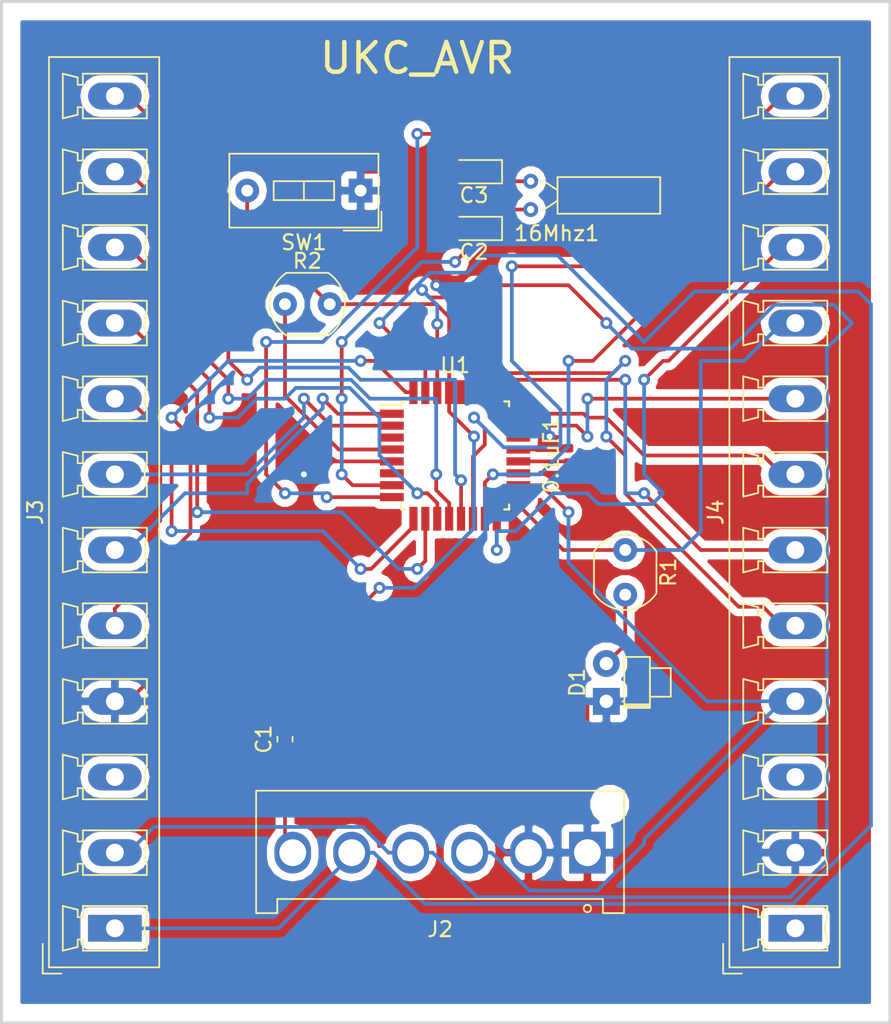
<source format=kicad_pcb>
(kicad_pcb (version 20171130) (host pcbnew "(5.0.0)")

  (general
    (thickness 1.6)
    (drawings 5)
    (tracks 388)
    (zones 0)
    (modules 13)
    (nets 33)
  )

  (page A4)
  (title_block
    (title AVR_UKC_nano)
    (date 2018-11-16)
    (company "atmega328 use")
  )

  (layers
    (0 F.Cu signal)
    (31 B.Cu signal)
    (32 B.Adhes user)
    (33 F.Adhes user)
    (34 B.Paste user)
    (35 F.Paste user)
    (36 B.SilkS user)
    (37 F.SilkS user)
    (38 B.Mask user)
    (39 F.Mask user)
    (40 Dwgs.User user)
    (41 Cmts.User user)
    (42 Eco1.User user)
    (43 Eco2.User user)
    (44 Edge.Cuts user)
    (45 Margin user)
    (46 B.CrtYd user)
    (47 F.CrtYd user)
    (48 B.Fab user)
    (49 F.Fab user)
  )

  (setup
    (last_trace_width 0.25)
    (trace_clearance 0.2)
    (zone_clearance 0.508)
    (zone_45_only no)
    (trace_min 0.2)
    (segment_width 0.2)
    (edge_width 0.15)
    (via_size 0.8)
    (via_drill 0.4)
    (via_min_size 0.4)
    (via_min_drill 0.3)
    (uvia_size 0.3)
    (uvia_drill 0.1)
    (uvias_allowed no)
    (uvia_min_size 0.2)
    (uvia_min_drill 0.1)
    (pcb_text_width 0.3)
    (pcb_text_size 1.5 1.5)
    (mod_edge_width 0.15)
    (mod_text_size 1 1)
    (mod_text_width 0.15)
    (pad_size 1.524 1.524)
    (pad_drill 0.762)
    (pad_to_mask_clearance 0.2)
    (aux_axis_origin 0 0)
    (visible_elements 7FFFFFFF)
    (pcbplotparams
      (layerselection 0x010fc_ffffffff)
      (usegerberextensions false)
      (usegerberattributes false)
      (usegerberadvancedattributes false)
      (creategerberjobfile false)
      (excludeedgelayer true)
      (linewidth 0.100000)
      (plotframeref false)
      (viasonmask false)
      (mode 1)
      (useauxorigin false)
      (hpglpennumber 1)
      (hpglpenspeed 20)
      (hpglpendiameter 15.000000)
      (psnegative false)
      (psa4output false)
      (plotreference true)
      (plotvalue true)
      (plotinvisibletext false)
      (padsonsilk false)
      (subtractmaskfromsilk false)
      (outputformat 1)
      (mirror false)
      (drillshape 1)
      (scaleselection 1)
      (outputdirectory ""))
  )

  (net 0 "")
  (net 1 "Net-(0.1uF1-Pad1)")
  (net 2 GND)
  (net 3 XTAL1)
  (net 4 XTAL2)
  (net 5 DTR)
  (net 6 "Net-(C1-Pad2)")
  (net 7 "Net-(D1-Pad2)")
  (net 8 VCC)
  (net 9 RX1)
  (net 10 TX0)
  (net 11 D9)
  (net 12 D8)
  (net 13 D7)
  (net 14 D6)
  (net 15 D5)
  (net 16 D4)
  (net 17 D3)
  (net 18 D2)
  (net 19 RESET)
  (net 20 RAW)
  (net 21 A3)
  (net 22 A2)
  (net 23 A1)
  (net 24 A0)
  (net 25 SCK)
  (net 26 MISO)
  (net 27 MOSI)
  (net 28 D10)
  (net 29 A6)
  (net 30 A7)
  (net 31 "Net-(U1-Pad27)")
  (net 32 "Net-(U1-Pad28)")

  (net_class Default "This is the default net class."
    (clearance 0.2)
    (trace_width 0.25)
    (via_dia 0.8)
    (via_drill 0.4)
    (uvia_dia 0.3)
    (uvia_drill 0.1)
    (add_net A0)
    (add_net A1)
    (add_net A2)
    (add_net A3)
    (add_net A6)
    (add_net A7)
    (add_net D10)
    (add_net D2)
    (add_net D3)
    (add_net D4)
    (add_net D5)
    (add_net D6)
    (add_net D7)
    (add_net D8)
    (add_net D9)
    (add_net DTR)
    (add_net GND)
    (add_net MISO)
    (add_net MOSI)
    (add_net "Net-(0.1uF1-Pad1)")
    (add_net "Net-(C1-Pad2)")
    (add_net "Net-(D1-Pad2)")
    (add_net "Net-(U1-Pad27)")
    (add_net "Net-(U1-Pad28)")
    (add_net RAW)
    (add_net RESET)
    (add_net RX1)
    (add_net SCK)
    (add_net TX0)
    (add_net VCC)
    (add_net XTAL1)
    (add_net XTAL2)
  )

  (module Package_QFP:TQFP-32_7x7mm_P0.8mm (layer F.Cu) (tedit 5A02F146) (tstamp 5BFB020E)
    (at 144.78 85.09)
    (descr "32-Lead Plastic Thin Quad Flatpack (PT) - 7x7x1.0 mm Body, 2.00 mm [TQFP] (see Microchip Packaging Specification 00000049BS.pdf)")
    (tags "QFP 0.8")
    (path /5BEF935F)
    (attr smd)
    (fp_text reference U1 (at 0 -6.05) (layer F.SilkS)
      (effects (font (size 1 1) (thickness 0.15)))
    )
    (fp_text value ATmega328-AU (at 0 6.05) (layer F.Fab)
      (effects (font (size 1 1) (thickness 0.15)))
    )
    (fp_text user %R (at 0 0) (layer F.Fab)
      (effects (font (size 1 1) (thickness 0.15)))
    )
    (fp_line (start -2.5 -3.5) (end 3.5 -3.5) (layer F.Fab) (width 0.15))
    (fp_line (start 3.5 -3.5) (end 3.5 3.5) (layer F.Fab) (width 0.15))
    (fp_line (start 3.5 3.5) (end -3.5 3.5) (layer F.Fab) (width 0.15))
    (fp_line (start -3.5 3.5) (end -3.5 -2.5) (layer F.Fab) (width 0.15))
    (fp_line (start -3.5 -2.5) (end -2.5 -3.5) (layer F.Fab) (width 0.15))
    (fp_line (start -5.3 -5.3) (end -5.3 5.3) (layer F.CrtYd) (width 0.05))
    (fp_line (start 5.3 -5.3) (end 5.3 5.3) (layer F.CrtYd) (width 0.05))
    (fp_line (start -5.3 -5.3) (end 5.3 -5.3) (layer F.CrtYd) (width 0.05))
    (fp_line (start -5.3 5.3) (end 5.3 5.3) (layer F.CrtYd) (width 0.05))
    (fp_line (start -3.625 -3.625) (end -3.625 -3.4) (layer F.SilkS) (width 0.15))
    (fp_line (start 3.625 -3.625) (end 3.625 -3.3) (layer F.SilkS) (width 0.15))
    (fp_line (start 3.625 3.625) (end 3.625 3.3) (layer F.SilkS) (width 0.15))
    (fp_line (start -3.625 3.625) (end -3.625 3.3) (layer F.SilkS) (width 0.15))
    (fp_line (start -3.625 -3.625) (end -3.3 -3.625) (layer F.SilkS) (width 0.15))
    (fp_line (start -3.625 3.625) (end -3.3 3.625) (layer F.SilkS) (width 0.15))
    (fp_line (start 3.625 3.625) (end 3.3 3.625) (layer F.SilkS) (width 0.15))
    (fp_line (start 3.625 -3.625) (end 3.3 -3.625) (layer F.SilkS) (width 0.15))
    (fp_line (start -3.625 -3.4) (end -5.05 -3.4) (layer F.SilkS) (width 0.15))
    (pad 1 smd rect (at -4.25 -2.8) (size 1.6 0.55) (layers F.Cu F.Paste F.Mask)
      (net 17 D3))
    (pad 2 smd rect (at -4.25 -2) (size 1.6 0.55) (layers F.Cu F.Paste F.Mask)
      (net 16 D4))
    (pad 3 smd rect (at -4.25 -1.2) (size 1.6 0.55) (layers F.Cu F.Paste F.Mask)
      (net 2 GND))
    (pad 4 smd rect (at -4.25 -0.4) (size 1.6 0.55) (layers F.Cu F.Paste F.Mask)
      (net 8 VCC))
    (pad 5 smd rect (at -4.25 0.4) (size 1.6 0.55) (layers F.Cu F.Paste F.Mask)
      (net 2 GND))
    (pad 6 smd rect (at -4.25 1.2) (size 1.6 0.55) (layers F.Cu F.Paste F.Mask)
      (net 8 VCC))
    (pad 7 smd rect (at -4.25 2) (size 1.6 0.55) (layers F.Cu F.Paste F.Mask)
      (net 3 XTAL1))
    (pad 8 smd rect (at -4.25 2.8) (size 1.6 0.55) (layers F.Cu F.Paste F.Mask)
      (net 4 XTAL2))
    (pad 9 smd rect (at -2.8 4.25 90) (size 1.6 0.55) (layers F.Cu F.Paste F.Mask)
      (net 15 D5))
    (pad 10 smd rect (at -2 4.25 90) (size 1.6 0.55) (layers F.Cu F.Paste F.Mask)
      (net 14 D6))
    (pad 11 smd rect (at -1.2 4.25 90) (size 1.6 0.55) (layers F.Cu F.Paste F.Mask)
      (net 13 D7))
    (pad 12 smd rect (at -0.4 4.25 90) (size 1.6 0.55) (layers F.Cu F.Paste F.Mask)
      (net 12 D8))
    (pad 13 smd rect (at 0.4 4.25 90) (size 1.6 0.55) (layers F.Cu F.Paste F.Mask)
      (net 11 D9))
    (pad 14 smd rect (at 1.2 4.25 90) (size 1.6 0.55) (layers F.Cu F.Paste F.Mask)
      (net 28 D10))
    (pad 15 smd rect (at 2 4.25 90) (size 1.6 0.55) (layers F.Cu F.Paste F.Mask)
      (net 27 MOSI))
    (pad 16 smd rect (at 2.8 4.25 90) (size 1.6 0.55) (layers F.Cu F.Paste F.Mask)
      (net 26 MISO))
    (pad 17 smd rect (at 4.25 2.8) (size 1.6 0.55) (layers F.Cu F.Paste F.Mask)
      (net 25 SCK))
    (pad 18 smd rect (at 4.25 2) (size 1.6 0.55) (layers F.Cu F.Paste F.Mask)
      (net 8 VCC))
    (pad 19 smd rect (at 4.25 1.2) (size 1.6 0.55) (layers F.Cu F.Paste F.Mask)
      (net 29 A6))
    (pad 20 smd rect (at 4.25 0.4) (size 1.6 0.55) (layers F.Cu F.Paste F.Mask)
      (net 1 "Net-(0.1uF1-Pad1)"))
    (pad 21 smd rect (at 4.25 -0.4) (size 1.6 0.55) (layers F.Cu F.Paste F.Mask)
      (net 2 GND))
    (pad 22 smd rect (at 4.25 -1.2) (size 1.6 0.55) (layers F.Cu F.Paste F.Mask)
      (net 30 A7))
    (pad 23 smd rect (at 4.25 -2) (size 1.6 0.55) (layers F.Cu F.Paste F.Mask)
      (net 24 A0))
    (pad 24 smd rect (at 4.25 -2.8) (size 1.6 0.55) (layers F.Cu F.Paste F.Mask)
      (net 23 A1))
    (pad 25 smd rect (at 2.8 -4.25 90) (size 1.6 0.55) (layers F.Cu F.Paste F.Mask)
      (net 22 A2))
    (pad 26 smd rect (at 2 -4.25 90) (size 1.6 0.55) (layers F.Cu F.Paste F.Mask)
      (net 21 A3))
    (pad 27 smd rect (at 1.2 -4.25 90) (size 1.6 0.55) (layers F.Cu F.Paste F.Mask)
      (net 31 "Net-(U1-Pad27)"))
    (pad 28 smd rect (at 0.4 -4.25 90) (size 1.6 0.55) (layers F.Cu F.Paste F.Mask)
      (net 32 "Net-(U1-Pad28)"))
    (pad 29 smd rect (at -0.4 -4.25 90) (size 1.6 0.55) (layers F.Cu F.Paste F.Mask)
      (net 6 "Net-(C1-Pad2)"))
    (pad 30 smd rect (at -1.2 -4.25 90) (size 1.6 0.55) (layers F.Cu F.Paste F.Mask)
      (net 9 RX1))
    (pad 31 smd rect (at -2 -4.25 90) (size 1.6 0.55) (layers F.Cu F.Paste F.Mask)
      (net 10 TX0))
    (pad 32 smd rect (at -2.8 -4.25 90) (size 1.6 0.55) (layers F.Cu F.Paste F.Mask)
      (net 18 D2))
    (model ${KISYS3DMOD}/Package_QFP.3dshapes/TQFP-32_7x7mm_P0.8mm.wrl
      (at (xyz 0 0 0))
      (scale (xyz 1 1 1))
      (rotate (xyz 0 0 0))
    )
  )

  (module Capacitor_SMD:C_0402_1005Metric (layer F.Cu) (tedit 5B301BBE) (tstamp 5BFAFF39)
    (at 152.4 85.09 90)
    (descr "Capacitor SMD 0402 (1005 Metric), square (rectangular) end terminal, IPC_7351 nominal, (Body size source: http://www.tortai-tech.com/upload/download/2011102023233369053.pdf), generated with kicad-footprint-generator")
    (tags capacitor)
    (path /5BF00C02)
    (attr smd)
    (fp_text reference 0.1uF1 (at 0 -1.17 90) (layer F.SilkS)
      (effects (font (size 1 1) (thickness 0.15)))
    )
    (fp_text value C (at 0 1.27 90) (layer F.Fab)
      (effects (font (size 1 1) (thickness 0.15)))
    )
    (fp_line (start -0.5 0.25) (end -0.5 -0.25) (layer F.Fab) (width 0.1))
    (fp_line (start -0.5 -0.25) (end 0.5 -0.25) (layer F.Fab) (width 0.1))
    (fp_line (start 0.5 -0.25) (end 0.5 0.25) (layer F.Fab) (width 0.1))
    (fp_line (start 0.5 0.25) (end -0.5 0.25) (layer F.Fab) (width 0.1))
    (fp_line (start -0.93 0.47) (end -0.93 -0.47) (layer F.CrtYd) (width 0.05))
    (fp_line (start -0.93 -0.47) (end 0.93 -0.47) (layer F.CrtYd) (width 0.05))
    (fp_line (start 0.93 -0.47) (end 0.93 0.47) (layer F.CrtYd) (width 0.05))
    (fp_line (start 0.93 0.47) (end -0.93 0.47) (layer F.CrtYd) (width 0.05))
    (fp_text user %R (at 0 0 90) (layer F.Fab)
      (effects (font (size 0.25 0.25) (thickness 0.04)))
    )
    (pad 1 smd roundrect (at -0.485 0 90) (size 0.59 0.64) (layers F.Cu F.Paste F.Mask) (roundrect_rratio 0.25)
      (net 1 "Net-(0.1uF1-Pad1)"))
    (pad 2 smd roundrect (at 0.485 0 90) (size 0.59 0.64) (layers F.Cu F.Paste F.Mask) (roundrect_rratio 0.25)
      (net 2 GND))
    (model ${KISYS3DMOD}/Capacitor_SMD.3dshapes/C_0402_1005Metric.wrl
      (at (xyz 0 0 0))
      (scale (xyz 1 1 1))
      (rotate (xyz 0 0 0))
    )
  )

  (module Crystal:Crystal_C26-LF_D2.1mm_L6.5mm_Horizontal (layer F.Cu) (tedit 5A0FD1B2) (tstamp 5BFAFF54)
    (at 149.86 68.58 90)
    (descr "Crystal THT C26-LF 6.5mm length 2.06mm diameter")
    (tags ['C26-LF'])
    (path /5BEE5E20)
    (fp_text reference 16Mhz1 (at -1.6 1.75 180) (layer F.SilkS)
      (effects (font (size 1 1) (thickness 0.15)))
    )
    (fp_text value Crystal (at 3.5 1.75 180) (layer F.Fab)
      (effects (font (size 1 1) (thickness 0.15)))
    )
    (fp_text user %R (at 1 5.5 180) (layer F.Fab)
      (effects (font (size 0.7 0.7) (thickness 0.105)))
    )
    (fp_line (start -0.08 2) (end -0.08 8.5) (layer F.Fab) (width 0.1))
    (fp_line (start -0.08 8.5) (end 1.98 8.5) (layer F.Fab) (width 0.1))
    (fp_line (start 1.98 8.5) (end 1.98 2) (layer F.Fab) (width 0.1))
    (fp_line (start 1.98 2) (end -0.08 2) (layer F.Fab) (width 0.1))
    (fp_line (start 0.6 2) (end 0 1) (layer F.Fab) (width 0.1))
    (fp_line (start 0 1) (end 0 0) (layer F.Fab) (width 0.1))
    (fp_line (start 1.3 2) (end 1.9 1) (layer F.Fab) (width 0.1))
    (fp_line (start 1.9 1) (end 1.9 0) (layer F.Fab) (width 0.1))
    (fp_line (start -0.28 1.8) (end -0.28 8.7) (layer F.SilkS) (width 0.12))
    (fp_line (start -0.28 8.7) (end 2.18 8.7) (layer F.SilkS) (width 0.12))
    (fp_line (start 2.18 8.7) (end 2.18 1.8) (layer F.SilkS) (width 0.12))
    (fp_line (start 2.18 1.8) (end -0.28 1.8) (layer F.SilkS) (width 0.12))
    (fp_line (start 0.6 1.8) (end 0 0.9) (layer F.SilkS) (width 0.12))
    (fp_line (start 0 0.9) (end 0 0.7) (layer F.SilkS) (width 0.12))
    (fp_line (start 1.3 1.8) (end 1.9 0.9) (layer F.SilkS) (width 0.12))
    (fp_line (start 1.9 0.9) (end 1.9 0.7) (layer F.SilkS) (width 0.12))
    (fp_line (start -0.9 -0.8) (end -0.9 9.3) (layer F.CrtYd) (width 0.05))
    (fp_line (start -0.9 9.3) (end 2.8 9.3) (layer F.CrtYd) (width 0.05))
    (fp_line (start 2.8 9.3) (end 2.8 -0.8) (layer F.CrtYd) (width 0.05))
    (fp_line (start 2.8 -0.8) (end -0.9 -0.8) (layer F.CrtYd) (width 0.05))
    (pad 1 thru_hole circle (at 0 0 90) (size 1 1) (drill 0.5) (layers *.Cu *.Mask)
      (net 3 XTAL1))
    (pad 2 thru_hole circle (at 1.9 0 90) (size 1 1) (drill 0.5) (layers *.Cu *.Mask)
      (net 4 XTAL2))
    (model ${KISYS3DMOD}/Crystal.3dshapes/Crystal_C26-LF_D2.1mm_L6.5mm_Horizontal.wrl
      (at (xyz 0 0 0))
      (scale (xyz 1 1 1))
      (rotate (xyz 0 0 0))
    )
  )

  (module Capacitor_SMD:C_0603_1608Metric (layer F.Cu) (tedit 5B301BBE) (tstamp 5BFAFF65)
    (at 133.35 104.14 90)
    (descr "Capacitor SMD 0603 (1608 Metric), square (rectangular) end terminal, IPC_7351 nominal, (Body size source: http://www.tortai-tech.com/upload/download/2011102023233369053.pdf), generated with kicad-footprint-generator")
    (tags capacitor)
    (path /5BF022AA)
    (attr smd)
    (fp_text reference C1 (at 0 -1.43 90) (layer F.SilkS)
      (effects (font (size 1 1) (thickness 0.15)))
    )
    (fp_text value 0.1uF (at 0 1.43 90) (layer F.Fab)
      (effects (font (size 1 1) (thickness 0.15)))
    )
    (fp_line (start -0.8 0.4) (end -0.8 -0.4) (layer F.Fab) (width 0.1))
    (fp_line (start -0.8 -0.4) (end 0.8 -0.4) (layer F.Fab) (width 0.1))
    (fp_line (start 0.8 -0.4) (end 0.8 0.4) (layer F.Fab) (width 0.1))
    (fp_line (start 0.8 0.4) (end -0.8 0.4) (layer F.Fab) (width 0.1))
    (fp_line (start -0.162779 -0.51) (end 0.162779 -0.51) (layer F.SilkS) (width 0.12))
    (fp_line (start -0.162779 0.51) (end 0.162779 0.51) (layer F.SilkS) (width 0.12))
    (fp_line (start -1.48 0.73) (end -1.48 -0.73) (layer F.CrtYd) (width 0.05))
    (fp_line (start -1.48 -0.73) (end 1.48 -0.73) (layer F.CrtYd) (width 0.05))
    (fp_line (start 1.48 -0.73) (end 1.48 0.73) (layer F.CrtYd) (width 0.05))
    (fp_line (start 1.48 0.73) (end -1.48 0.73) (layer F.CrtYd) (width 0.05))
    (fp_text user %R (at 0 0 90) (layer F.Fab)
      (effects (font (size 0.4 0.4) (thickness 0.06)))
    )
    (pad 1 smd roundrect (at -0.7875 0 90) (size 0.875 0.95) (layers F.Cu F.Paste F.Mask) (roundrect_rratio 0.25)
      (net 5 DTR))
    (pad 2 smd roundrect (at 0.7875 0 90) (size 0.875 0.95) (layers F.Cu F.Paste F.Mask) (roundrect_rratio 0.25)
      (net 6 "Net-(C1-Pad2)"))
    (model ${KISYS3DMOD}/Capacitor_SMD.3dshapes/C_0603_1608Metric.wrl
      (at (xyz 0 0 0))
      (scale (xyz 1 1 1))
      (rotate (xyz 0 0 0))
    )
  )

  (module Capacitor_Tantalum_SMD:CP_EIA-2012-12_Kemet-R_Pad1.30x1.05mm_HandSolder (layer F.Cu) (tedit 5B301BBE) (tstamp 5BFAFF78)
    (at 146.05 69.85 180)
    (descr "Tantalum Capacitor SMD Kemet-R (2012-12 Metric), IPC_7351 nominal, (Body size from: https://www.vishay.com/docs/40182/tmch.pdf), generated with kicad-footprint-generator")
    (tags "capacitor tantalum")
    (path /5BEE628C)
    (attr smd)
    (fp_text reference C2 (at 0 -1.58 180) (layer F.SilkS)
      (effects (font (size 1 1) (thickness 0.15)))
    )
    (fp_text value CP1 (at 0 1.58 180) (layer F.Fab)
      (effects (font (size 1 1) (thickness 0.15)))
    )
    (fp_line (start 1 -0.625) (end -0.6875 -0.625) (layer F.Fab) (width 0.1))
    (fp_line (start -0.6875 -0.625) (end -1 -0.3125) (layer F.Fab) (width 0.1))
    (fp_line (start -1 -0.3125) (end -1 0.625) (layer F.Fab) (width 0.1))
    (fp_line (start -1 0.625) (end 1 0.625) (layer F.Fab) (width 0.1))
    (fp_line (start 1 0.625) (end 1 -0.625) (layer F.Fab) (width 0.1))
    (fp_line (start 1 -0.785) (end -1.885 -0.785) (layer F.SilkS) (width 0.12))
    (fp_line (start -1.885 -0.785) (end -1.885 0.785) (layer F.SilkS) (width 0.12))
    (fp_line (start -1.885 0.785) (end 1 0.785) (layer F.SilkS) (width 0.12))
    (fp_line (start -1.88 0.88) (end -1.88 -0.88) (layer F.CrtYd) (width 0.05))
    (fp_line (start -1.88 -0.88) (end 1.88 -0.88) (layer F.CrtYd) (width 0.05))
    (fp_line (start 1.88 -0.88) (end 1.88 0.88) (layer F.CrtYd) (width 0.05))
    (fp_line (start 1.88 0.88) (end -1.88 0.88) (layer F.CrtYd) (width 0.05))
    (fp_text user %R (at 0 0 180) (layer F.Fab)
      (effects (font (size 0.5 0.5) (thickness 0.08)))
    )
    (pad 1 smd roundrect (at -0.975 0 180) (size 1.3 1.05) (layers F.Cu F.Paste F.Mask) (roundrect_rratio 0.238095)
      (net 3 XTAL1))
    (pad 2 smd roundrect (at 0.975 0 180) (size 1.3 1.05) (layers F.Cu F.Paste F.Mask) (roundrect_rratio 0.238095)
      (net 2 GND))
    (model ${KISYS3DMOD}/Capacitor_Tantalum_SMD.3dshapes/CP_EIA-2012-12_Kemet-R.wrl
      (at (xyz 0 0 0))
      (scale (xyz 1 1 1))
      (rotate (xyz 0 0 0))
    )
  )

  (module Capacitor_Tantalum_SMD:CP_EIA-2012-12_Kemet-R_Pad1.30x1.05mm_HandSolder (layer F.Cu) (tedit 5B301BBE) (tstamp 5BFAFF8B)
    (at 146.05 66.04 180)
    (descr "Tantalum Capacitor SMD Kemet-R (2012-12 Metric), IPC_7351 nominal, (Body size from: https://www.vishay.com/docs/40182/tmch.pdf), generated with kicad-footprint-generator")
    (tags "capacitor tantalum")
    (path /5BEE62D4)
    (attr smd)
    (fp_text reference C3 (at 0 -1.58 180) (layer F.SilkS)
      (effects (font (size 1 1) (thickness 0.15)))
    )
    (fp_text value CP1 (at 0 1.58 180) (layer F.Fab)
      (effects (font (size 1 1) (thickness 0.15)))
    )
    (fp_text user %R (at 0 0 180) (layer F.Fab)
      (effects (font (size 0.5 0.5) (thickness 0.08)))
    )
    (fp_line (start 1.88 0.88) (end -1.88 0.88) (layer F.CrtYd) (width 0.05))
    (fp_line (start 1.88 -0.88) (end 1.88 0.88) (layer F.CrtYd) (width 0.05))
    (fp_line (start -1.88 -0.88) (end 1.88 -0.88) (layer F.CrtYd) (width 0.05))
    (fp_line (start -1.88 0.88) (end -1.88 -0.88) (layer F.CrtYd) (width 0.05))
    (fp_line (start -1.885 0.785) (end 1 0.785) (layer F.SilkS) (width 0.12))
    (fp_line (start -1.885 -0.785) (end -1.885 0.785) (layer F.SilkS) (width 0.12))
    (fp_line (start 1 -0.785) (end -1.885 -0.785) (layer F.SilkS) (width 0.12))
    (fp_line (start 1 0.625) (end 1 -0.625) (layer F.Fab) (width 0.1))
    (fp_line (start -1 0.625) (end 1 0.625) (layer F.Fab) (width 0.1))
    (fp_line (start -1 -0.3125) (end -1 0.625) (layer F.Fab) (width 0.1))
    (fp_line (start -0.6875 -0.625) (end -1 -0.3125) (layer F.Fab) (width 0.1))
    (fp_line (start 1 -0.625) (end -0.6875 -0.625) (layer F.Fab) (width 0.1))
    (pad 2 smd roundrect (at 0.975 0 180) (size 1.3 1.05) (layers F.Cu F.Paste F.Mask) (roundrect_rratio 0.238095)
      (net 2 GND))
    (pad 1 smd roundrect (at -0.975 0 180) (size 1.3 1.05) (layers F.Cu F.Paste F.Mask) (roundrect_rratio 0.238095)
      (net 4 XTAL2))
    (model ${KISYS3DMOD}/Capacitor_Tantalum_SMD.3dshapes/CP_EIA-2012-12_Kemet-R.wrl
      (at (xyz 0 0 0))
      (scale (xyz 1 1 1))
      (rotate (xyz 0 0 0))
    )
  )

  (module LED_THT:LED_D1.8mm_W1.8mm_H2.4mm_Horizontal_O1.27mm_Z8.2mm (layer F.Cu) (tedit 5880A863) (tstamp 5BFAFFB7)
    (at 154.94 101.6 90)
    (descr "LED, ,  diameter 1.8mm size 1.8x2.4mm^2 z-position of LED center 1.6mm, 2 pins,  diameter 1.8mm size 1.8x2.4mm^2 z-position of LED center 1.6mm, 2 pins,  diameter 1.8mm size 1.8x2.4mm^2 z-position of LED center 1.6mm, 2 pins,  diameter 1.8mm size 1.8x2.4mm^2 z-position of LED center 4.9mm, 2 pins,  diameter 1.8mm size 1.8x2.4mm^2 z-position of LED center 4.9mm, 2 pins,  diameter 1.8mm size 1.8x2.4mm^2 z-position of LED center 4.9mm, 2 pins,  diameter 1.8mm size 1.8x2.4mm^2 z-position of LED center 8.2mm, 2 pins")
    (tags "LED   diameter 1.8mm size 1.8x2.4mm^2 z-position of LED center 1.6mm 2 pins  diameter 1.8mm size 1.8x2.4mm^2 z-position of LED center 1.6mm 2 pins  diameter 1.8mm size 1.8x2.4mm^2 z-position of LED center 1.6mm 2 pins  diameter 1.8mm size 1.8x2.4mm^2 z-position of LED center 4.9mm 2 pins  diameter 1.8mm size 1.8x2.4mm^2 z-position of LED center 4.9mm 2 pins  diameter 1.8mm size 1.8x2.4mm^2 z-position of LED center 4.9mm 2 pins  diameter 1.8mm size 1.8x2.4mm^2 z-position of LED center 8.2mm 2 pins")
    (path /5BEFBD12)
    (fp_text reference D1 (at 1.27 -1.96 90) (layer F.SilkS)
      (effects (font (size 1 1) (thickness 0.15)))
    )
    (fp_text value LED (at 1.27 5.33 90) (layer F.Fab)
      (effects (font (size 1 1) (thickness 0.15)))
    )
    (fp_line (start -0.38 1.27) (end -0.38 2.87) (layer F.Fab) (width 0.1))
    (fp_line (start -0.38 2.87) (end 2.92 2.87) (layer F.Fab) (width 0.1))
    (fp_line (start 2.92 2.87) (end 2.92 1.27) (layer F.Fab) (width 0.1))
    (fp_line (start 2.92 1.27) (end -0.38 1.27) (layer F.Fab) (width 0.1))
    (fp_line (start 0.37 2.87) (end 0.37 4.27) (layer F.Fab) (width 0.1))
    (fp_line (start 0.37 4.27) (end 2.17 4.27) (layer F.Fab) (width 0.1))
    (fp_line (start 2.17 4.27) (end 2.17 2.87) (layer F.Fab) (width 0.1))
    (fp_line (start 2.17 2.87) (end 0.37 2.87) (layer F.Fab) (width 0.1))
    (fp_line (start 0 0) (end 0 1.27) (layer F.Fab) (width 0.1))
    (fp_line (start 0 1.27) (end 0 1.27) (layer F.Fab) (width 0.1))
    (fp_line (start 0 1.27) (end 0 0) (layer F.Fab) (width 0.1))
    (fp_line (start 0 0) (end 0 0) (layer F.Fab) (width 0.1))
    (fp_line (start 2.54 0) (end 2.54 1.27) (layer F.Fab) (width 0.1))
    (fp_line (start 2.54 1.27) (end 2.54 1.27) (layer F.Fab) (width 0.1))
    (fp_line (start 2.54 1.27) (end 2.54 0) (layer F.Fab) (width 0.1))
    (fp_line (start 2.54 0) (end 2.54 0) (layer F.Fab) (width 0.1))
    (fp_line (start -0.44 1.21) (end -0.44 2.93) (layer F.SilkS) (width 0.12))
    (fp_line (start -0.44 2.93) (end 2.98 2.93) (layer F.SilkS) (width 0.12))
    (fp_line (start 2.98 2.93) (end 2.98 1.21) (layer F.SilkS) (width 0.12))
    (fp_line (start 2.98 1.21) (end -0.44 1.21) (layer F.SilkS) (width 0.12))
    (fp_line (start -0.32 1.21) (end -0.32 2.93) (layer F.SilkS) (width 0.12))
    (fp_line (start -0.2 1.21) (end -0.2 2.93) (layer F.SilkS) (width 0.12))
    (fp_line (start 0.31 2.93) (end 0.31 4.33) (layer F.SilkS) (width 0.12))
    (fp_line (start 0.31 4.33) (end 2.23 4.33) (layer F.SilkS) (width 0.12))
    (fp_line (start 2.23 4.33) (end 2.23 2.93) (layer F.SilkS) (width 0.12))
    (fp_line (start 2.23 2.93) (end 0.31 2.93) (layer F.SilkS) (width 0.12))
    (fp_line (start 0 1.08) (end 0 1.21) (layer F.SilkS) (width 0.12))
    (fp_line (start 0 1.21) (end 0 1.21) (layer F.SilkS) (width 0.12))
    (fp_line (start 0 1.21) (end 0 1.08) (layer F.SilkS) (width 0.12))
    (fp_line (start 0 1.08) (end 0 1.08) (layer F.SilkS) (width 0.12))
    (fp_line (start 2.54 1.08) (end 2.54 1.21) (layer F.SilkS) (width 0.12))
    (fp_line (start 2.54 1.21) (end 2.54 1.21) (layer F.SilkS) (width 0.12))
    (fp_line (start 2.54 1.21) (end 2.54 1.08) (layer F.SilkS) (width 0.12))
    (fp_line (start 2.54 1.08) (end 2.54 1.08) (layer F.SilkS) (width 0.12))
    (fp_line (start -1.25 -1.25) (end -1.25 4.6) (layer F.CrtYd) (width 0.05))
    (fp_line (start -1.25 4.6) (end 3.75 4.6) (layer F.CrtYd) (width 0.05))
    (fp_line (start 3.75 4.6) (end 3.75 -1.25) (layer F.CrtYd) (width 0.05))
    (fp_line (start 3.75 -1.25) (end -1.25 -1.25) (layer F.CrtYd) (width 0.05))
    (pad 1 thru_hole rect (at 0 0 90) (size 1.8 1.8) (drill 0.9) (layers *.Cu *.Mask)
      (net 2 GND))
    (pad 2 thru_hole circle (at 2.54 0 90) (size 1.8 1.8) (drill 0.9) (layers *.Cu *.Mask)
      (net 7 "Net-(D1-Pad2)"))
    (model ${KISYS3DMOD}/LED_THT.3dshapes/LED_D1.8mm_W1.8mm_H2.4mm_Horizontal_O1.27mm_Z8.2mm.wrl
      (at (xyz 0 0 0))
      (scale (xyz 1 1 1))
      (rotate (xyz 0 0 0))
    )
  )

  (module Connector_Hirose:Hirose_DF63-6P-3.96DSA_1x06_P3.96mm_Horizontal (layer F.Cu) (tedit 5A1C63E5) (tstamp 5BFAFFE3)
    (at 153.67 111.76 180)
    (descr "Molex DF63 through hole, DF63-6P-3.96DSA, 6 Pins per row (https://www.hirose.com/product/en/products/DF63/), generated with kicad-footprint-generator")
    (tags "connector Hirose  top entry")
    (path /5BEFF22D)
    (fp_text reference J2 (at 9.9 -5.15 180) (layer F.SilkS)
      (effects (font (size 1 1) (thickness 0.15)))
    )
    (fp_text value JP (at 9.9 5.25 180) (layer F.Fab)
      (effects (font (size 1 1) (thickness 0.15)))
    )
    (fp_circle (center 0 -3.75) (end 0.25 -3.75) (layer F.SilkS) (width 0.12))
    (fp_line (start 9.9 4.05) (end -2.35 4.05) (layer F.Fab) (width 0.1))
    (fp_line (start -2.35 4.05) (end -2.35 -3.95) (layer F.Fab) (width 0.1))
    (fp_line (start -2.35 -3.95) (end -1.15 -3.95) (layer F.Fab) (width 0.1))
    (fp_line (start -1.15 -3.95) (end -1.15 -3) (layer F.Fab) (width 0.1))
    (fp_line (start -1.15 -3) (end 9.9 -3) (layer F.Fab) (width 0.1))
    (fp_line (start 9.9 4.05) (end 22.15 4.05) (layer F.Fab) (width 0.1))
    (fp_line (start 22.15 4.05) (end 22.15 -3.95) (layer F.Fab) (width 0.1))
    (fp_line (start 22.15 -3.95) (end 20.95 -3.95) (layer F.Fab) (width 0.1))
    (fp_line (start 20.95 -3.95) (end 20.95 -3) (layer F.Fab) (width 0.1))
    (fp_line (start 20.95 -3) (end 9.9 -3) (layer F.Fab) (width 0.1))
    (fp_line (start 9.9 4.16) (end -2.46 4.16) (layer F.SilkS) (width 0.12))
    (fp_line (start -2.46 4.16) (end -2.46 -4.06) (layer F.SilkS) (width 0.12))
    (fp_line (start -2.46 -4.06) (end -1.04 -4.06) (layer F.SilkS) (width 0.12))
    (fp_line (start -1.04 -4.06) (end -1.04 -3.11) (layer F.SilkS) (width 0.12))
    (fp_line (start -1.04 -3.11) (end 9.9 -3.11) (layer F.SilkS) (width 0.12))
    (fp_line (start 9.9 4.16) (end 22.26 4.16) (layer F.SilkS) (width 0.12))
    (fp_line (start 22.26 4.16) (end 22.26 -4.06) (layer F.SilkS) (width 0.12))
    (fp_line (start 22.26 -4.06) (end 20.84 -4.06) (layer F.SilkS) (width 0.12))
    (fp_line (start 20.84 -4.06) (end 20.84 -3.11) (layer F.SilkS) (width 0.12))
    (fp_line (start 20.84 -3.11) (end 9.9 -3.11) (layer F.SilkS) (width 0.12))
    (fp_line (start 1.98 -3) (end 1.98 4.05) (layer F.Fab) (width 0.1))
    (fp_line (start 5.94 -3) (end 5.94 4.05) (layer F.Fab) (width 0.1))
    (fp_line (start 9.9 -3) (end 9.9 4.05) (layer F.Fab) (width 0.1))
    (fp_line (start 13.86 -3) (end 13.86 4.05) (layer F.Fab) (width 0.1))
    (fp_line (start 17.82 -3) (end 17.82 4.05) (layer F.Fab) (width 0.1))
    (fp_line (start -1 -3) (end 0 -1.585786) (layer F.Fab) (width 0.1))
    (fp_line (start 0 -1.585786) (end 1 -3) (layer F.Fab) (width 0.1))
    (fp_line (start -2.85 -4.45) (end -2.85 4.55) (layer F.CrtYd) (width 0.05))
    (fp_line (start -2.85 4.55) (end 22.65 4.55) (layer F.CrtYd) (width 0.05))
    (fp_line (start 22.65 4.55) (end 22.65 -4.45) (layer F.CrtYd) (width 0.05))
    (fp_line (start 22.65 -4.45) (end -2.85 -4.45) (layer F.CrtYd) (width 0.05))
    (fp_text user %R (at 9.9 -3.75 180) (layer F.Fab)
      (effects (font (size 1 1) (thickness 0.15)))
    )
    (pad 1 thru_hole rect (at 0 0 180) (size 2.46 2.8) (drill 1.8) (layers *.Cu *.Mask)
      (net 2 GND))
    (pad 2 thru_hole oval (at 3.96 0 180) (size 2.46 2.8) (drill 1.8) (layers *.Cu *.Mask)
      (net 2 GND))
    (pad 3 thru_hole oval (at 7.92 0 180) (size 2.46 2.8) (drill 1.8) (layers *.Cu *.Mask)
      (net 8 VCC))
    (pad 4 thru_hole oval (at 11.88 0 180) (size 2.46 2.8) (drill 1.8) (layers *.Cu *.Mask)
      (net 9 RX1))
    (pad 5 thru_hole oval (at 15.84 0 180) (size 2.46 2.8) (drill 1.8) (layers *.Cu *.Mask)
      (net 10 TX0))
    (pad 6 thru_hole oval (at 19.8 0 180) (size 2.46 2.8) (drill 1.8) (layers *.Cu *.Mask)
      (net 5 DTR))
    (pad "" np_thru_hole circle (at -1.5 3.25 180) (size 1.6 1.6) (drill 1.6) (layers *.Cu *.Mask))
    (model ${KISYS3DMOD}/Connector_Hirose.3dshapes/Hirose_DF63-6P-3.96DSA_1x06_P3.96mm_Horizontal.wrl
      (at (xyz 0 0 0))
      (scale (xyz 1 1 1))
      (rotate (xyz 0 0 0))
    )
  )

  (module Connector_Phoenix_MC_HighVoltage:PhoenixContact_MCV_1,5_12-G-5.08_1x12_P5.08mm_Vertical (layer F.Cu) (tedit 5A00FA1B) (tstamp 5BFB00AC)
    (at 121.92 116.84 90)
    (descr "Generic Phoenix Contact connector footprint for: MCV_1,5/12-G-5.08; number of pins: 12; pin pitch: 5.08mm; Vertical || order number: 1836396 8A 320V")
    (tags "phoenix_contact connector MCV_01x12_G_5.08mm")
    (path /5BEFD0B0)
    (fp_text reference J3 (at 27.94 -5.35 90) (layer F.SilkS)
      (effects (font (size 1 1) (thickness 0.15)))
    )
    (fp_text value OUTPUT1 (at 27.94 3.9 90) (layer F.Fab)
      (effects (font (size 1 1) (thickness 0.15)))
    )
    (fp_text user %R (at 27.94 -3 90) (layer F.Fab)
      (effects (font (size 1 1) (thickness 0.15)))
    )
    (fp_line (start -3.04 -4.85) (end -1.04 -4.85) (layer F.Fab) (width 0.1))
    (fp_line (start -3.04 -3.6) (end -3.04 -4.85) (layer F.Fab) (width 0.1))
    (fp_line (start -3.04 -4.85) (end -1.04 -4.85) (layer F.SilkS) (width 0.12))
    (fp_line (start -3.04 -3.6) (end -3.04 -4.85) (layer F.SilkS) (width 0.12))
    (fp_line (start 58.92 -4.85) (end -3.04 -4.85) (layer F.CrtYd) (width 0.05))
    (fp_line (start 58.92 3.4) (end 58.92 -4.85) (layer F.CrtYd) (width 0.05))
    (fp_line (start -3.04 3.4) (end 58.92 3.4) (layer F.CrtYd) (width 0.05))
    (fp_line (start -3.04 -4.85) (end -3.04 3.4) (layer F.CrtYd) (width 0.05))
    (fp_line (start 57.38 2.15) (end 56.63 2.15) (layer F.SilkS) (width 0.12))
    (fp_line (start 57.38 -2.15) (end 57.38 2.15) (layer F.SilkS) (width 0.12))
    (fp_line (start 56.63 -2.15) (end 57.38 -2.15) (layer F.SilkS) (width 0.12))
    (fp_line (start 56.63 -2.5) (end 56.63 -2.15) (layer F.SilkS) (width 0.12))
    (fp_line (start 57.13 -2.5) (end 56.63 -2.5) (layer F.SilkS) (width 0.12))
    (fp_line (start 57.38 -3.5) (end 57.13 -2.5) (layer F.SilkS) (width 0.12))
    (fp_line (start 54.38 -3.5) (end 57.38 -3.5) (layer F.SilkS) (width 0.12))
    (fp_line (start 54.63 -2.5) (end 54.38 -3.5) (layer F.SilkS) (width 0.12))
    (fp_line (start 55.13 -2.5) (end 54.63 -2.5) (layer F.SilkS) (width 0.12))
    (fp_line (start 55.13 -2.15) (end 55.13 -2.5) (layer F.SilkS) (width 0.12))
    (fp_line (start 54.38 -2.15) (end 55.13 -2.15) (layer F.SilkS) (width 0.12))
    (fp_line (start 54.38 2.15) (end 54.38 -2.15) (layer F.SilkS) (width 0.12))
    (fp_line (start 55.13 2.15) (end 54.38 2.15) (layer F.SilkS) (width 0.12))
    (fp_line (start 52.3 2.15) (end 51.55 2.15) (layer F.SilkS) (width 0.12))
    (fp_line (start 52.3 -2.15) (end 52.3 2.15) (layer F.SilkS) (width 0.12))
    (fp_line (start 51.55 -2.15) (end 52.3 -2.15) (layer F.SilkS) (width 0.12))
    (fp_line (start 51.55 -2.5) (end 51.55 -2.15) (layer F.SilkS) (width 0.12))
    (fp_line (start 52.05 -2.5) (end 51.55 -2.5) (layer F.SilkS) (width 0.12))
    (fp_line (start 52.3 -3.5) (end 52.05 -2.5) (layer F.SilkS) (width 0.12))
    (fp_line (start 49.3 -3.5) (end 52.3 -3.5) (layer F.SilkS) (width 0.12))
    (fp_line (start 49.55 -2.5) (end 49.3 -3.5) (layer F.SilkS) (width 0.12))
    (fp_line (start 50.05 -2.5) (end 49.55 -2.5) (layer F.SilkS) (width 0.12))
    (fp_line (start 50.05 -2.15) (end 50.05 -2.5) (layer F.SilkS) (width 0.12))
    (fp_line (start 49.3 -2.15) (end 50.05 -2.15) (layer F.SilkS) (width 0.12))
    (fp_line (start 49.3 2.15) (end 49.3 -2.15) (layer F.SilkS) (width 0.12))
    (fp_line (start 50.05 2.15) (end 49.3 2.15) (layer F.SilkS) (width 0.12))
    (fp_line (start 47.22 2.15) (end 46.47 2.15) (layer F.SilkS) (width 0.12))
    (fp_line (start 47.22 -2.15) (end 47.22 2.15) (layer F.SilkS) (width 0.12))
    (fp_line (start 46.47 -2.15) (end 47.22 -2.15) (layer F.SilkS) (width 0.12))
    (fp_line (start 46.47 -2.5) (end 46.47 -2.15) (layer F.SilkS) (width 0.12))
    (fp_line (start 46.97 -2.5) (end 46.47 -2.5) (layer F.SilkS) (width 0.12))
    (fp_line (start 47.22 -3.5) (end 46.97 -2.5) (layer F.SilkS) (width 0.12))
    (fp_line (start 44.22 -3.5) (end 47.22 -3.5) (layer F.SilkS) (width 0.12))
    (fp_line (start 44.47 -2.5) (end 44.22 -3.5) (layer F.SilkS) (width 0.12))
    (fp_line (start 44.97 -2.5) (end 44.47 -2.5) (layer F.SilkS) (width 0.12))
    (fp_line (start 44.97 -2.15) (end 44.97 -2.5) (layer F.SilkS) (width 0.12))
    (fp_line (start 44.22 -2.15) (end 44.97 -2.15) (layer F.SilkS) (width 0.12))
    (fp_line (start 44.22 2.15) (end 44.22 -2.15) (layer F.SilkS) (width 0.12))
    (fp_line (start 44.97 2.15) (end 44.22 2.15) (layer F.SilkS) (width 0.12))
    (fp_line (start 42.14 2.15) (end 41.39 2.15) (layer F.SilkS) (width 0.12))
    (fp_line (start 42.14 -2.15) (end 42.14 2.15) (layer F.SilkS) (width 0.12))
    (fp_line (start 41.39 -2.15) (end 42.14 -2.15) (layer F.SilkS) (width 0.12))
    (fp_line (start 41.39 -2.5) (end 41.39 -2.15) (layer F.SilkS) (width 0.12))
    (fp_line (start 41.89 -2.5) (end 41.39 -2.5) (layer F.SilkS) (width 0.12))
    (fp_line (start 42.14 -3.5) (end 41.89 -2.5) (layer F.SilkS) (width 0.12))
    (fp_line (start 39.14 -3.5) (end 42.14 -3.5) (layer F.SilkS) (width 0.12))
    (fp_line (start 39.39 -2.5) (end 39.14 -3.5) (layer F.SilkS) (width 0.12))
    (fp_line (start 39.89 -2.5) (end 39.39 -2.5) (layer F.SilkS) (width 0.12))
    (fp_line (start 39.89 -2.15) (end 39.89 -2.5) (layer F.SilkS) (width 0.12))
    (fp_line (start 39.14 -2.15) (end 39.89 -2.15) (layer F.SilkS) (width 0.12))
    (fp_line (start 39.14 2.15) (end 39.14 -2.15) (layer F.SilkS) (width 0.12))
    (fp_line (start 39.89 2.15) (end 39.14 2.15) (layer F.SilkS) (width 0.12))
    (fp_line (start 37.06 2.15) (end 36.31 2.15) (layer F.SilkS) (width 0.12))
    (fp_line (start 37.06 -2.15) (end 37.06 2.15) (layer F.SilkS) (width 0.12))
    (fp_line (start 36.31 -2.15) (end 37.06 -2.15) (layer F.SilkS) (width 0.12))
    (fp_line (start 36.31 -2.5) (end 36.31 -2.15) (layer F.SilkS) (width 0.12))
    (fp_line (start 36.81 -2.5) (end 36.31 -2.5) (layer F.SilkS) (width 0.12))
    (fp_line (start 37.06 -3.5) (end 36.81 -2.5) (layer F.SilkS) (width 0.12))
    (fp_line (start 34.06 -3.5) (end 37.06 -3.5) (layer F.SilkS) (width 0.12))
    (fp_line (start 34.31 -2.5) (end 34.06 -3.5) (layer F.SilkS) (width 0.12))
    (fp_line (start 34.81 -2.5) (end 34.31 -2.5) (layer F.SilkS) (width 0.12))
    (fp_line (start 34.81 -2.15) (end 34.81 -2.5) (layer F.SilkS) (width 0.12))
    (fp_line (start 34.06 -2.15) (end 34.81 -2.15) (layer F.SilkS) (width 0.12))
    (fp_line (start 34.06 2.15) (end 34.06 -2.15) (layer F.SilkS) (width 0.12))
    (fp_line (start 34.81 2.15) (end 34.06 2.15) (layer F.SilkS) (width 0.12))
    (fp_line (start 31.98 2.15) (end 31.23 2.15) (layer F.SilkS) (width 0.12))
    (fp_line (start 31.98 -2.15) (end 31.98 2.15) (layer F.SilkS) (width 0.12))
    (fp_line (start 31.23 -2.15) (end 31.98 -2.15) (layer F.SilkS) (width 0.12))
    (fp_line (start 31.23 -2.5) (end 31.23 -2.15) (layer F.SilkS) (width 0.12))
    (fp_line (start 31.73 -2.5) (end 31.23 -2.5) (layer F.SilkS) (width 0.12))
    (fp_line (start 31.98 -3.5) (end 31.73 -2.5) (layer F.SilkS) (width 0.12))
    (fp_line (start 28.98 -3.5) (end 31.98 -3.5) (layer F.SilkS) (width 0.12))
    (fp_line (start 29.23 -2.5) (end 28.98 -3.5) (layer F.SilkS) (width 0.12))
    (fp_line (start 29.73 -2.5) (end 29.23 -2.5) (layer F.SilkS) (width 0.12))
    (fp_line (start 29.73 -2.15) (end 29.73 -2.5) (layer F.SilkS) (width 0.12))
    (fp_line (start 28.98 -2.15) (end 29.73 -2.15) (layer F.SilkS) (width 0.12))
    (fp_line (start 28.98 2.15) (end 28.98 -2.15) (layer F.SilkS) (width 0.12))
    (fp_line (start 29.73 2.15) (end 28.98 2.15) (layer F.SilkS) (width 0.12))
    (fp_line (start 26.9 2.15) (end 26.15 2.15) (layer F.SilkS) (width 0.12))
    (fp_line (start 26.9 -2.15) (end 26.9 2.15) (layer F.SilkS) (width 0.12))
    (fp_line (start 26.15 -2.15) (end 26.9 -2.15) (layer F.SilkS) (width 0.12))
    (fp_line (start 26.15 -2.5) (end 26.15 -2.15) (layer F.SilkS) (width 0.12))
    (fp_line (start 26.65 -2.5) (end 26.15 -2.5) (layer F.SilkS) (width 0.12))
    (fp_line (start 26.9 -3.5) (end 26.65 -2.5) (layer F.SilkS) (width 0.12))
    (fp_line (start 23.9 -3.5) (end 26.9 -3.5) (layer F.SilkS) (width 0.12))
    (fp_line (start 24.15 -2.5) (end 23.9 -3.5) (layer F.SilkS) (width 0.12))
    (fp_line (start 24.65 -2.5) (end 24.15 -2.5) (layer F.SilkS) (width 0.12))
    (fp_line (start 24.65 -2.15) (end 24.65 -2.5) (layer F.SilkS) (width 0.12))
    (fp_line (start 23.9 -2.15) (end 24.65 -2.15) (layer F.SilkS) (width 0.12))
    (fp_line (start 23.9 2.15) (end 23.9 -2.15) (layer F.SilkS) (width 0.12))
    (fp_line (start 24.65 2.15) (end 23.9 2.15) (layer F.SilkS) (width 0.12))
    (fp_line (start 21.82 2.15) (end 21.07 2.15) (layer F.SilkS) (width 0.12))
    (fp_line (start 21.82 -2.15) (end 21.82 2.15) (layer F.SilkS) (width 0.12))
    (fp_line (start 21.07 -2.15) (end 21.82 -2.15) (layer F.SilkS) (width 0.12))
    (fp_line (start 21.07 -2.5) (end 21.07 -2.15) (layer F.SilkS) (width 0.12))
    (fp_line (start 21.57 -2.5) (end 21.07 -2.5) (layer F.SilkS) (width 0.12))
    (fp_line (start 21.82 -3.5) (end 21.57 -2.5) (layer F.SilkS) (width 0.12))
    (fp_line (start 18.82 -3.5) (end 21.82 -3.5) (layer F.SilkS) (width 0.12))
    (fp_line (start 19.07 -2.5) (end 18.82 -3.5) (layer F.SilkS) (width 0.12))
    (fp_line (start 19.57 -2.5) (end 19.07 -2.5) (layer F.SilkS) (width 0.12))
    (fp_line (start 19.57 -2.15) (end 19.57 -2.5) (layer F.SilkS) (width 0.12))
    (fp_line (start 18.82 -2.15) (end 19.57 -2.15) (layer F.SilkS) (width 0.12))
    (fp_line (start 18.82 2.15) (end 18.82 -2.15) (layer F.SilkS) (width 0.12))
    (fp_line (start 19.57 2.15) (end 18.82 2.15) (layer F.SilkS) (width 0.12))
    (fp_line (start 16.74 2.15) (end 15.99 2.15) (layer F.SilkS) (width 0.12))
    (fp_line (start 16.74 -2.15) (end 16.74 2.15) (layer F.SilkS) (width 0.12))
    (fp_line (start 15.99 -2.15) (end 16.74 -2.15) (layer F.SilkS) (width 0.12))
    (fp_line (start 15.99 -2.5) (end 15.99 -2.15) (layer F.SilkS) (width 0.12))
    (fp_line (start 16.49 -2.5) (end 15.99 -2.5) (layer F.SilkS) (width 0.12))
    (fp_line (start 16.74 -3.5) (end 16.49 -2.5) (layer F.SilkS) (width 0.12))
    (fp_line (start 13.74 -3.5) (end 16.74 -3.5) (layer F.SilkS) (width 0.12))
    (fp_line (start 13.99 -2.5) (end 13.74 -3.5) (layer F.SilkS) (width 0.12))
    (fp_line (start 14.49 -2.5) (end 13.99 -2.5) (layer F.SilkS) (width 0.12))
    (fp_line (start 14.49 -2.15) (end 14.49 -2.5) (layer F.SilkS) (width 0.12))
    (fp_line (start 13.74 -2.15) (end 14.49 -2.15) (layer F.SilkS) (width 0.12))
    (fp_line (start 13.74 2.15) (end 13.74 -2.15) (layer F.SilkS) (width 0.12))
    (fp_line (start 14.49 2.15) (end 13.74 2.15) (layer F.SilkS) (width 0.12))
    (fp_line (start 11.66 2.15) (end 10.91 2.15) (layer F.SilkS) (width 0.12))
    (fp_line (start 11.66 -2.15) (end 11.66 2.15) (layer F.SilkS) (width 0.12))
    (fp_line (start 10.91 -2.15) (end 11.66 -2.15) (layer F.SilkS) (width 0.12))
    (fp_line (start 10.91 -2.5) (end 10.91 -2.15) (layer F.SilkS) (width 0.12))
    (fp_line (start 11.41 -2.5) (end 10.91 -2.5) (layer F.SilkS) (width 0.12))
    (fp_line (start 11.66 -3.5) (end 11.41 -2.5) (layer F.SilkS) (width 0.12))
    (fp_line (start 8.66 -3.5) (end 11.66 -3.5) (layer F.SilkS) (width 0.12))
    (fp_line (start 8.91 -2.5) (end 8.66 -3.5) (layer F.SilkS) (width 0.12))
    (fp_line (start 9.41 -2.5) (end 8.91 -2.5) (layer F.SilkS) (width 0.12))
    (fp_line (start 9.41 -2.15) (end 9.41 -2.5) (layer F.SilkS) (width 0.12))
    (fp_line (start 8.66 -2.15) (end 9.41 -2.15) (layer F.SilkS) (width 0.12))
    (fp_line (start 8.66 2.15) (end 8.66 -2.15) (layer F.SilkS) (width 0.12))
    (fp_line (start 9.41 2.15) (end 8.66 2.15) (layer F.SilkS) (width 0.12))
    (fp_line (start 6.58 2.15) (end 5.83 2.15) (layer F.SilkS) (width 0.12))
    (fp_line (start 6.58 -2.15) (end 6.58 2.15) (layer F.SilkS) (width 0.12))
    (fp_line (start 5.83 -2.15) (end 6.58 -2.15) (layer F.SilkS) (width 0.12))
    (fp_line (start 5.83 -2.5) (end 5.83 -2.15) (layer F.SilkS) (width 0.12))
    (fp_line (start 6.33 -2.5) (end 5.83 -2.5) (layer F.SilkS) (width 0.12))
    (fp_line (start 6.58 -3.5) (end 6.33 -2.5) (layer F.SilkS) (width 0.12))
    (fp_line (start 3.58 -3.5) (end 6.58 -3.5) (layer F.SilkS) (width 0.12))
    (fp_line (start 3.83 -2.5) (end 3.58 -3.5) (layer F.SilkS) (width 0.12))
    (fp_line (start 4.33 -2.5) (end 3.83 -2.5) (layer F.SilkS) (width 0.12))
    (fp_line (start 4.33 -2.15) (end 4.33 -2.5) (layer F.SilkS) (width 0.12))
    (fp_line (start 3.58 -2.15) (end 4.33 -2.15) (layer F.SilkS) (width 0.12))
    (fp_line (start 3.58 2.15) (end 3.58 -2.15) (layer F.SilkS) (width 0.12))
    (fp_line (start 4.33 2.15) (end 3.58 2.15) (layer F.SilkS) (width 0.12))
    (fp_line (start 1.5 2.15) (end 0.75 2.15) (layer F.SilkS) (width 0.12))
    (fp_line (start 1.5 -2.15) (end 1.5 2.15) (layer F.SilkS) (width 0.12))
    (fp_line (start 0.75 -2.15) (end 1.5 -2.15) (layer F.SilkS) (width 0.12))
    (fp_line (start 0.75 -2.5) (end 0.75 -2.15) (layer F.SilkS) (width 0.12))
    (fp_line (start 1.25 -2.5) (end 0.75 -2.5) (layer F.SilkS) (width 0.12))
    (fp_line (start 1.5 -3.5) (end 1.25 -2.5) (layer F.SilkS) (width 0.12))
    (fp_line (start -1.5 -3.5) (end 1.5 -3.5) (layer F.SilkS) (width 0.12))
    (fp_line (start -1.25 -2.5) (end -1.5 -3.5) (layer F.SilkS) (width 0.12))
    (fp_line (start -0.75 -2.5) (end -1.25 -2.5) (layer F.SilkS) (width 0.12))
    (fp_line (start -0.75 -2.15) (end -0.75 -2.5) (layer F.SilkS) (width 0.12))
    (fp_line (start -1.5 -2.15) (end -0.75 -2.15) (layer F.SilkS) (width 0.12))
    (fp_line (start -1.5 2.15) (end -1.5 -2.15) (layer F.SilkS) (width 0.12))
    (fp_line (start -0.75 2.15) (end -1.5 2.15) (layer F.SilkS) (width 0.12))
    (fp_line (start 58.42 -4.35) (end -2.54 -4.35) (layer F.Fab) (width 0.1))
    (fp_line (start 58.42 2.9) (end 58.42 -4.35) (layer F.Fab) (width 0.1))
    (fp_line (start -2.54 2.9) (end 58.42 2.9) (layer F.Fab) (width 0.1))
    (fp_line (start -2.54 -4.35) (end -2.54 2.9) (layer F.Fab) (width 0.1))
    (fp_line (start 58.5 -4.43) (end -2.62 -4.43) (layer F.SilkS) (width 0.12))
    (fp_line (start 58.5 2.98) (end 58.5 -4.43) (layer F.SilkS) (width 0.12))
    (fp_line (start -2.62 2.98) (end 58.5 2.98) (layer F.SilkS) (width 0.12))
    (fp_line (start -2.62 -4.43) (end -2.62 2.98) (layer F.SilkS) (width 0.12))
    (fp_arc (start 55.88 3.85) (end 55.13 2.15) (angle 47.6) (layer F.SilkS) (width 0.12))
    (fp_arc (start 50.8 3.85) (end 50.05 2.15) (angle 47.6) (layer F.SilkS) (width 0.12))
    (fp_arc (start 45.72 3.85) (end 44.97 2.15) (angle 47.6) (layer F.SilkS) (width 0.12))
    (fp_arc (start 40.64 3.85) (end 39.89 2.15) (angle 47.6) (layer F.SilkS) (width 0.12))
    (fp_arc (start 35.56 3.85) (end 34.81 2.15) (angle 47.6) (layer F.SilkS) (width 0.12))
    (fp_arc (start 30.48 3.85) (end 29.73 2.15) (angle 47.6) (layer F.SilkS) (width 0.12))
    (fp_arc (start 25.4 3.85) (end 24.65 2.15) (angle 47.6) (layer F.SilkS) (width 0.12))
    (fp_arc (start 20.32 3.85) (end 19.57 2.15) (angle 47.6) (layer F.SilkS) (width 0.12))
    (fp_arc (start 15.24 3.85) (end 14.49 2.15) (angle 47.6) (layer F.SilkS) (width 0.12))
    (fp_arc (start 10.16 3.85) (end 9.41 2.15) (angle 47.6) (layer F.SilkS) (width 0.12))
    (fp_arc (start 5.08 3.85) (end 4.33 2.15) (angle 47.6) (layer F.SilkS) (width 0.12))
    (fp_arc (start 0 3.85) (end -0.75 2.15) (angle 47.6) (layer F.SilkS) (width 0.12))
    (pad 12 thru_hole oval (at 55.88 0 90) (size 1.8 3.6) (drill 1.2) (layers *.Cu *.Mask)
      (net 11 D9))
    (pad 11 thru_hole oval (at 50.8 0 90) (size 1.8 3.6) (drill 1.2) (layers *.Cu *.Mask)
      (net 12 D8))
    (pad 10 thru_hole oval (at 45.72 0 90) (size 1.8 3.6) (drill 1.2) (layers *.Cu *.Mask)
      (net 13 D7))
    (pad 9 thru_hole oval (at 40.64 0 90) (size 1.8 3.6) (drill 1.2) (layers *.Cu *.Mask)
      (net 14 D6))
    (pad 8 thru_hole oval (at 35.56 0 90) (size 1.8 3.6) (drill 1.2) (layers *.Cu *.Mask)
      (net 15 D5))
    (pad 7 thru_hole oval (at 30.48 0 90) (size 1.8 3.6) (drill 1.2) (layers *.Cu *.Mask)
      (net 16 D4))
    (pad 6 thru_hole oval (at 25.4 0 90) (size 1.8 3.6) (drill 1.2) (layers *.Cu *.Mask)
      (net 17 D3))
    (pad 5 thru_hole oval (at 20.32 0 90) (size 1.8 3.6) (drill 1.2) (layers *.Cu *.Mask)
      (net 18 D2))
    (pad 4 thru_hole oval (at 15.24 0 90) (size 1.8 3.6) (drill 1.2) (layers *.Cu *.Mask)
      (net 2 GND))
    (pad 3 thru_hole oval (at 10.16 0 90) (size 1.8 3.6) (drill 1.2) (layers *.Cu *.Mask)
      (net 19 RESET))
    (pad 2 thru_hole oval (at 5.08 0 90) (size 1.8 3.6) (drill 1.2) (layers *.Cu *.Mask)
      (net 9 RX1))
    (pad 1 thru_hole rect (at 0 0 90) (size 1.8 3.6) (drill 1.2) (layers *.Cu *.Mask)
      (net 10 TX0))
    (model ${KISYS3DMOD}/Connector_Phoenix_MC_HighVoltage.3dshapes/PhoenixContact_MCV_1,5_12-G-5.08_1x12_P5.08mm_Vertical.wrl
      (at (xyz 0 0 0))
      (scale (xyz 1 1 1))
      (rotate (xyz 0 0 0))
    )
  )

  (module Connector_Phoenix_MC_HighVoltage:PhoenixContact_MCV_1,5_12-G-5.08_1x12_P5.08mm_Vertical (layer F.Cu) (tedit 5A00FA1B) (tstamp 5BFB0175)
    (at 167.64 116.84 90)
    (descr "Generic Phoenix Contact connector footprint for: MCV_1,5/12-G-5.08; number of pins: 12; pin pitch: 5.08mm; Vertical || order number: 1836396 8A 320V")
    (tags "phoenix_contact connector MCV_01x12_G_5.08mm")
    (path /5BEFD042)
    (fp_text reference J4 (at 27.94 -5.35 90) (layer F.SilkS)
      (effects (font (size 1 1) (thickness 0.15)))
    )
    (fp_text value OUTPUT2 (at 27.94 3.9 90) (layer F.Fab)
      (effects (font (size 1 1) (thickness 0.15)))
    )
    (fp_arc (start 0 3.85) (end -0.75 2.15) (angle 47.6) (layer F.SilkS) (width 0.12))
    (fp_arc (start 5.08 3.85) (end 4.33 2.15) (angle 47.6) (layer F.SilkS) (width 0.12))
    (fp_arc (start 10.16 3.85) (end 9.41 2.15) (angle 47.6) (layer F.SilkS) (width 0.12))
    (fp_arc (start 15.24 3.85) (end 14.49 2.15) (angle 47.6) (layer F.SilkS) (width 0.12))
    (fp_arc (start 20.32 3.85) (end 19.57 2.15) (angle 47.6) (layer F.SilkS) (width 0.12))
    (fp_arc (start 25.4 3.85) (end 24.65 2.15) (angle 47.6) (layer F.SilkS) (width 0.12))
    (fp_arc (start 30.48 3.85) (end 29.73 2.15) (angle 47.6) (layer F.SilkS) (width 0.12))
    (fp_arc (start 35.56 3.85) (end 34.81 2.15) (angle 47.6) (layer F.SilkS) (width 0.12))
    (fp_arc (start 40.64 3.85) (end 39.89 2.15) (angle 47.6) (layer F.SilkS) (width 0.12))
    (fp_arc (start 45.72 3.85) (end 44.97 2.15) (angle 47.6) (layer F.SilkS) (width 0.12))
    (fp_arc (start 50.8 3.85) (end 50.05 2.15) (angle 47.6) (layer F.SilkS) (width 0.12))
    (fp_arc (start 55.88 3.85) (end 55.13 2.15) (angle 47.6) (layer F.SilkS) (width 0.12))
    (fp_line (start -2.62 -4.43) (end -2.62 2.98) (layer F.SilkS) (width 0.12))
    (fp_line (start -2.62 2.98) (end 58.5 2.98) (layer F.SilkS) (width 0.12))
    (fp_line (start 58.5 2.98) (end 58.5 -4.43) (layer F.SilkS) (width 0.12))
    (fp_line (start 58.5 -4.43) (end -2.62 -4.43) (layer F.SilkS) (width 0.12))
    (fp_line (start -2.54 -4.35) (end -2.54 2.9) (layer F.Fab) (width 0.1))
    (fp_line (start -2.54 2.9) (end 58.42 2.9) (layer F.Fab) (width 0.1))
    (fp_line (start 58.42 2.9) (end 58.42 -4.35) (layer F.Fab) (width 0.1))
    (fp_line (start 58.42 -4.35) (end -2.54 -4.35) (layer F.Fab) (width 0.1))
    (fp_line (start -0.75 2.15) (end -1.5 2.15) (layer F.SilkS) (width 0.12))
    (fp_line (start -1.5 2.15) (end -1.5 -2.15) (layer F.SilkS) (width 0.12))
    (fp_line (start -1.5 -2.15) (end -0.75 -2.15) (layer F.SilkS) (width 0.12))
    (fp_line (start -0.75 -2.15) (end -0.75 -2.5) (layer F.SilkS) (width 0.12))
    (fp_line (start -0.75 -2.5) (end -1.25 -2.5) (layer F.SilkS) (width 0.12))
    (fp_line (start -1.25 -2.5) (end -1.5 -3.5) (layer F.SilkS) (width 0.12))
    (fp_line (start -1.5 -3.5) (end 1.5 -3.5) (layer F.SilkS) (width 0.12))
    (fp_line (start 1.5 -3.5) (end 1.25 -2.5) (layer F.SilkS) (width 0.12))
    (fp_line (start 1.25 -2.5) (end 0.75 -2.5) (layer F.SilkS) (width 0.12))
    (fp_line (start 0.75 -2.5) (end 0.75 -2.15) (layer F.SilkS) (width 0.12))
    (fp_line (start 0.75 -2.15) (end 1.5 -2.15) (layer F.SilkS) (width 0.12))
    (fp_line (start 1.5 -2.15) (end 1.5 2.15) (layer F.SilkS) (width 0.12))
    (fp_line (start 1.5 2.15) (end 0.75 2.15) (layer F.SilkS) (width 0.12))
    (fp_line (start 4.33 2.15) (end 3.58 2.15) (layer F.SilkS) (width 0.12))
    (fp_line (start 3.58 2.15) (end 3.58 -2.15) (layer F.SilkS) (width 0.12))
    (fp_line (start 3.58 -2.15) (end 4.33 -2.15) (layer F.SilkS) (width 0.12))
    (fp_line (start 4.33 -2.15) (end 4.33 -2.5) (layer F.SilkS) (width 0.12))
    (fp_line (start 4.33 -2.5) (end 3.83 -2.5) (layer F.SilkS) (width 0.12))
    (fp_line (start 3.83 -2.5) (end 3.58 -3.5) (layer F.SilkS) (width 0.12))
    (fp_line (start 3.58 -3.5) (end 6.58 -3.5) (layer F.SilkS) (width 0.12))
    (fp_line (start 6.58 -3.5) (end 6.33 -2.5) (layer F.SilkS) (width 0.12))
    (fp_line (start 6.33 -2.5) (end 5.83 -2.5) (layer F.SilkS) (width 0.12))
    (fp_line (start 5.83 -2.5) (end 5.83 -2.15) (layer F.SilkS) (width 0.12))
    (fp_line (start 5.83 -2.15) (end 6.58 -2.15) (layer F.SilkS) (width 0.12))
    (fp_line (start 6.58 -2.15) (end 6.58 2.15) (layer F.SilkS) (width 0.12))
    (fp_line (start 6.58 2.15) (end 5.83 2.15) (layer F.SilkS) (width 0.12))
    (fp_line (start 9.41 2.15) (end 8.66 2.15) (layer F.SilkS) (width 0.12))
    (fp_line (start 8.66 2.15) (end 8.66 -2.15) (layer F.SilkS) (width 0.12))
    (fp_line (start 8.66 -2.15) (end 9.41 -2.15) (layer F.SilkS) (width 0.12))
    (fp_line (start 9.41 -2.15) (end 9.41 -2.5) (layer F.SilkS) (width 0.12))
    (fp_line (start 9.41 -2.5) (end 8.91 -2.5) (layer F.SilkS) (width 0.12))
    (fp_line (start 8.91 -2.5) (end 8.66 -3.5) (layer F.SilkS) (width 0.12))
    (fp_line (start 8.66 -3.5) (end 11.66 -3.5) (layer F.SilkS) (width 0.12))
    (fp_line (start 11.66 -3.5) (end 11.41 -2.5) (layer F.SilkS) (width 0.12))
    (fp_line (start 11.41 -2.5) (end 10.91 -2.5) (layer F.SilkS) (width 0.12))
    (fp_line (start 10.91 -2.5) (end 10.91 -2.15) (layer F.SilkS) (width 0.12))
    (fp_line (start 10.91 -2.15) (end 11.66 -2.15) (layer F.SilkS) (width 0.12))
    (fp_line (start 11.66 -2.15) (end 11.66 2.15) (layer F.SilkS) (width 0.12))
    (fp_line (start 11.66 2.15) (end 10.91 2.15) (layer F.SilkS) (width 0.12))
    (fp_line (start 14.49 2.15) (end 13.74 2.15) (layer F.SilkS) (width 0.12))
    (fp_line (start 13.74 2.15) (end 13.74 -2.15) (layer F.SilkS) (width 0.12))
    (fp_line (start 13.74 -2.15) (end 14.49 -2.15) (layer F.SilkS) (width 0.12))
    (fp_line (start 14.49 -2.15) (end 14.49 -2.5) (layer F.SilkS) (width 0.12))
    (fp_line (start 14.49 -2.5) (end 13.99 -2.5) (layer F.SilkS) (width 0.12))
    (fp_line (start 13.99 -2.5) (end 13.74 -3.5) (layer F.SilkS) (width 0.12))
    (fp_line (start 13.74 -3.5) (end 16.74 -3.5) (layer F.SilkS) (width 0.12))
    (fp_line (start 16.74 -3.5) (end 16.49 -2.5) (layer F.SilkS) (width 0.12))
    (fp_line (start 16.49 -2.5) (end 15.99 -2.5) (layer F.SilkS) (width 0.12))
    (fp_line (start 15.99 -2.5) (end 15.99 -2.15) (layer F.SilkS) (width 0.12))
    (fp_line (start 15.99 -2.15) (end 16.74 -2.15) (layer F.SilkS) (width 0.12))
    (fp_line (start 16.74 -2.15) (end 16.74 2.15) (layer F.SilkS) (width 0.12))
    (fp_line (start 16.74 2.15) (end 15.99 2.15) (layer F.SilkS) (width 0.12))
    (fp_line (start 19.57 2.15) (end 18.82 2.15) (layer F.SilkS) (width 0.12))
    (fp_line (start 18.82 2.15) (end 18.82 -2.15) (layer F.SilkS) (width 0.12))
    (fp_line (start 18.82 -2.15) (end 19.57 -2.15) (layer F.SilkS) (width 0.12))
    (fp_line (start 19.57 -2.15) (end 19.57 -2.5) (layer F.SilkS) (width 0.12))
    (fp_line (start 19.57 -2.5) (end 19.07 -2.5) (layer F.SilkS) (width 0.12))
    (fp_line (start 19.07 -2.5) (end 18.82 -3.5) (layer F.SilkS) (width 0.12))
    (fp_line (start 18.82 -3.5) (end 21.82 -3.5) (layer F.SilkS) (width 0.12))
    (fp_line (start 21.82 -3.5) (end 21.57 -2.5) (layer F.SilkS) (width 0.12))
    (fp_line (start 21.57 -2.5) (end 21.07 -2.5) (layer F.SilkS) (width 0.12))
    (fp_line (start 21.07 -2.5) (end 21.07 -2.15) (layer F.SilkS) (width 0.12))
    (fp_line (start 21.07 -2.15) (end 21.82 -2.15) (layer F.SilkS) (width 0.12))
    (fp_line (start 21.82 -2.15) (end 21.82 2.15) (layer F.SilkS) (width 0.12))
    (fp_line (start 21.82 2.15) (end 21.07 2.15) (layer F.SilkS) (width 0.12))
    (fp_line (start 24.65 2.15) (end 23.9 2.15) (layer F.SilkS) (width 0.12))
    (fp_line (start 23.9 2.15) (end 23.9 -2.15) (layer F.SilkS) (width 0.12))
    (fp_line (start 23.9 -2.15) (end 24.65 -2.15) (layer F.SilkS) (width 0.12))
    (fp_line (start 24.65 -2.15) (end 24.65 -2.5) (layer F.SilkS) (width 0.12))
    (fp_line (start 24.65 -2.5) (end 24.15 -2.5) (layer F.SilkS) (width 0.12))
    (fp_line (start 24.15 -2.5) (end 23.9 -3.5) (layer F.SilkS) (width 0.12))
    (fp_line (start 23.9 -3.5) (end 26.9 -3.5) (layer F.SilkS) (width 0.12))
    (fp_line (start 26.9 -3.5) (end 26.65 -2.5) (layer F.SilkS) (width 0.12))
    (fp_line (start 26.65 -2.5) (end 26.15 -2.5) (layer F.SilkS) (width 0.12))
    (fp_line (start 26.15 -2.5) (end 26.15 -2.15) (layer F.SilkS) (width 0.12))
    (fp_line (start 26.15 -2.15) (end 26.9 -2.15) (layer F.SilkS) (width 0.12))
    (fp_line (start 26.9 -2.15) (end 26.9 2.15) (layer F.SilkS) (width 0.12))
    (fp_line (start 26.9 2.15) (end 26.15 2.15) (layer F.SilkS) (width 0.12))
    (fp_line (start 29.73 2.15) (end 28.98 2.15) (layer F.SilkS) (width 0.12))
    (fp_line (start 28.98 2.15) (end 28.98 -2.15) (layer F.SilkS) (width 0.12))
    (fp_line (start 28.98 -2.15) (end 29.73 -2.15) (layer F.SilkS) (width 0.12))
    (fp_line (start 29.73 -2.15) (end 29.73 -2.5) (layer F.SilkS) (width 0.12))
    (fp_line (start 29.73 -2.5) (end 29.23 -2.5) (layer F.SilkS) (width 0.12))
    (fp_line (start 29.23 -2.5) (end 28.98 -3.5) (layer F.SilkS) (width 0.12))
    (fp_line (start 28.98 -3.5) (end 31.98 -3.5) (layer F.SilkS) (width 0.12))
    (fp_line (start 31.98 -3.5) (end 31.73 -2.5) (layer F.SilkS) (width 0.12))
    (fp_line (start 31.73 -2.5) (end 31.23 -2.5) (layer F.SilkS) (width 0.12))
    (fp_line (start 31.23 -2.5) (end 31.23 -2.15) (layer F.SilkS) (width 0.12))
    (fp_line (start 31.23 -2.15) (end 31.98 -2.15) (layer F.SilkS) (width 0.12))
    (fp_line (start 31.98 -2.15) (end 31.98 2.15) (layer F.SilkS) (width 0.12))
    (fp_line (start 31.98 2.15) (end 31.23 2.15) (layer F.SilkS) (width 0.12))
    (fp_line (start 34.81 2.15) (end 34.06 2.15) (layer F.SilkS) (width 0.12))
    (fp_line (start 34.06 2.15) (end 34.06 -2.15) (layer F.SilkS) (width 0.12))
    (fp_line (start 34.06 -2.15) (end 34.81 -2.15) (layer F.SilkS) (width 0.12))
    (fp_line (start 34.81 -2.15) (end 34.81 -2.5) (layer F.SilkS) (width 0.12))
    (fp_line (start 34.81 -2.5) (end 34.31 -2.5) (layer F.SilkS) (width 0.12))
    (fp_line (start 34.31 -2.5) (end 34.06 -3.5) (layer F.SilkS) (width 0.12))
    (fp_line (start 34.06 -3.5) (end 37.06 -3.5) (layer F.SilkS) (width 0.12))
    (fp_line (start 37.06 -3.5) (end 36.81 -2.5) (layer F.SilkS) (width 0.12))
    (fp_line (start 36.81 -2.5) (end 36.31 -2.5) (layer F.SilkS) (width 0.12))
    (fp_line (start 36.31 -2.5) (end 36.31 -2.15) (layer F.SilkS) (width 0.12))
    (fp_line (start 36.31 -2.15) (end 37.06 -2.15) (layer F.SilkS) (width 0.12))
    (fp_line (start 37.06 -2.15) (end 37.06 2.15) (layer F.SilkS) (width 0.12))
    (fp_line (start 37.06 2.15) (end 36.31 2.15) (layer F.SilkS) (width 0.12))
    (fp_line (start 39.89 2.15) (end 39.14 2.15) (layer F.SilkS) (width 0.12))
    (fp_line (start 39.14 2.15) (end 39.14 -2.15) (layer F.SilkS) (width 0.12))
    (fp_line (start 39.14 -2.15) (end 39.89 -2.15) (layer F.SilkS) (width 0.12))
    (fp_line (start 39.89 -2.15) (end 39.89 -2.5) (layer F.SilkS) (width 0.12))
    (fp_line (start 39.89 -2.5) (end 39.39 -2.5) (layer F.SilkS) (width 0.12))
    (fp_line (start 39.39 -2.5) (end 39.14 -3.5) (layer F.SilkS) (width 0.12))
    (fp_line (start 39.14 -3.5) (end 42.14 -3.5) (layer F.SilkS) (width 0.12))
    (fp_line (start 42.14 -3.5) (end 41.89 -2.5) (layer F.SilkS) (width 0.12))
    (fp_line (start 41.89 -2.5) (end 41.39 -2.5) (layer F.SilkS) (width 0.12))
    (fp_line (start 41.39 -2.5) (end 41.39 -2.15) (layer F.SilkS) (width 0.12))
    (fp_line (start 41.39 -2.15) (end 42.14 -2.15) (layer F.SilkS) (width 0.12))
    (fp_line (start 42.14 -2.15) (end 42.14 2.15) (layer F.SilkS) (width 0.12))
    (fp_line (start 42.14 2.15) (end 41.39 2.15) (layer F.SilkS) (width 0.12))
    (fp_line (start 44.97 2.15) (end 44.22 2.15) (layer F.SilkS) (width 0.12))
    (fp_line (start 44.22 2.15) (end 44.22 -2.15) (layer F.SilkS) (width 0.12))
    (fp_line (start 44.22 -2.15) (end 44.97 -2.15) (layer F.SilkS) (width 0.12))
    (fp_line (start 44.97 -2.15) (end 44.97 -2.5) (layer F.SilkS) (width 0.12))
    (fp_line (start 44.97 -2.5) (end 44.47 -2.5) (layer F.SilkS) (width 0.12))
    (fp_line (start 44.47 -2.5) (end 44.22 -3.5) (layer F.SilkS) (width 0.12))
    (fp_line (start 44.22 -3.5) (end 47.22 -3.5) (layer F.SilkS) (width 0.12))
    (fp_line (start 47.22 -3.5) (end 46.97 -2.5) (layer F.SilkS) (width 0.12))
    (fp_line (start 46.97 -2.5) (end 46.47 -2.5) (layer F.SilkS) (width 0.12))
    (fp_line (start 46.47 -2.5) (end 46.47 -2.15) (layer F.SilkS) (width 0.12))
    (fp_line (start 46.47 -2.15) (end 47.22 -2.15) (layer F.SilkS) (width 0.12))
    (fp_line (start 47.22 -2.15) (end 47.22 2.15) (layer F.SilkS) (width 0.12))
    (fp_line (start 47.22 2.15) (end 46.47 2.15) (layer F.SilkS) (width 0.12))
    (fp_line (start 50.05 2.15) (end 49.3 2.15) (layer F.SilkS) (width 0.12))
    (fp_line (start 49.3 2.15) (end 49.3 -2.15) (layer F.SilkS) (width 0.12))
    (fp_line (start 49.3 -2.15) (end 50.05 -2.15) (layer F.SilkS) (width 0.12))
    (fp_line (start 50.05 -2.15) (end 50.05 -2.5) (layer F.SilkS) (width 0.12))
    (fp_line (start 50.05 -2.5) (end 49.55 -2.5) (layer F.SilkS) (width 0.12))
    (fp_line (start 49.55 -2.5) (end 49.3 -3.5) (layer F.SilkS) (width 0.12))
    (fp_line (start 49.3 -3.5) (end 52.3 -3.5) (layer F.SilkS) (width 0.12))
    (fp_line (start 52.3 -3.5) (end 52.05 -2.5) (layer F.SilkS) (width 0.12))
    (fp_line (start 52.05 -2.5) (end 51.55 -2.5) (layer F.SilkS) (width 0.12))
    (fp_line (start 51.55 -2.5) (end 51.55 -2.15) (layer F.SilkS) (width 0.12))
    (fp_line (start 51.55 -2.15) (end 52.3 -2.15) (layer F.SilkS) (width 0.12))
    (fp_line (start 52.3 -2.15) (end 52.3 2.15) (layer F.SilkS) (width 0.12))
    (fp_line (start 52.3 2.15) (end 51.55 2.15) (layer F.SilkS) (width 0.12))
    (fp_line (start 55.13 2.15) (end 54.38 2.15) (layer F.SilkS) (width 0.12))
    (fp_line (start 54.38 2.15) (end 54.38 -2.15) (layer F.SilkS) (width 0.12))
    (fp_line (start 54.38 -2.15) (end 55.13 -2.15) (layer F.SilkS) (width 0.12))
    (fp_line (start 55.13 -2.15) (end 55.13 -2.5) (layer F.SilkS) (width 0.12))
    (fp_line (start 55.13 -2.5) (end 54.63 -2.5) (layer F.SilkS) (width 0.12))
    (fp_line (start 54.63 -2.5) (end 54.38 -3.5) (layer F.SilkS) (width 0.12))
    (fp_line (start 54.38 -3.5) (end 57.38 -3.5) (layer F.SilkS) (width 0.12))
    (fp_line (start 57.38 -3.5) (end 57.13 -2.5) (layer F.SilkS) (width 0.12))
    (fp_line (start 57.13 -2.5) (end 56.63 -2.5) (layer F.SilkS) (width 0.12))
    (fp_line (start 56.63 -2.5) (end 56.63 -2.15) (layer F.SilkS) (width 0.12))
    (fp_line (start 56.63 -2.15) (end 57.38 -2.15) (layer F.SilkS) (width 0.12))
    (fp_line (start 57.38 -2.15) (end 57.38 2.15) (layer F.SilkS) (width 0.12))
    (fp_line (start 57.38 2.15) (end 56.63 2.15) (layer F.SilkS) (width 0.12))
    (fp_line (start -3.04 -4.85) (end -3.04 3.4) (layer F.CrtYd) (width 0.05))
    (fp_line (start -3.04 3.4) (end 58.92 3.4) (layer F.CrtYd) (width 0.05))
    (fp_line (start 58.92 3.4) (end 58.92 -4.85) (layer F.CrtYd) (width 0.05))
    (fp_line (start 58.92 -4.85) (end -3.04 -4.85) (layer F.CrtYd) (width 0.05))
    (fp_line (start -3.04 -3.6) (end -3.04 -4.85) (layer F.SilkS) (width 0.12))
    (fp_line (start -3.04 -4.85) (end -1.04 -4.85) (layer F.SilkS) (width 0.12))
    (fp_line (start -3.04 -3.6) (end -3.04 -4.85) (layer F.Fab) (width 0.1))
    (fp_line (start -3.04 -4.85) (end -1.04 -4.85) (layer F.Fab) (width 0.1))
    (fp_text user %R (at 27.94 -3 90) (layer F.Fab)
      (effects (font (size 1 1) (thickness 0.15)))
    )
    (pad 1 thru_hole rect (at 0 0 90) (size 1.8 3.6) (drill 1.2) (layers *.Cu *.Mask)
      (net 20 RAW))
    (pad 2 thru_hole oval (at 5.08 0 90) (size 1.8 3.6) (drill 1.2) (layers *.Cu *.Mask)
      (net 2 GND))
    (pad 3 thru_hole oval (at 10.16 0 90) (size 1.8 3.6) (drill 1.2) (layers *.Cu *.Mask)
      (net 19 RESET))
    (pad 4 thru_hole oval (at 15.24 0 90) (size 1.8 3.6) (drill 1.2) (layers *.Cu *.Mask)
      (net 8 VCC))
    (pad 5 thru_hole oval (at 20.32 0 90) (size 1.8 3.6) (drill 1.2) (layers *.Cu *.Mask)
      (net 21 A3))
    (pad 6 thru_hole oval (at 25.4 0 90) (size 1.8 3.6) (drill 1.2) (layers *.Cu *.Mask)
      (net 22 A2))
    (pad 7 thru_hole oval (at 30.48 0 90) (size 1.8 3.6) (drill 1.2) (layers *.Cu *.Mask)
      (net 23 A1))
    (pad 8 thru_hole oval (at 35.56 0 90) (size 1.8 3.6) (drill 1.2) (layers *.Cu *.Mask)
      (net 24 A0))
    (pad 9 thru_hole oval (at 40.64 0 90) (size 1.8 3.6) (drill 1.2) (layers *.Cu *.Mask)
      (net 25 SCK))
    (pad 10 thru_hole oval (at 45.72 0 90) (size 1.8 3.6) (drill 1.2) (layers *.Cu *.Mask)
      (net 26 MISO))
    (pad 11 thru_hole oval (at 50.8 0 90) (size 1.8 3.6) (drill 1.2) (layers *.Cu *.Mask)
      (net 27 MOSI))
    (pad 12 thru_hole oval (at 55.88 0 90) (size 1.8 3.6) (drill 1.2) (layers *.Cu *.Mask)
      (net 28 D10))
    (model ${KISYS3DMOD}/Connector_Phoenix_MC_HighVoltage.3dshapes/PhoenixContact_MCV_1,5_12-G-5.08_1x12_P5.08mm_Vertical.wrl
      (at (xyz 0 0 0))
      (scale (xyz 1 1 1))
      (rotate (xyz 0 0 0))
    )
  )

  (module OptoDevice:R_LDR_5.0x4.1mm_P3mm_Vertical (layer F.Cu) (tedit 5A6C6585) (tstamp 5BFB0196)
    (at 156.21 91.44 270)
    (descr "Resistor, LDR 5x4.1mm, see http://cdn-reichelt.de/documents/datenblatt/A500/A90xxxx%23PE.pdf")
    (tags "Resistor LDR5x4.1mm")
    (path /5BEFBC65)
    (fp_text reference R1 (at 1.5 -2.9 270) (layer F.SilkS)
      (effects (font (size 1 1) (thickness 0.15)))
    )
    (fp_text value R (at 1.3 3 270) (layer F.Fab)
      (effects (font (size 1 1) (thickness 0.15)))
    )
    (fp_text user %R (at 1.5 0 270) (layer F.Fab)
      (effects (font (size 1 1) (thickness 0.15)))
    )
    (fp_line (start 0.1 2.1) (end 2.9 2.1) (layer F.SilkS) (width 0.12))
    (fp_line (start 0.1 -2.1) (end 2.9 -2.1) (layer F.SilkS) (width 0.12))
    (fp_line (start 0.6 1.2) (end 2.1 1.2) (layer F.Fab) (width 0.1))
    (fp_line (start 2.1 1.2) (end 2.1 0.6) (layer F.Fab) (width 0.1))
    (fp_line (start 2.1 0.6) (end 0.9 0.6) (layer F.Fab) (width 0.1))
    (fp_line (start 0.9 0.6) (end 0.9 0) (layer F.Fab) (width 0.1))
    (fp_line (start 0.9 0) (end 2.1 0) (layer F.Fab) (width 0.1))
    (fp_line (start 2.1 0) (end 2.1 -0.5) (layer F.Fab) (width 0.1))
    (fp_line (start 2.1 -0.5) (end 2.1 -0.6) (layer F.Fab) (width 0.1))
    (fp_line (start 2.1 -0.6) (end 0.9 -0.6) (layer F.Fab) (width 0.1))
    (fp_line (start 0.9 -0.6) (end 0.9 -1.2) (layer F.Fab) (width 0.1))
    (fp_line (start 0.9 -1.2) (end 2.4 -1.2) (layer F.Fab) (width 0.1))
    (fp_line (start 0.6 -1.8) (end 2.4 -1.8) (layer F.Fab) (width 0.1))
    (fp_line (start 2.4 -1.8) (end 2.4 -1.2) (layer F.Fab) (width 0.1))
    (fp_line (start 0.6 1.2) (end 0.6 1.8) (layer F.Fab) (width 0.1))
    (fp_line (start 0.6 1.8) (end 2.4 1.8) (layer F.Fab) (width 0.1))
    (fp_line (start 2.8 2.05) (end 0.2 2.05) (layer F.Fab) (width 0.1))
    (fp_line (start 0.2 -2.05) (end 2.8 -2.05) (layer F.Fab) (width 0.1))
    (fp_line (start -1.18 -2.3) (end 4.18 -2.3) (layer F.CrtYd) (width 0.05))
    (fp_line (start -1.18 -2.3) (end -1.18 2.3) (layer F.CrtYd) (width 0.05))
    (fp_line (start 4.18 2.3) (end 4.18 -2.3) (layer F.CrtYd) (width 0.05))
    (fp_line (start 4.18 2.3) (end -1.18 2.3) (layer F.CrtYd) (width 0.05))
    (fp_arc (start 1.5 0) (end 2.9 -2.1) (angle 113) (layer F.SilkS) (width 0.12))
    (fp_arc (start 1.5 0) (end 0.1 2.1) (angle 113) (layer F.SilkS) (width 0.12))
    (fp_arc (start 1.5 0) (end 2.8 -2.05) (angle 114) (layer F.Fab) (width 0.1))
    (fp_arc (start 1.5 0) (end 0.2 2.05) (angle 114) (layer F.Fab) (width 0.1))
    (pad 1 thru_hole circle (at 0 0 270) (size 1.6 1.6) (drill 0.8) (layers *.Cu *.Mask)
      (net 25 SCK))
    (pad 2 thru_hole circle (at 3 0 270) (size 1.6 1.6) (drill 0.8) (layers *.Cu *.Mask)
      (net 7 "Net-(D1-Pad2)"))
    (model ${KISYS3DMOD}/OptoDevice.3dshapes/R_LDR_5.0x4.1mm_P3mm_Vertical.wrl
      (at (xyz 0 0 0))
      (scale (xyz 1 1 1))
      (rotate (xyz 0 0 0))
    )
  )

  (module OptoDevice:R_LDR_5.0x4.1mm_P3mm_Vertical (layer F.Cu) (tedit 5A6C6585) (tstamp 5BFB01B7)
    (at 133.35 74.93)
    (descr "Resistor, LDR 5x4.1mm, see http://cdn-reichelt.de/documents/datenblatt/A500/A90xxxx%23PE.pdf")
    (tags "Resistor LDR5x4.1mm")
    (path /5BF01E7E)
    (fp_text reference R2 (at 1.5 -2.9) (layer F.SilkS)
      (effects (font (size 1 1) (thickness 0.15)))
    )
    (fp_text value 330R (at 1.3 3) (layer F.Fab)
      (effects (font (size 1 1) (thickness 0.15)))
    )
    (fp_arc (start 1.5 0) (end 0.2 2.05) (angle 114) (layer F.Fab) (width 0.1))
    (fp_arc (start 1.5 0) (end 2.8 -2.05) (angle 114) (layer F.Fab) (width 0.1))
    (fp_arc (start 1.5 0) (end 0.1 2.1) (angle 113) (layer F.SilkS) (width 0.12))
    (fp_arc (start 1.5 0) (end 2.9 -2.1) (angle 113) (layer F.SilkS) (width 0.12))
    (fp_line (start 4.18 2.3) (end -1.18 2.3) (layer F.CrtYd) (width 0.05))
    (fp_line (start 4.18 2.3) (end 4.18 -2.3) (layer F.CrtYd) (width 0.05))
    (fp_line (start -1.18 -2.3) (end -1.18 2.3) (layer F.CrtYd) (width 0.05))
    (fp_line (start -1.18 -2.3) (end 4.18 -2.3) (layer F.CrtYd) (width 0.05))
    (fp_line (start 0.2 -2.05) (end 2.8 -2.05) (layer F.Fab) (width 0.1))
    (fp_line (start 2.8 2.05) (end 0.2 2.05) (layer F.Fab) (width 0.1))
    (fp_line (start 0.6 1.8) (end 2.4 1.8) (layer F.Fab) (width 0.1))
    (fp_line (start 0.6 1.2) (end 0.6 1.8) (layer F.Fab) (width 0.1))
    (fp_line (start 2.4 -1.8) (end 2.4 -1.2) (layer F.Fab) (width 0.1))
    (fp_line (start 0.6 -1.8) (end 2.4 -1.8) (layer F.Fab) (width 0.1))
    (fp_line (start 0.9 -1.2) (end 2.4 -1.2) (layer F.Fab) (width 0.1))
    (fp_line (start 0.9 -0.6) (end 0.9 -1.2) (layer F.Fab) (width 0.1))
    (fp_line (start 2.1 -0.6) (end 0.9 -0.6) (layer F.Fab) (width 0.1))
    (fp_line (start 2.1 -0.5) (end 2.1 -0.6) (layer F.Fab) (width 0.1))
    (fp_line (start 2.1 0) (end 2.1 -0.5) (layer F.Fab) (width 0.1))
    (fp_line (start 0.9 0) (end 2.1 0) (layer F.Fab) (width 0.1))
    (fp_line (start 0.9 0.6) (end 0.9 0) (layer F.Fab) (width 0.1))
    (fp_line (start 2.1 0.6) (end 0.9 0.6) (layer F.Fab) (width 0.1))
    (fp_line (start 2.1 1.2) (end 2.1 0.6) (layer F.Fab) (width 0.1))
    (fp_line (start 0.6 1.2) (end 2.1 1.2) (layer F.Fab) (width 0.1))
    (fp_line (start 0.1 -2.1) (end 2.9 -2.1) (layer F.SilkS) (width 0.12))
    (fp_line (start 0.1 2.1) (end 2.9 2.1) (layer F.SilkS) (width 0.12))
    (fp_text user %R (at 1.5 0) (layer F.Fab)
      (effects (font (size 1 1) (thickness 0.15)))
    )
    (pad 2 thru_hole circle (at 3 0) (size 1.6 1.6) (drill 0.8) (layers *.Cu *.Mask)
      (net 6 "Net-(C1-Pad2)"))
    (pad 1 thru_hole circle (at 0 0) (size 1.6 1.6) (drill 0.8) (layers *.Cu *.Mask)
      (net 8 VCC))
    (model ${KISYS3DMOD}/OptoDevice.3dshapes/R_LDR_5.0x4.1mm_P3mm_Vertical.wrl
      (at (xyz 0 0 0))
      (scale (xyz 1 1 1))
      (rotate (xyz 0 0 0))
    )
  )

  (module Buttons_Switches_THT:SW_DIP_x1_W7.62mm_Slide (layer F.Cu) (tedit 5923F251) (tstamp 5BFB01D7)
    (at 138.43 67.31 180)
    (descr "1x-dip-switch, Slide, row spacing 7.62 mm (300 mils)")
    (tags "DIP Switch Slide 7.62mm 300mil")
    (path /5BF01C81)
    (fp_text reference SW1 (at 3.81 -3.48 180) (layer F.SilkS)
      (effects (font (size 1 1) (thickness 0.15)))
    )
    (fp_text value SW_DIP_x01 (at 3.81 3.48 180) (layer F.Fab)
      (effects (font (size 1 1) (thickness 0.15)))
    )
    (fp_text user %R (at 3.81 0 180) (layer F.Fab)
      (effects (font (size 1 1) (thickness 0.15)))
    )
    (fp_line (start -1.4 -2.68) (end -1.4 -1.41) (layer F.SilkS) (width 0.12))
    (fp_line (start -1.4 -2.68) (end 1.14 -2.68) (layer F.SilkS) (width 0.12))
    (fp_line (start -0.08 -2.36) (end 8.7 -2.36) (layer F.Fab) (width 0.1))
    (fp_line (start 8.7 -2.36) (end 8.7 2.36) (layer F.Fab) (width 0.1))
    (fp_line (start 8.7 2.36) (end -1.08 2.36) (layer F.Fab) (width 0.1))
    (fp_line (start -1.08 2.36) (end -1.08 -1.36) (layer F.Fab) (width 0.1))
    (fp_line (start -1.08 -1.36) (end -0.08 -2.36) (layer F.Fab) (width 0.1))
    (fp_line (start 1.78 -0.635) (end 1.78 0.635) (layer F.Fab) (width 0.1))
    (fp_line (start 1.78 0.635) (end 5.84 0.635) (layer F.Fab) (width 0.1))
    (fp_line (start 5.84 0.635) (end 5.84 -0.635) (layer F.Fab) (width 0.1))
    (fp_line (start 5.84 -0.635) (end 1.78 -0.635) (layer F.Fab) (width 0.1))
    (fp_line (start 3.81 -0.635) (end 3.81 0.635) (layer F.Fab) (width 0.1))
    (fp_line (start -1.2 -2.48) (end 8.82 -2.48) (layer F.SilkS) (width 0.12))
    (fp_line (start 8.82 -2.48) (end 8.82 2.48) (layer F.SilkS) (width 0.12))
    (fp_line (start 8.82 2.48) (end -1.2 2.48) (layer F.SilkS) (width 0.12))
    (fp_line (start -1.2 2.48) (end -1.2 -2.48) (layer F.SilkS) (width 0.12))
    (fp_line (start 1.78 -0.635) (end 1.78 0.635) (layer F.SilkS) (width 0.12))
    (fp_line (start 1.78 0.635) (end 5.84 0.635) (layer F.SilkS) (width 0.12))
    (fp_line (start 5.84 0.635) (end 5.84 -0.635) (layer F.SilkS) (width 0.12))
    (fp_line (start 5.84 -0.635) (end 1.78 -0.635) (layer F.SilkS) (width 0.12))
    (fp_line (start 3.81 -0.635) (end 3.81 0.635) (layer F.SilkS) (width 0.12))
    (fp_line (start -1.4 -2.7) (end -1.4 2.7) (layer F.CrtYd) (width 0.05))
    (fp_line (start -1.4 2.7) (end 9 2.7) (layer F.CrtYd) (width 0.05))
    (fp_line (start 9 2.7) (end 9 -2.7) (layer F.CrtYd) (width 0.05))
    (fp_line (start 9 -2.7) (end -1.4 -2.7) (layer F.CrtYd) (width 0.05))
    (pad 1 thru_hole rect (at 0 0 180) (size 1.6 1.6) (drill 0.8) (layers *.Cu *.Mask)
      (net 2 GND))
    (pad 2 thru_hole oval (at 7.62 0 180) (size 1.6 1.6) (drill 0.8) (layers *.Cu *.Mask)
      (net 6 "Net-(C1-Pad2)"))
    (model ${KISYS3DMOD}/Buttons_Switches_THT.3dshapes/SW_DIP_x1_W7.62mm_Slide.wrl
      (at (xyz 0 0 0))
      (scale (xyz 1 1 1))
      (rotate (xyz 0 0 90))
    )
  )

  (gr_text "UKC_AVR\n" (at 142.24 58.42) (layer F.SilkS)
    (effects (font (size 2 2) (thickness 0.3)))
  )
  (gr_line (start 114.3 123.19) (end 114.3 54.61) (layer Edge.Cuts) (width 0.2))
  (gr_line (start 173.99 123.19) (end 114.3 123.19) (layer Edge.Cuts) (width 0.2))
  (gr_line (start 173.99 54.61) (end 173.99 123.19) (layer Edge.Cuts) (width 0.2))
  (gr_line (start 114.3 54.61) (end 173.99 54.61) (layer Edge.Cuts) (width 0.2))

  (segment (start 152.315 85.49) (end 152.4 85.575) (width 0.25) (layer F.Cu) (net 1))
  (segment (start 149.03 85.49) (end 152.315 85.49) (width 0.25) (layer F.Cu) (net 1))
  (segment (start 138.43 66.26) (end 138.43 67.31) (width 0.25) (layer F.Cu) (net 2))
  (segment (start 138.65 66.04) (end 138.43 66.26) (width 0.25) (layer F.Cu) (net 2))
  (segment (start 145.075 66.04) (end 138.65 66.04) (width 0.25) (layer F.Cu) (net 2))
  (segment (start 140.53 85.49) (end 135.49 85.49) (width 0.25) (layer F.Cu) (net 2))
  (segment (start 135.49 85.49) (end 134.62 86.36) (width 0.25) (layer F.Cu) (net 2))
  (segment (start 134.62 86.36) (end 134.62 86.36) (width 0.25) (layer F.Cu) (net 2) (tstamp 5BFB2042))
  (via (at 134.62 86.36) (size 0.8) (drill 0.4) (layers F.Cu B.Cu) (net 2))
  (segment (start 149.71 111.76) (end 153.67 111.76) (width 0.25) (layer B.Cu) (net 2))
  (segment (start 167.64 111.76) (end 153.67 111.76) (width 0.25) (layer F.Cu) (net 2))
  (segment (start 122.82 101.6) (end 121.92 101.6) (width 0.25) (layer F.Cu) (net 2))
  (segment (start 134.62 89.8) (end 122.82 101.6) (width 0.25) (layer F.Cu) (net 2))
  (segment (start 134.62 86.36) (end 134.62 89.8) (width 0.25) (layer F.Cu) (net 2))
  (segment (start 148.23 111.76) (end 149.71 111.76) (width 0.25) (layer B.Cu) (net 2))
  (segment (start 138.07 101.6) (end 148.23 111.76) (width 0.25) (layer B.Cu) (net 2))
  (segment (start 121.92 101.6) (end 138.07 101.6) (width 0.25) (layer B.Cu) (net 2))
  (segment (start 153.79 101.6) (end 154.94 101.6) (width 0.25) (layer F.Cu) (net 2))
  (segment (start 153.67 101.72) (end 153.79 101.6) (width 0.25) (layer F.Cu) (net 2))
  (segment (start 153.67 111.76) (end 153.67 101.72) (width 0.25) (layer F.Cu) (net 2))
  (segment (start 152.315 84.69) (end 152.4 84.605) (width 0.25) (layer F.Cu) (net 2))
  (segment (start 149.03 84.69) (end 152.315 84.69) (width 0.25) (layer F.Cu) (net 2))
  (segment (start 145.075 69.85) (end 143.51 69.85) (width 0.25) (layer F.Cu) (net 2))
  (segment (start 143.51 67.605) (end 145.075 66.04) (width 0.25) (layer F.Cu) (net 2))
  (segment (start 143.51 69.85) (end 143.51 67.605) (width 0.25) (layer F.Cu) (net 2))
  (segment (start 152.4 84.605) (end 151.915 84.605) (width 0.25) (layer F.Cu) (net 2))
  (segment (start 151.915 84.605) (end 151.13 83.82) (width 0.25) (layer F.Cu) (net 2))
  (segment (start 151.13 83.82) (end 151.13 83.82) (width 0.25) (layer F.Cu) (net 2) (tstamp 5BFB22ED))
  (via (at 151.13 83.82) (size 0.8) (drill 0.4) (layers F.Cu B.Cu) (net 2))
  (segment (start 151.13 83.82) (end 149.86 83.82) (width 0.25) (layer B.Cu) (net 2))
  (segment (start 149.86 83.82) (end 144.78 78.74) (width 0.25) (layer B.Cu) (net 2))
  (segment (start 144.78 78.74) (end 144.78 74.93) (width 0.25) (layer B.Cu) (net 2))
  (segment (start 144.78 74.93) (end 143.51 73.66) (width 0.25) (layer B.Cu) (net 2))
  (segment (start 143.51 73.66) (end 143.51 73.66) (width 0.25) (layer B.Cu) (net 2) (tstamp 5BFB22F7))
  (via (at 143.51 73.66) (size 0.8) (drill 0.4) (layers F.Cu B.Cu) (net 2))
  (segment (start 143.51 71.415) (end 145.075 69.85) (width 0.25) (layer F.Cu) (net 2))
  (segment (start 143.51 73.66) (end 143.51 71.415) (width 0.25) (layer F.Cu) (net 2))
  (segment (start 148.295 68.58) (end 147.025 69.85) (width 0.25) (layer F.Cu) (net 3))
  (segment (start 149.86 68.58) (end 148.295 68.58) (width 0.25) (layer F.Cu) (net 3))
  (segment (start 147.025 69.85) (end 144.78 72.095) (width 0.25) (layer F.Cu) (net 3))
  (segment (start 144.78 72.095) (end 144.78 72.39) (width 0.25) (layer F.Cu) (net 3))
  (segment (start 144.78 72.095) (end 144.78 72.095) (width 0.25) (layer F.Cu) (net 3) (tstamp 5BFB23D5))
  (via (at 144.78 72.095) (size 0.8) (drill 0.4) (layers F.Cu B.Cu) (net 3))
  (segment (start 144.78 72.095) (end 142.535 72.095) (width 0.25) (layer B.Cu) (net 3))
  (segment (start 142.535 72.095) (end 137.16 77.47) (width 0.25) (layer B.Cu) (net 3))
  (segment (start 137.16 77.47) (end 137.16 77.47) (width 0.25) (layer B.Cu) (net 3) (tstamp 5BFB23DF))
  (via (at 137.16 77.47) (size 0.8) (drill 0.4) (layers F.Cu B.Cu) (net 3))
  (segment (start 137.16 77.47) (end 137.16 81.28) (width 0.25) (layer F.Cu) (net 3))
  (segment (start 137.16 81.28) (end 137.16 81.28) (width 0.25) (layer F.Cu) (net 3) (tstamp 5BFB258B))
  (via (at 137.16 81.28) (size 0.8) (drill 0.4) (layers F.Cu B.Cu) (net 3))
  (segment (start 137.16 81.28) (end 137.16 86.36) (width 0.25) (layer B.Cu) (net 3))
  (segment (start 140.53 87.09) (end 137.89 87.09) (width 0.25) (layer F.Cu) (net 3))
  (segment (start 137.89 87.09) (end 137.16 86.36) (width 0.25) (layer F.Cu) (net 3))
  (segment (start 137.16 86.36) (end 137.16 86.36) (width 0.25) (layer B.Cu) (net 3) (tstamp 5BFB259D))
  (via (at 137.16 86.36) (size 0.8) (drill 0.4) (layers F.Cu B.Cu) (net 3))
  (segment (start 147.665 66.68) (end 147.025 66.04) (width 0.25) (layer F.Cu) (net 4))
  (segment (start 149.86 66.68) (end 147.665 66.68) (width 0.25) (layer F.Cu) (net 4))
  (segment (start 147.025 66.04) (end 144.485 63.5) (width 0.25) (layer F.Cu) (net 4))
  (segment (start 144.485 63.5) (end 142.24 63.5) (width 0.25) (layer F.Cu) (net 4))
  (segment (start 142.24 63.5) (end 142.24 63.5) (width 0.25) (layer F.Cu) (net 4) (tstamp 5BFB23D3))
  (via (at 142.24 63.5) (size 0.8) (drill 0.4) (layers F.Cu B.Cu) (net 4))
  (segment (start 142.24 63.5) (end 142.24 71.12) (width 0.25) (layer B.Cu) (net 4))
  (segment (start 142.24 71.12) (end 135.89 77.47) (width 0.25) (layer B.Cu) (net 4))
  (segment (start 135.89 77.47) (end 135.89 77.47) (width 0.25) (layer B.Cu) (net 4) (tstamp 5BFB23E1))
  (segment (start 135.89 77.47) (end 132.08 77.47) (width 0.25) (layer B.Cu) (net 4))
  (segment (start 132.08 77.47) (end 132.08 77.47) (width 0.25) (layer B.Cu) (net 4) (tstamp 5BFB25A8))
  (via (at 132.08 77.47) (size 0.8) (drill 0.4) (layers F.Cu B.Cu) (net 4))
  (segment (start 132.08 77.47) (end 132.08 86.36) (width 0.25) (layer F.Cu) (net 4))
  (segment (start 132.08 86.36) (end 133.35 87.63) (width 0.25) (layer F.Cu) (net 4))
  (segment (start 140.53 87.89) (end 136.15 87.89) (width 0.25) (layer F.Cu) (net 4))
  (segment (start 136.15 87.89) (end 135.89 87.63) (width 0.25) (layer F.Cu) (net 4))
  (segment (start 136.15 87.89) (end 136.15 87.89) (width 0.25) (layer F.Cu) (net 4) (tstamp 5BFB25B2))
  (via (at 136.15 87.89) (size 0.8) (drill 0.4) (layers F.Cu B.Cu) (net 4))
  (segment (start 133.35 87.63) (end 133.35 87.63) (width 0.25) (layer F.Cu) (net 4) (tstamp 5BFB25B4))
  (via (at 133.35 87.63) (size 0.8) (drill 0.4) (layers F.Cu B.Cu) (net 4))
  (segment (start 135.89 87.63) (end 136.15 87.89) (width 0.25) (layer B.Cu) (net 4))
  (segment (start 133.35 87.63) (end 135.89 87.63) (width 0.25) (layer B.Cu) (net 4))
  (segment (start 133.35 111.24) (end 133.87 111.76) (width 0.25) (layer F.Cu) (net 5))
  (segment (start 133.35 104.9275) (end 133.35 111.24) (width 0.25) (layer F.Cu) (net 5))
  (segment (start 144.38 80.84) (end 144.38 75.8) (width 0.25) (layer F.Cu) (net 6))
  (segment (start 143.51 74.93) (end 136.35 74.93) (width 0.25) (layer F.Cu) (net 6))
  (segment (start 144.38 75.8) (end 143.51 74.93) (width 0.25) (layer F.Cu) (net 6))
  (segment (start 130.81 69.39) (end 136.35 74.93) (width 0.25) (layer F.Cu) (net 6))
  (segment (start 130.81 67.31) (end 130.81 69.39) (width 0.25) (layer F.Cu) (net 6))
  (segment (start 144.38 80.84) (end 144.38 82.15) (width 0.25) (layer F.Cu) (net 6))
  (segment (start 144.38 82.15) (end 146.05 83.82) (width 0.25) (layer F.Cu) (net 6))
  (segment (start 146.05 83.82) (end 146.05 83.82) (width 0.25) (layer F.Cu) (net 6) (tstamp 5BFB222F))
  (via (at 146.05 83.82) (size 0.8) (drill 0.4) (layers F.Cu B.Cu) (net 6))
  (segment (start 146.05 89.973002) (end 142.043002 93.98) (width 0.25) (layer B.Cu) (net 6))
  (segment (start 146.05 83.82) (end 146.05 89.973002) (width 0.25) (layer B.Cu) (net 6))
  (segment (start 142.043002 93.98) (end 139.7 93.98) (width 0.25) (layer B.Cu) (net 6))
  (segment (start 133.35 103.3525) (end 133.35 101.6) (width 0.25) (layer F.Cu) (net 6))
  (segment (start 133.35 101.6) (end 134.62 100.33) (width 0.25) (layer F.Cu) (net 6))
  (segment (start 139.7 93.98) (end 139.7 93.98) (width 0.25) (layer B.Cu) (net 6) (tstamp 5BFB224E))
  (via (at 139.7 93.98) (size 0.8) (drill 0.4) (layers F.Cu B.Cu) (net 6))
  (segment (start 134.62 99.06) (end 139.7 93.98) (width 0.25) (layer F.Cu) (net 6))
  (segment (start 134.62 100.33) (end 134.62 99.06) (width 0.25) (layer F.Cu) (net 6))
  (segment (start 156.21 97.79) (end 154.94 99.06) (width 0.25) (layer F.Cu) (net 7))
  (segment (start 156.21 94.44) (end 156.21 97.79) (width 0.25) (layer F.Cu) (net 7))
  (segment (start 166.74 101.6) (end 157.48 110.86) (width 0.25) (layer B.Cu) (net 8))
  (segment (start 167.64 101.6) (end 166.74 101.6) (width 0.25) (layer B.Cu) (net 8))
  (segment (start 157.48 111.165002) (end 154.345002 114.3) (width 0.25) (layer B.Cu) (net 8))
  (segment (start 157.48 110.86) (end 157.48 111.165002) (width 0.25) (layer B.Cu) (net 8))
  (segment (start 147.23 111.76) (end 145.75 111.76) (width 0.25) (layer B.Cu) (net 8))
  (segment (start 149.77 114.3) (end 147.23 111.76) (width 0.25) (layer B.Cu) (net 8))
  (segment (start 154.345002 114.3) (end 149.77 114.3) (width 0.25) (layer B.Cu) (net 8))
  (segment (start 149.03 87.09) (end 150.59 87.09) (width 0.25) (layer F.Cu) (net 8))
  (segment (start 150.59 87.09) (end 152.4 88.9) (width 0.25) (layer F.Cu) (net 8))
  (segment (start 152.4 88.9) (end 152.4 88.9) (width 0.25) (layer F.Cu) (net 8) (tstamp 5BFB2353))
  (via (at 152.4 88.9) (size 0.8) (drill 0.4) (layers F.Cu B.Cu) (net 8))
  (segment (start 165.59 101.6) (end 167.64 101.6) (width 0.25) (layer B.Cu) (net 8))
  (segment (start 161.704998 101.6) (end 165.59 101.6) (width 0.25) (layer B.Cu) (net 8))
  (segment (start 152.4 92.295002) (end 161.704998 101.6) (width 0.25) (layer B.Cu) (net 8))
  (segment (start 152.4 88.9) (end 152.4 92.295002) (width 0.25) (layer B.Cu) (net 8))
  (segment (start 136.956998 84.69) (end 140.53 84.69) (width 0.25) (layer F.Cu) (net 8))
  (segment (start 133.35 74.93) (end 133.35 81.083002) (width 0.25) (layer F.Cu) (net 8))
  (segment (start 133.35 81.083002) (end 136.956998 84.69) (width 0.25) (layer F.Cu) (net 8))
  (segment (start 140.31 111.76) (end 141.79 111.76) (width 0.25) (layer F.Cu) (net 9))
  (segment (start 121.92 111.76) (end 122.82 111.76) (width 0.25) (layer F.Cu) (net 9))
  (segment (start 143.58 80.84) (end 143.58 76.27) (width 0.25) (layer F.Cu) (net 9))
  (segment (start 143.58 76.27) (end 143.51 76.2) (width 0.25) (layer F.Cu) (net 9))
  (segment (start 143.58 76.27) (end 143.58 76.27) (width 0.25) (layer F.Cu) (net 9) (tstamp 5BFB25C8))
  (via (at 143.58 76.27) (size 0.8) (drill 0.4) (layers F.Cu B.Cu) (net 9))
  (segment (start 143.58 76.27) (end 143.58 75) (width 0.25) (layer B.Cu) (net 9))
  (segment (start 143.58 75) (end 142.558205 73.978205) (width 0.25) (layer B.Cu) (net 9))
  (segment (start 142.558205 73.978205) (end 142.558205 73.978205) (width 0.25) (layer B.Cu) (net 9) (tstamp 5BFB25DA))
  (via (at 142.558205 73.978205) (size 0.8) (drill 0.4) (layers F.Cu B.Cu) (net 9))
  (segment (start 143.05999 74.47999) (end 145.23001 74.47999) (width 0.25) (layer F.Cu) (net 9))
  (segment (start 142.558205 73.978205) (end 143.05999 74.47999) (width 0.25) (layer F.Cu) (net 9))
  (segment (start 145.23001 74.47999) (end 146.05 73.66) (width 0.25) (layer F.Cu) (net 9))
  (segment (start 146.05 73.66) (end 152.4 73.66) (width 0.25) (layer F.Cu) (net 9))
  (segment (start 152.4 73.66) (end 154.94 76.2) (width 0.25) (layer F.Cu) (net 9))
  (segment (start 154.94 76.2) (end 154.94 76.2) (width 0.25) (layer F.Cu) (net 9) (tstamp 5BFB2CD0))
  (via (at 154.94 76.2) (size 0.8) (drill 0.4) (layers F.Cu B.Cu) (net 9))
  (segment (start 166.232585 74.97499) (end 170.22499 74.97499) (width 0.25) (layer B.Cu) (net 9))
  (segment (start 163.287566 77.920009) (end 166.232585 74.97499) (width 0.25) (layer B.Cu) (net 9))
  (segment (start 154.94 76.2) (end 156.660009 77.920009) (width 0.25) (layer B.Cu) (net 9))
  (segment (start 156.660009 77.920009) (end 163.287566 77.920009) (width 0.25) (layer B.Cu) (net 9))
  (segment (start 170.22499 74.97499) (end 171.45 76.2) (width 0.25) (layer B.Cu) (net 9))
  (segment (start 140.31 111.76) (end 141.79 111.76) (width 0.25) (layer B.Cu) (net 9))
  (segment (start 138.58499 110.03499) (end 140.31 111.76) (width 0.25) (layer B.Cu) (net 9))
  (segment (start 124.54501 110.03499) (end 138.58499 110.03499) (width 0.25) (layer B.Cu) (net 9))
  (segment (start 122.82 111.76) (end 124.54501 110.03499) (width 0.25) (layer B.Cu) (net 9))
  (segment (start 121.92 111.76) (end 122.82 111.76) (width 0.25) (layer B.Cu) (net 9))
  (segment (start 143.27 111.76) (end 141.79 111.76) (width 0.25) (layer B.Cu) (net 9))
  (segment (start 146.260009 114.750009) (end 143.27 111.76) (width 0.25) (layer B.Cu) (net 9))
  (segment (start 167.282416 114.750009) (end 146.260009 114.750009) (width 0.25) (layer B.Cu) (net 9))
  (segment (start 169.76501 112.267415) (end 167.282416 114.750009) (width 0.25) (layer B.Cu) (net 9))
  (segment (start 169.76501 77.88499) (end 169.76501 112.267415) (width 0.25) (layer B.Cu) (net 9))
  (segment (start 171.45 76.2) (end 169.76501 77.88499) (width 0.25) (layer B.Cu) (net 9))
  (segment (start 137.83 111.93) (end 137.83 111.76) (width 0.25) (layer B.Cu) (net 10))
  (segment (start 132.92 116.84) (end 137.83 111.93) (width 0.25) (layer B.Cu) (net 10))
  (segment (start 121.92 116.84) (end 132.92 116.84) (width 0.25) (layer B.Cu) (net 10))
  (segment (start 142.78 80.84) (end 142.78 79.28) (width 0.25) (layer F.Cu) (net 10))
  (segment (start 142.78 79.28) (end 139.7 76.2) (width 0.25) (layer F.Cu) (net 10))
  (segment (start 139.7 76.2) (end 139.7 76.2) (width 0.25) (layer F.Cu) (net 10) (tstamp 5BFB25C6))
  (via (at 139.7 76.2) (size 0.8) (drill 0.4) (layers F.Cu B.Cu) (net 10))
  (segment (start 139.31 111.76) (end 137.83 111.76) (width 0.25) (layer B.Cu) (net 10))
  (segment (start 167.468816 115.200019) (end 142.750019 115.200019) (width 0.25) (layer B.Cu) (net 10))
  (segment (start 172.72 74.93) (end 172.72 109.948835) (width 0.25) (layer B.Cu) (net 10))
  (segment (start 160.86499 74.08501) (end 171.87501 74.08501) (width 0.25) (layer B.Cu) (net 10))
  (segment (start 142.750019 115.200019) (end 139.31 111.76) (width 0.25) (layer B.Cu) (net 10))
  (segment (start 139.7 76.2) (end 143.079999 72.820001) (width 0.25) (layer B.Cu) (net 10))
  (segment (start 171.87501 74.08501) (end 172.72 74.93) (width 0.25) (layer B.Cu) (net 10))
  (segment (start 143.079999 72.820001) (end 145.619999 72.820001) (width 0.25) (layer B.Cu) (net 10))
  (segment (start 145.619999 72.820001) (end 146.775001 71.664999) (width 0.25) (layer B.Cu) (net 10))
  (segment (start 172.72 109.948835) (end 167.468816 115.200019) (width 0.25) (layer B.Cu) (net 10))
  (segment (start 146.775001 71.664999) (end 151.674999 71.664999) (width 0.25) (layer B.Cu) (net 10))
  (segment (start 151.674999 71.664999) (end 157.48 77.47) (width 0.25) (layer B.Cu) (net 10))
  (segment (start 157.48 77.47) (end 160.86499 74.08501) (width 0.25) (layer B.Cu) (net 10))
  (segment (start 122.82 60.96) (end 129.54 67.68) (width 0.25) (layer F.Cu) (net 11))
  (segment (start 121.92 60.96) (end 122.82 60.96) (width 0.25) (layer F.Cu) (net 11))
  (segment (start 129.54 67.68) (end 129.54 76.2) (width 0.25) (layer F.Cu) (net 11))
  (segment (start 129.54 76.2) (end 129.54 78.74) (width 0.25) (layer F.Cu) (net 11))
  (segment (start 129.54 78.74) (end 130.81 80.01) (width 0.25) (layer F.Cu) (net 11))
  (segment (start 145.18 89.34) (end 145.18 86.76) (width 0.25) (layer F.Cu) (net 11))
  (segment (start 145.18 86.76) (end 145.18 86.76) (width 0.25) (layer F.Cu) (net 11) (tstamp 5BFB2104))
  (via (at 145.18 86.76) (size 0.8) (drill 0.4) (layers F.Cu B.Cu) (net 11))
  (segment (start 130.81 80.01) (end 130.81 80.01) (width 0.25) (layer F.Cu) (net 11) (tstamp 5BFB211A))
  (via (at 130.81 80.01) (size 0.8) (drill 0.4) (layers F.Cu B.Cu) (net 11))
  (segment (start 144.780001 86.360001) (end 145.18 86.76) (width 0.25) (layer B.Cu) (net 11))
  (segment (start 144.78 80.01) (end 144.780001 86.360001) (width 0.25) (layer B.Cu) (net 11))
  (segment (start 138.43 80.01) (end 144.78 80.01) (width 0.25) (layer B.Cu) (net 11))
  (segment (start 137.61001 79.19001) (end 138.43 80.01) (width 0.25) (layer B.Cu) (net 11))
  (segment (start 130.81 80.01) (end 131.62999 79.19001) (width 0.25) (layer B.Cu) (net 11))
  (segment (start 131.62999 79.19001) (end 137.61001 79.19001) (width 0.25) (layer B.Cu) (net 11))
  (segment (start 122.82 66.04) (end 128.27 71.49) (width 0.25) (layer F.Cu) (net 12))
  (segment (start 121.92 66.04) (end 122.82 66.04) (width 0.25) (layer F.Cu) (net 12))
  (segment (start 128.27 71.49) (end 128.27 76.2) (width 0.25) (layer F.Cu) (net 12))
  (segment (start 128.27 76.2) (end 128.27 78.74) (width 0.25) (layer F.Cu) (net 12))
  (segment (start 128.27 78.74) (end 129.54 80.01) (width 0.25) (layer F.Cu) (net 12))
  (segment (start 129.54 80.01) (end 129.54 81.28) (width 0.25) (layer F.Cu) (net 12))
  (segment (start 144.38 88.29) (end 143.51 87.42) (width 0.25) (layer F.Cu) (net 12))
  (segment (start 144.38 89.34) (end 144.38 88.29) (width 0.25) (layer F.Cu) (net 12))
  (segment (start 143.51 87.42) (end 143.51 86.36) (width 0.25) (layer F.Cu) (net 12))
  (segment (start 143.51 86.36) (end 143.51 86.36) (width 0.25) (layer F.Cu) (net 12) (tstamp 5BFB2106))
  (via (at 143.51 86.36) (size 0.8) (drill 0.4) (layers F.Cu B.Cu) (net 12))
  (segment (start 129.54 81.28) (end 129.54 81.28) (width 0.25) (layer F.Cu) (net 12) (tstamp 5BFB211C))
  (via (at 129.54 81.28) (size 0.8) (drill 0.4) (layers F.Cu B.Cu) (net 12))
  (segment (start 143.51 81.28) (end 143.51 86.36) (width 0.25) (layer B.Cu) (net 12))
  (segment (start 139.06359 81.28) (end 143.51 81.28) (width 0.25) (layer B.Cu) (net 12))
  (segment (start 137.79359 80.01) (end 139.06359 81.28) (width 0.25) (layer B.Cu) (net 12))
  (segment (start 132.08 80.01) (end 137.79359 80.01) (width 0.25) (layer B.Cu) (net 12))
  (segment (start 129.54 81.28) (end 130.81 81.28) (width 0.25) (layer B.Cu) (net 12))
  (segment (start 130.81 81.28) (end 132.08 80.01) (width 0.25) (layer B.Cu) (net 12))
  (segment (start 122.82 71.12) (end 127 75.3) (width 0.25) (layer F.Cu) (net 13))
  (segment (start 121.92 71.12) (end 122.82 71.12) (width 0.25) (layer F.Cu) (net 13))
  (segment (start 127 75.3) (end 127 76.2) (width 0.25) (layer F.Cu) (net 13))
  (segment (start 127 76.2) (end 127 78.74) (width 0.25) (layer F.Cu) (net 13))
  (segment (start 127 78.74) (end 128.27 80.01) (width 0.25) (layer F.Cu) (net 13))
  (segment (start 128.27 80.01) (end 128.27 82.55) (width 0.25) (layer F.Cu) (net 13))
  (segment (start 143.58 88.29) (end 142.92 87.63) (width 0.25) (layer F.Cu) (net 13))
  (segment (start 143.58 89.34) (end 143.58 88.29) (width 0.25) (layer F.Cu) (net 13))
  (segment (start 142.92 87.63) (end 142.24 87.63) (width 0.25) (layer F.Cu) (net 13))
  (segment (start 142.24 87.63) (end 142.24 87.63) (width 0.25) (layer F.Cu) (net 13) (tstamp 5BFB2108))
  (via (at 142.24 87.63) (size 0.8) (drill 0.4) (layers F.Cu B.Cu) (net 13))
  (segment (start 128.27 82.55) (end 128.27 82.55) (width 0.25) (layer F.Cu) (net 13) (tstamp 5BFB211E))
  (via (at 128.27 82.55) (size 0.8) (drill 0.4) (layers F.Cu B.Cu) (net 13))
  (segment (start 130.17641 82.55) (end 131.44641 81.28) (width 0.25) (layer B.Cu) (net 13))
  (segment (start 128.27 82.55) (end 130.17641 82.55) (width 0.25) (layer B.Cu) (net 13))
  (segment (start 131.44641 81.28) (end 133.35 81.28) (width 0.25) (layer B.Cu) (net 13))
  (segment (start 137.702179 80.554999) (end 139.69718 82.55) (width 0.25) (layer B.Cu) (net 13))
  (segment (start 133.35 81.28) (end 134.075001 80.554999) (width 0.25) (layer B.Cu) (net 13))
  (segment (start 134.075001 80.554999) (end 137.702179 80.554999) (width 0.25) (layer B.Cu) (net 13))
  (segment (start 139.69718 85.08718) (end 142.24 87.63) (width 0.25) (layer B.Cu) (net 13))
  (segment (start 139.69718 82.55) (end 139.69718 85.08718) (width 0.25) (layer B.Cu) (net 13))
  (segment (start 127.450009 80.830009) (end 127.450009 88.9) (width 0.25) (layer F.Cu) (net 14))
  (segment (start 121.92 76.2) (end 122.82 76.2) (width 0.25) (layer F.Cu) (net 14))
  (segment (start 122.82 76.2) (end 127.450009 80.830009) (width 0.25) (layer F.Cu) (net 14))
  (via (at 127.450009 88.9) (size 0.8) (drill 0.4) (layers F.Cu B.Cu) (net 14))
  (segment (start 127.450009 88.9) (end 137.16 88.9) (width 0.25) (layer B.Cu) (net 14))
  (segment (start 137.16 88.9) (end 140.97 92.71) (width 0.25) (layer B.Cu) (net 14))
  (segment (start 142.78 89.34) (end 142.78 92.17) (width 0.25) (layer F.Cu) (net 14))
  (segment (start 142.78 92.17) (end 142.24 92.71) (width 0.25) (layer F.Cu) (net 14))
  (segment (start 142.24 92.71) (end 142.24 92.71) (width 0.25) (layer F.Cu) (net 14) (tstamp 5BFB220A))
  (via (at 142.24 92.71) (size 0.8) (drill 0.4) (layers F.Cu B.Cu) (net 14))
  (segment (start 142.24 92.71) (end 140.97 92.71) (width 0.25) (layer B.Cu) (net 14))
  (segment (start 122.82 81.28) (end 125.73 84.19) (width 0.25) (layer F.Cu) (net 15))
  (segment (start 121.92 81.28) (end 122.82 81.28) (width 0.25) (layer F.Cu) (net 15))
  (segment (start 125.73 84.19) (end 125.73 90.17) (width 0.25) (layer F.Cu) (net 15))
  (segment (start 125.73 90.17) (end 125.73 90.17) (width 0.25) (layer F.Cu) (net 15) (tstamp 5BFB1FF5))
  (via (at 125.73 90.17) (size 0.8) (drill 0.4) (layers F.Cu B.Cu) (net 15))
  (segment (start 141.98 89.865) (end 139.135 92.71) (width 0.25) (layer F.Cu) (net 15))
  (segment (start 141.98 89.34) (end 141.98 89.865) (width 0.25) (layer F.Cu) (net 15))
  (segment (start 139.135 92.71) (end 138.43 92.71) (width 0.25) (layer F.Cu) (net 15))
  (segment (start 138.43 92.71) (end 138.43 92.71) (width 0.25) (layer F.Cu) (net 15) (tstamp 5BFB1FFF))
  (via (at 138.43 92.71) (size 0.8) (drill 0.4) (layers F.Cu B.Cu) (net 15))
  (segment (start 135.89 90.17) (end 138.43 92.71) (width 0.25) (layer B.Cu) (net 15))
  (segment (start 125.73 90.17) (end 135.89 90.17) (width 0.25) (layer B.Cu) (net 15))
  (segment (start 140.53 83.09) (end 136.43 83.09) (width 0.25) (layer F.Cu) (net 16))
  (segment (start 136.43 83.09) (end 134.62 81.28) (width 0.25) (layer F.Cu) (net 16))
  (segment (start 134.62 81.28) (end 134.62 81.28) (width 0.25) (layer F.Cu) (net 16) (tstamp 5BFB1FBF))
  (via (at 134.62 81.28) (size 0.8) (drill 0.4) (layers F.Cu B.Cu) (net 16))
  (segment (start 134.62 81.28) (end 134.62 81.28) (width 0.25) (layer F.Cu) (net 16) (tstamp 5BFB1FD9))
  (via (at 134.62 81.28) (size 0.8) (drill 0.4) (layers F.Cu B.Cu) (net 16))
  (segment (start 134.62 81.28) (end 134.62 82.55) (width 0.25) (layer B.Cu) (net 16))
  (segment (start 134.62 82.55) (end 130.81 86.36) (width 0.25) (layer B.Cu) (net 16))
  (segment (start 130.81 86.36) (end 121.92 86.36) (width 0.25) (layer B.Cu) (net 16))
  (segment (start 140.53 82.29) (end 138.17 82.29) (width 0.25) (layer F.Cu) (net 17))
  (segment (start 138.17 82.29) (end 136.9 82.29) (width 0.25) (layer F.Cu) (net 17))
  (segment (start 136.9 82.29) (end 135.89 81.28) (width 0.25) (layer F.Cu) (net 17))
  (segment (start 135.89 81.28) (end 135.89 81.28) (width 0.25) (layer F.Cu) (net 17) (tstamp 5BFB1FDB))
  (via (at 135.89 81.28) (size 0.8) (drill 0.4) (layers F.Cu B.Cu) (net 17))
  (segment (start 122.82 91.44) (end 121.92 91.44) (width 0.25) (layer B.Cu) (net 17))
  (segment (start 126.63 87.63) (end 122.82 91.44) (width 0.25) (layer B.Cu) (net 17))
  (segment (start 130.81 87.63) (end 126.63 87.63) (width 0.25) (layer B.Cu) (net 17))
  (segment (start 130.81 86.99641) (end 130.81 87.63) (width 0.25) (layer B.Cu) (net 17))
  (segment (start 135.89 81.91641) (end 130.81 86.99641) (width 0.25) (layer B.Cu) (net 17))
  (segment (start 135.89 81.28) (end 135.89 81.91641) (width 0.25) (layer B.Cu) (net 17))
  (segment (start 121.92 95.37) (end 127 90.29) (width 0.25) (layer F.Cu) (net 18))
  (segment (start 121.92 96.52) (end 121.92 95.37) (width 0.25) (layer F.Cu) (net 18))
  (segment (start 127 90.29) (end 127 85.09) (width 0.25) (layer F.Cu) (net 18))
  (segment (start 141.455 80.84) (end 139.355 78.74) (width 0.25) (layer F.Cu) (net 18))
  (segment (start 141.98 80.84) (end 141.455 80.84) (width 0.25) (layer F.Cu) (net 18))
  (segment (start 139.355 78.74) (end 138.43 78.74) (width 0.25) (layer F.Cu) (net 18))
  (segment (start 138.43 78.74) (end 138.43 78.74) (width 0.25) (layer F.Cu) (net 18) (tstamp 5BFB204C))
  (via (at 138.43 78.74) (size 0.8) (drill 0.4) (layers F.Cu B.Cu) (net 18))
  (segment (start 127 85.09) (end 127 83.82) (width 0.25) (layer F.Cu) (net 18))
  (segment (start 127 83.82) (end 125.73 82.55) (width 0.25) (layer F.Cu) (net 18))
  (segment (start 125.73 82.55) (end 125.73 82.55) (width 0.25) (layer F.Cu) (net 18) (tstamp 5BFB2056))
  (via (at 125.73 82.55) (size 0.8) (drill 0.4) (layers F.Cu B.Cu) (net 18))
  (segment (start 129.54 78.74) (end 125.73 82.55) (width 0.25) (layer B.Cu) (net 18))
  (segment (start 138.43 78.74) (end 129.54 78.74) (width 0.25) (layer B.Cu) (net 18))
  (segment (start 166.74 96.52) (end 165.47 95.25) (width 0.25) (layer F.Cu) (net 21))
  (segment (start 167.64 96.52) (end 166.74 96.52) (width 0.25) (layer F.Cu) (net 21))
  (segment (start 165.47 95.25) (end 163.83 95.25) (width 0.25) (layer F.Cu) (net 21))
  (segment (start 163.83 95.25) (end 157.48 88.9) (width 0.25) (layer F.Cu) (net 21))
  (segment (start 147.01001 79.55999) (end 155.39001 79.55999) (width 0.25) (layer F.Cu) (net 21))
  (segment (start 146.78 80.84) (end 146.78 79.79) (width 0.25) (layer F.Cu) (net 21))
  (segment (start 146.78 79.79) (end 147.01001 79.55999) (width 0.25) (layer F.Cu) (net 21))
  (segment (start 155.39001 79.55999) (end 156.21 78.74) (width 0.25) (layer F.Cu) (net 21))
  (segment (start 156.21 87.63) (end 156.21 85.09) (width 0.25) (layer F.Cu) (net 21))
  (segment (start 157.48 88.9) (end 156.21 87.63) (width 0.25) (layer F.Cu) (net 21))
  (segment (start 156.21 85.09) (end 154.94 83.82) (width 0.25) (layer F.Cu) (net 21))
  (segment (start 156.21 78.74) (end 156.21 78.74) (width 0.25) (layer F.Cu) (net 21) (tstamp 5BFB25EE))
  (via (at 156.21 78.74) (size 0.8) (drill 0.4) (layers F.Cu B.Cu) (net 21))
  (segment (start 154.94 83.82) (end 154.94 83.82) (width 0.25) (layer F.Cu) (net 21) (tstamp 5BFB25FA))
  (via (at 154.94 83.82) (size 0.8) (drill 0.4) (layers F.Cu B.Cu) (net 21))
  (segment (start 154.94 80.01) (end 154.94 83.82) (width 0.25) (layer B.Cu) (net 21))
  (segment (start 156.21 78.74) (end 154.94 80.01) (width 0.25) (layer B.Cu) (net 21))
  (segment (start 167.64 91.44) (end 161.29 91.44) (width 0.25) (layer F.Cu) (net 22))
  (segment (start 161.29 91.44) (end 157.48 87.63) (width 0.25) (layer F.Cu) (net 22))
  (segment (start 147.58 80.315) (end 147.885 80.01) (width 0.25) (layer F.Cu) (net 22))
  (segment (start 147.58 80.84) (end 147.58 80.315) (width 0.25) (layer F.Cu) (net 22))
  (segment (start 147.885 80.01) (end 154.94 80.01) (width 0.25) (layer F.Cu) (net 22))
  (segment (start 154.94 80.01) (end 156.21 80.01) (width 0.25) (layer F.Cu) (net 22))
  (segment (start 156.21 80.01) (end 156.21 80.01) (width 0.25) (layer F.Cu) (net 22) (tstamp 5BFB25F8))
  (via (at 156.21 80.01) (size 0.8) (drill 0.4) (layers F.Cu B.Cu) (net 22))
  (segment (start 157.48 87.63) (end 157.48 87.63) (width 0.25) (layer F.Cu) (net 22) (tstamp 5BFB25FC))
  (via (at 157.48 87.63) (size 0.8) (drill 0.4) (layers F.Cu B.Cu) (net 22))
  (segment (start 156.21 80.01) (end 156.21 87.63) (width 0.25) (layer B.Cu) (net 22))
  (segment (start 156.21 87.63) (end 157.48 87.63) (width 0.25) (layer B.Cu) (net 22))
  (segment (start 149.03 82.29) (end 153.41 82.29) (width 0.25) (layer F.Cu) (net 23))
  (segment (start 153.41 82.29) (end 153.67 82.55) (width 0.25) (layer F.Cu) (net 23))
  (segment (start 166.74 86.36) (end 165.47 85.09) (width 0.25) (layer F.Cu) (net 23))
  (segment (start 167.64 86.36) (end 166.74 86.36) (width 0.25) (layer F.Cu) (net 23))
  (segment (start 165.47 85.09) (end 157.48 85.09) (width 0.25) (layer F.Cu) (net 23))
  (segment (start 153.67 82.55) (end 154.94 82.55) (width 0.25) (layer F.Cu) (net 23))
  (segment (start 154.94 82.55) (end 157.48 85.09) (width 0.25) (layer F.Cu) (net 23))
  (segment (start 149.03 83.09) (end 152.94 83.09) (width 0.25) (layer F.Cu) (net 24))
  (segment (start 152.94 83.09) (end 153.67 83.82) (width 0.25) (layer F.Cu) (net 24))
  (segment (start 167.64 81.28) (end 156.21 81.28) (width 0.25) (layer F.Cu) (net 24))
  (segment (start 153.67 83.82) (end 153.67 83.82) (width 0.25) (layer F.Cu) (net 24) (tstamp 5BFB236D))
  (via (at 153.67 83.82) (size 0.8) (drill 0.4) (layers F.Cu B.Cu) (net 24))
  (segment (start 153.67 83.82) (end 153.67 81.28) (width 0.25) (layer B.Cu) (net 24))
  (segment (start 153.67 81.28) (end 153.67 81.28) (width 0.25) (layer B.Cu) (net 24) (tstamp 5BFB2377))
  (via (at 153.67 81.28) (size 0.8) (drill 0.4) (layers F.Cu B.Cu) (net 24))
  (segment (start 156.21 81.28) (end 153.67 81.28) (width 0.25) (layer F.Cu) (net 24))
  (segment (start 149.03 88.415) (end 149.03 87.89) (width 0.25) (layer F.Cu) (net 25))
  (segment (start 152.055 91.44) (end 149.03 88.415) (width 0.25) (layer F.Cu) (net 25))
  (segment (start 156.21 91.44) (end 152.055 91.44) (width 0.25) (layer F.Cu) (net 25))
  (segment (start 167.64 76.2) (end 166.74 76.2) (width 0.25) (layer B.Cu) (net 25))
  (segment (start 156.21 91.44) (end 160.02 91.44) (width 0.25) (layer B.Cu) (net 25))
  (segment (start 160.02 91.44) (end 161.29 90.17) (width 0.25) (layer B.Cu) (net 25))
  (segment (start 161.29 90.17) (end 161.29 83.7) (width 0.25) (layer B.Cu) (net 25))
  (segment (start 161.29 83.7) (end 161.29 78.74) (width 0.25) (layer B.Cu) (net 25))
  (segment (start 164.2 78.74) (end 161.29 78.74) (width 0.25) (layer B.Cu) (net 25))
  (segment (start 166.74 76.2) (end 164.2 78.74) (width 0.25) (layer B.Cu) (net 25))
  (segment (start 147.58 89.34) (end 147.58 91.44) (width 0.25) (layer F.Cu) (net 26))
  (segment (start 166.74 71.12) (end 159.12 78.74) (width 0.25) (layer F.Cu) (net 26))
  (segment (start 167.64 71.12) (end 166.74 71.12) (width 0.25) (layer F.Cu) (net 26))
  (segment (start 147.58 91.44) (end 147.58 91.7) (width 0.25) (layer F.Cu) (net 26) (tstamp 5BFB25E4))
  (via (at 147.58 91.44) (size 0.8) (drill 0.4) (layers F.Cu B.Cu) (net 26))
  (segment (start 159.12 78.74) (end 158.75 78.74) (width 0.25) (layer F.Cu) (net 26))
  (segment (start 158.75 78.74) (end 157.48 80.01) (width 0.25) (layer F.Cu) (net 26))
  (segment (start 157.48 80.01) (end 157.48 80.01) (width 0.25) (layer F.Cu) (net 26) (tstamp 5BFB261E))
  (via (at 157.48 80.01) (size 0.8) (drill 0.4) (layers F.Cu B.Cu) (net 26))
  (segment (start 153.67 87.63) (end 151.39 87.63) (width 0.25) (layer B.Cu) (net 26))
  (segment (start 154.395001 88.355001) (end 153.67 87.63) (width 0.25) (layer B.Cu) (net 26))
  (segment (start 148.85 90.17) (end 147.58 90.17) (width 0.25) (layer B.Cu) (net 26))
  (segment (start 151.39 87.63) (end 148.85 90.17) (width 0.25) (layer B.Cu) (net 26))
  (segment (start 157.48 80.01) (end 157.48 86.36) (width 0.25) (layer B.Cu) (net 26))
  (segment (start 157.48 86.36) (end 158.75 87.63) (width 0.25) (layer B.Cu) (net 26))
  (segment (start 158.75 87.63) (end 158.024999 88.355001) (width 0.25) (layer B.Cu) (net 26))
  (segment (start 158.024999 88.355001) (end 154.395001 88.355001) (width 0.25) (layer B.Cu) (net 26))
  (segment (start 147.58 90.17) (end 147.58 91.44) (width 0.25) (layer B.Cu) (net 26))
  (segment (start 146.78 89.34) (end 146.78 86.9) (width 0.25) (layer F.Cu) (net 27))
  (segment (start 146.78 86.9) (end 147.32 86.36) (width 0.25) (layer F.Cu) (net 27))
  (segment (start 147.32 86.36) (end 147.32 86.36) (width 0.25) (layer F.Cu) (net 27) (tstamp 5BFB23A7))
  (via (at 147.32 86.36) (size 0.8) (drill 0.4) (layers F.Cu B.Cu) (net 27))
  (segment (start 150.49641 86.36) (end 152.4 84.45641) (width 0.25) (layer B.Cu) (net 27))
  (segment (start 147.32 86.36) (end 150.49641 86.36) (width 0.25) (layer B.Cu) (net 27))
  (segment (start 152.4 84.45641) (end 152.4 78.74) (width 0.25) (layer B.Cu) (net 27))
  (segment (start 152.4 78.74) (end 152.4 78.74) (width 0.25) (layer B.Cu) (net 27) (tstamp 5BFB23B1))
  (via (at 152.4 78.74) (size 0.8) (drill 0.4) (layers F.Cu B.Cu) (net 27))
  (segment (start 166.74 66.04) (end 167.64 66.04) (width 0.25) (layer F.Cu) (net 27))
  (segment (start 152.4 78.74) (end 154.04 78.74) (width 0.25) (layer F.Cu) (net 27))
  (segment (start 154.04 78.74) (end 166.74 66.04) (width 0.25) (layer F.Cu) (net 27))
  (segment (start 166.74 60.96) (end 158.75 68.95) (width 0.25) (layer F.Cu) (net 28))
  (segment (start 167.64 60.96) (end 166.74 60.96) (width 0.25) (layer F.Cu) (net 28))
  (segment (start 158.75 68.95) (end 158.75 72.39) (width 0.25) (layer F.Cu) (net 28))
  (segment (start 145.98 89.34) (end 145.98 85.16) (width 0.25) (layer F.Cu) (net 28))
  (segment (start 146.775001 84.364999) (end 146.775001 83.275001) (width 0.25) (layer F.Cu) (net 28))
  (segment (start 145.98 85.16) (end 146.775001 84.364999) (width 0.25) (layer F.Cu) (net 28))
  (segment (start 146.775001 83.275001) (end 146.05 82.55) (width 0.25) (layer F.Cu) (net 28))
  (segment (start 146.05 82.55) (end 146.05 82.55) (width 0.25) (layer F.Cu) (net 28) (tstamp 5BFB2391))
  (via (at 146.05 82.55) (size 0.8) (drill 0.4) (layers F.Cu B.Cu) (net 28))
  (segment (start 146.05 82.55) (end 146.05 82.55) (width 0.25) (layer F.Cu) (net 28) (tstamp 5BFB2393))
  (via (at 146.05 82.55) (size 0.8) (drill 0.4) (layers F.Cu B.Cu) (net 28))
  (segment (start 148.045001 84.545001) (end 151.674999 84.545001) (width 0.25) (layer B.Cu) (net 28))
  (segment (start 146.05 82.55) (end 148.045001 84.545001) (width 0.25) (layer B.Cu) (net 28))
  (segment (start 151.855001 84.364999) (end 151.855001 82.005001) (width 0.25) (layer B.Cu) (net 28))
  (segment (start 151.674999 84.545001) (end 151.855001 84.364999) (width 0.25) (layer B.Cu) (net 28))
  (segment (start 151.855001 82.005001) (end 148.59 78.74) (width 0.25) (layer B.Cu) (net 28))
  (segment (start 148.59 78.74) (end 148.59 72.39) (width 0.25) (layer B.Cu) (net 28))
  (segment (start 148.59 72.39) (end 148.59 72.39) (width 0.25) (layer B.Cu) (net 28) (tstamp 5BFB239D))
  (via (at 148.59 72.39) (size 0.8) (drill 0.4) (layers F.Cu B.Cu) (net 28))
  (segment (start 148.59 72.39) (end 158.75 72.39) (width 0.25) (layer F.Cu) (net 28))

  (zone (net 2) (net_name GND) (layer F.Cu) (tstamp 0) (hatch edge 0.508)
    (connect_pads (clearance 0.508))
    (min_thickness 0.254)
    (fill yes (arc_segments 16) (thermal_gap 0.508) (thermal_bridge_width 0.508))
    (polygon
      (pts
        (xy 115.57 55.88) (xy 172.72 55.88) (xy 172.72 121.92) (xy 115.57 121.92)
      )
    )
    (filled_polygon
      (pts
        (xy 172.593 121.793) (xy 115.697 121.793) (xy 115.697 115.94) (xy 119.47256 115.94) (xy 119.47256 117.74)
        (xy 119.521843 117.987765) (xy 119.662191 118.197809) (xy 119.872235 118.338157) (xy 120.12 118.38744) (xy 123.72 118.38744)
        (xy 123.967765 118.338157) (xy 124.177809 118.197809) (xy 124.318157 117.987765) (xy 124.36744 117.74) (xy 124.36744 115.94)
        (xy 165.19256 115.94) (xy 165.19256 117.74) (xy 165.241843 117.987765) (xy 165.382191 118.197809) (xy 165.592235 118.338157)
        (xy 165.84 118.38744) (xy 169.44 118.38744) (xy 169.687765 118.338157) (xy 169.897809 118.197809) (xy 170.038157 117.987765)
        (xy 170.08744 117.74) (xy 170.08744 115.94) (xy 170.038157 115.692235) (xy 169.897809 115.482191) (xy 169.687765 115.341843)
        (xy 169.44 115.29256) (xy 165.84 115.29256) (xy 165.592235 115.341843) (xy 165.382191 115.482191) (xy 165.241843 115.692235)
        (xy 165.19256 115.94) (xy 124.36744 115.94) (xy 124.318157 115.692235) (xy 124.177809 115.482191) (xy 123.967765 115.341843)
        (xy 123.72 115.29256) (xy 120.12 115.29256) (xy 119.872235 115.341843) (xy 119.662191 115.482191) (xy 119.521843 115.692235)
        (xy 119.47256 115.94) (xy 115.697 115.94) (xy 115.697 111.76) (xy 119.454928 111.76) (xy 119.574062 112.358927)
        (xy 119.913327 112.866673) (xy 120.421073 113.205938) (xy 120.868818 113.295) (xy 122.971182 113.295) (xy 123.418927 113.205938)
        (xy 123.926673 112.866673) (xy 124.265938 112.358927) (xy 124.385072 111.76) (xy 124.265938 111.161073) (xy 123.926673 110.653327)
        (xy 123.418927 110.314062) (xy 122.971182 110.225) (xy 120.868818 110.225) (xy 120.421073 110.314062) (xy 119.913327 110.653327)
        (xy 119.574062 111.161073) (xy 119.454928 111.76) (xy 115.697 111.76) (xy 115.697 106.68) (xy 119.454928 106.68)
        (xy 119.574062 107.278927) (xy 119.913327 107.786673) (xy 120.421073 108.125938) (xy 120.868818 108.215) (xy 122.971182 108.215)
        (xy 123.418927 108.125938) (xy 123.926673 107.786673) (xy 124.265938 107.278927) (xy 124.385072 106.68) (xy 124.265938 106.081073)
        (xy 123.926673 105.573327) (xy 123.418927 105.234062) (xy 122.971182 105.145) (xy 120.868818 105.145) (xy 120.421073 105.234062)
        (xy 119.913327 105.573327) (xy 119.574062 106.081073) (xy 119.454928 106.68) (xy 115.697 106.68) (xy 115.697 101.96474)
        (xy 119.528964 101.96474) (xy 119.553244 102.070086) (xy 119.844788 102.595606) (xy 120.315248 102.969554) (xy 120.893 103.135)
        (xy 121.793 103.135) (xy 121.793 101.727) (xy 122.047 101.727) (xy 122.047 103.135) (xy 122.947 103.135)
        (xy 123.524752 102.969554) (xy 123.995212 102.595606) (xy 124.286756 102.070086) (xy 124.311036 101.96474) (xy 124.190378 101.727)
        (xy 122.047 101.727) (xy 121.793 101.727) (xy 119.649622 101.727) (xy 119.528964 101.96474) (xy 115.697 101.96474)
        (xy 115.697 101.23526) (xy 119.528964 101.23526) (xy 119.649622 101.473) (xy 121.793 101.473) (xy 121.793 100.065)
        (xy 122.047 100.065) (xy 122.047 101.473) (xy 124.190378 101.473) (xy 124.311036 101.23526) (xy 124.286756 101.129914)
        (xy 123.995212 100.604394) (xy 123.524752 100.230446) (xy 122.947 100.065) (xy 122.047 100.065) (xy 121.793 100.065)
        (xy 120.893 100.065) (xy 120.315248 100.230446) (xy 119.844788 100.604394) (xy 119.553244 101.129914) (xy 119.528964 101.23526)
        (xy 115.697 101.23526) (xy 115.697 86.36) (xy 119.454928 86.36) (xy 119.574062 86.958927) (xy 119.913327 87.466673)
        (xy 120.421073 87.805938) (xy 120.868818 87.895) (xy 122.971182 87.895) (xy 123.418927 87.805938) (xy 123.926673 87.466673)
        (xy 124.265938 86.958927) (xy 124.385072 86.36) (xy 124.265938 85.761073) (xy 123.926673 85.253327) (xy 123.418927 84.914062)
        (xy 122.971182 84.825) (xy 120.868818 84.825) (xy 120.421073 84.914062) (xy 119.913327 85.253327) (xy 119.574062 85.761073)
        (xy 119.454928 86.36) (xy 115.697 86.36) (xy 115.697 60.96) (xy 119.454928 60.96) (xy 119.574062 61.558927)
        (xy 119.913327 62.066673) (xy 120.421073 62.405938) (xy 120.868818 62.495) (xy 122.971182 62.495) (xy 123.22893 62.443731)
        (xy 128.78 67.994802) (xy 128.78 70.916728) (xy 128.754473 70.899671) (xy 124.303731 66.44893) (xy 124.385072 66.04)
        (xy 124.265938 65.441073) (xy 123.926673 64.933327) (xy 123.418927 64.594062) (xy 122.971182 64.505) (xy 120.868818 64.505)
        (xy 120.421073 64.594062) (xy 119.913327 64.933327) (xy 119.574062 65.441073) (xy 119.454928 66.04) (xy 119.574062 66.638927)
        (xy 119.913327 67.146673) (xy 120.421073 67.485938) (xy 120.868818 67.575) (xy 122.971182 67.575) (xy 123.22893 67.523731)
        (xy 127.51 71.804802) (xy 127.510001 74.726728) (xy 127.484473 74.709671) (xy 124.303731 71.52893) (xy 124.385072 71.12)
        (xy 124.265938 70.521073) (xy 123.926673 70.013327) (xy 123.418927 69.674062) (xy 122.971182 69.585) (xy 120.868818 69.585)
        (xy 120.421073 69.674062) (xy 119.913327 70.013327) (xy 119.574062 70.521073) (xy 119.454928 71.12) (xy 119.574062 71.718927)
        (xy 119.913327 72.226673) (xy 120.421073 72.565938) (xy 120.868818 72.655) (xy 122.971182 72.655) (xy 123.22893 72.603731)
        (xy 126.24 75.614802) (xy 126.240001 76.125145) (xy 126.24 76.125149) (xy 126.240001 78.545199) (xy 124.303731 76.60893)
        (xy 124.385072 76.2) (xy 124.265938 75.601073) (xy 123.926673 75.093327) (xy 123.418927 74.754062) (xy 122.971182 74.665)
        (xy 120.868818 74.665) (xy 120.421073 74.754062) (xy 119.913327 75.093327) (xy 119.574062 75.601073) (xy 119.454928 76.2)
        (xy 119.574062 76.798927) (xy 119.913327 77.306673) (xy 120.421073 77.645938) (xy 120.868818 77.735) (xy 122.971182 77.735)
        (xy 123.22893 77.683731) (xy 126.690009 81.144811) (xy 126.690009 82.163082) (xy 126.607431 81.96372) (xy 126.31628 81.672569)
        (xy 125.935874 81.515) (xy 125.524126 81.515) (xy 125.14372 81.672569) (xy 124.852569 81.96372) (xy 124.772303 82.157501)
        (xy 124.303731 81.688929) (xy 124.385072 81.28) (xy 124.265938 80.681073) (xy 123.926673 80.173327) (xy 123.418927 79.834062)
        (xy 122.971182 79.745) (xy 120.868818 79.745) (xy 120.421073 79.834062) (xy 119.913327 80.173327) (xy 119.574062 80.681073)
        (xy 119.454928 81.28) (xy 119.574062 81.878927) (xy 119.913327 82.386673) (xy 120.421073 82.725938) (xy 120.868818 82.815)
        (xy 122.971182 82.815) (xy 123.228929 82.763731) (xy 124.97 84.504803) (xy 124.970001 89.466288) (xy 124.852569 89.58372)
        (xy 124.695 89.964126) (xy 124.695 90.375874) (xy 124.852569 90.75628) (xy 125.14372 91.047431) (xy 125.160724 91.054474)
        (xy 124.288202 91.926996) (xy 124.385072 91.44) (xy 124.265938 90.841073) (xy 123.926673 90.333327) (xy 123.418927 89.994062)
        (xy 122.971182 89.905) (xy 120.868818 89.905) (xy 120.421073 89.994062) (xy 119.913327 90.333327) (xy 119.574062 90.841073)
        (xy 119.454928 91.44) (xy 119.574062 92.038927) (xy 119.913327 92.546673) (xy 120.421073 92.885938) (xy 120.868818 92.975)
        (xy 122.971182 92.975) (xy 123.306996 92.908202) (xy 121.435528 94.779671) (xy 121.372072 94.822071) (xy 121.329672 94.885527)
        (xy 121.329671 94.885528) (xy 121.263206 94.985) (xy 120.868818 94.985) (xy 120.421073 95.074062) (xy 119.913327 95.413327)
        (xy 119.574062 95.921073) (xy 119.454928 96.52) (xy 119.574062 97.118927) (xy 119.913327 97.626673) (xy 120.421073 97.965938)
        (xy 120.868818 98.055) (xy 122.971182 98.055) (xy 123.418927 97.965938) (xy 123.926673 97.626673) (xy 124.265938 97.118927)
        (xy 124.385072 96.52) (xy 124.265938 95.921073) (xy 123.926673 95.413327) (xy 123.418927 95.074062) (xy 123.312007 95.052794)
        (xy 127.484473 90.880329) (xy 127.547929 90.837929) (xy 127.715904 90.586537) (xy 127.76 90.364852) (xy 127.76 90.364847)
        (xy 127.774888 90.29) (xy 127.76 90.215153) (xy 127.76 89.891873) (xy 128.036289 89.777431) (xy 128.32744 89.48628)
        (xy 128.485009 89.105874) (xy 128.485009 88.694126) (xy 128.32744 88.31372) (xy 128.210009 88.196289) (xy 128.210009 83.585)
        (xy 128.475874 83.585) (xy 128.85628 83.427431) (xy 129.147431 83.13628) (xy 129.305 82.755874) (xy 129.305 82.344126)
        (xy 129.284405 82.294405) (xy 129.334126 82.315) (xy 129.745874 82.315) (xy 130.12628 82.157431) (xy 130.417431 81.86628)
        (xy 130.575 81.485874) (xy 130.575 81.074126) (xy 130.554405 81.024405) (xy 130.604126 81.045) (xy 131.015874 81.045)
        (xy 131.32 80.919027) (xy 131.320001 86.285148) (xy 131.305112 86.36) (xy 131.320001 86.434852) (xy 131.35354 86.603463)
        (xy 131.364097 86.656537) (xy 131.479782 86.829671) (xy 131.532072 86.907929) (xy 131.595528 86.950329) (xy 132.315 87.669802)
        (xy 132.315 87.835874) (xy 132.472569 88.21628) (xy 132.76372 88.507431) (xy 133.144126 88.665) (xy 133.555874 88.665)
        (xy 133.93628 88.507431) (xy 134.227431 88.21628) (xy 134.385 87.835874) (xy 134.385 87.424126) (xy 134.227431 87.04372)
        (xy 133.93628 86.752569) (xy 133.555874 86.595) (xy 133.389802 86.595) (xy 132.84 86.045199) (xy 132.84 81.656274)
        (xy 132.865528 81.673331) (xy 136.366671 85.174476) (xy 136.409069 85.237929) (xy 136.472522 85.280327) (xy 136.472524 85.280329)
        (xy 136.596251 85.363) (xy 136.660461 85.405904) (xy 136.726901 85.41912) (xy 136.57372 85.482569) (xy 136.282569 85.77372)
        (xy 136.125 86.154126) (xy 136.125 86.565874) (xy 136.24476 86.855) (xy 135.944126 86.855) (xy 135.926384 86.862349)
        (xy 135.89 86.855112) (xy 135.593463 86.914097) (xy 135.342071 87.082071) (xy 135.174097 87.333463) (xy 135.115112 87.63)
        (xy 135.122349 87.666384) (xy 135.115 87.684126) (xy 135.115 88.095874) (xy 135.272569 88.47628) (xy 135.56372 88.767431)
        (xy 135.944126 88.925) (xy 136.355874 88.925) (xy 136.73628 88.767431) (xy 136.853711 88.65) (xy 139.312885 88.65)
        (xy 139.482235 88.763157) (xy 139.73 88.81244) (xy 141.05756 88.81244) (xy 141.05756 89.712638) (xy 138.960666 91.809533)
        (xy 138.635874 91.675) (xy 138.224126 91.675) (xy 137.84372 91.832569) (xy 137.552569 92.12372) (xy 137.395 92.504126)
        (xy 137.395 92.915874) (xy 137.552569 93.29628) (xy 137.84372 93.587431) (xy 138.224126 93.745) (xy 138.635874 93.745)
        (xy 138.685595 93.724405) (xy 138.665 93.774126) (xy 138.665 93.940198) (xy 134.135528 98.469671) (xy 134.072072 98.512071)
        (xy 134.029672 98.575527) (xy 134.029671 98.575528) (xy 133.904097 98.763463) (xy 133.845112 99.06) (xy 133.860001 99.134851)
        (xy 133.86 100.015198) (xy 132.865528 101.009671) (xy 132.802072 101.052071) (xy 132.759672 101.115527) (xy 132.759671 101.115528)
        (xy 132.634097 101.303463) (xy 132.575112 101.6) (xy 132.590001 101.674852) (xy 132.590001 102.448604) (xy 132.481261 102.521261)
        (xy 132.293495 102.802273) (xy 132.22756 103.13375) (xy 132.22756 103.57125) (xy 132.293495 103.902727) (xy 132.452036 104.14)
        (xy 132.293495 104.377273) (xy 132.22756 104.70875) (xy 132.22756 105.14625) (xy 132.293495 105.477727) (xy 132.481261 105.758739)
        (xy 132.59 105.831396) (xy 132.590001 110.202252) (xy 132.52541 110.24541) (xy 132.113209 110.862313) (xy 132.005 111.406316)
        (xy 132.005 112.113683) (xy 132.113209 112.657686) (xy 132.52541 113.27459) (xy 133.142313 113.686791) (xy 133.87 113.831537)
        (xy 134.597686 113.686791) (xy 135.21459 113.27459) (xy 135.626791 112.657687) (xy 135.735 112.113684) (xy 135.735 111.406317)
        (xy 135.735 111.406316) (xy 135.965 111.406316) (xy 135.965 112.113683) (xy 136.073209 112.657686) (xy 136.48541 113.27459)
        (xy 137.102313 113.686791) (xy 137.83 113.831537) (xy 138.557686 113.686791) (xy 139.17459 113.27459) (xy 139.586791 112.657687)
        (xy 139.680612 112.186017) (xy 139.762071 112.307929) (xy 139.994535 112.463256) (xy 140.033209 112.657686) (xy 140.44541 113.27459)
        (xy 141.062313 113.686791) (xy 141.79 113.831537) (xy 142.517686 113.686791) (xy 143.13459 113.27459) (xy 143.546791 112.657687)
        (xy 143.655 112.113684) (xy 143.655 111.406317) (xy 143.655 111.406316) (xy 143.885 111.406316) (xy 143.885 112.113683)
        (xy 143.993209 112.657686) (xy 144.40541 113.27459) (xy 145.022313 113.686791) (xy 145.75 113.831537) (xy 146.477686 113.686791)
        (xy 147.09459 113.27459) (xy 147.506791 112.657687) (xy 147.601906 112.179508) (xy 147.859792 112.179508) (xy 148.096113 112.868559)
        (xy 148.578134 113.414723) (xy 149.232471 113.734852) (xy 149.293491 113.747896) (xy 149.583 113.631517) (xy 149.583 111.887)
        (xy 149.837 111.887) (xy 149.837 113.631517) (xy 150.126509 113.747896) (xy 150.187529 113.734852) (xy 150.841866 113.414723)
        (xy 151.323887 112.868559) (xy 151.560208 112.179508) (xy 151.495048 112.04575) (xy 151.805 112.04575) (xy 151.805 113.28631)
        (xy 151.901673 113.519699) (xy 152.080302 113.698327) (xy 152.313691 113.795) (xy 153.38425 113.795) (xy 153.543 113.63625)
        (xy 153.543 111.887) (xy 153.797 111.887) (xy 153.797 113.63625) (xy 153.95575 113.795) (xy 155.026309 113.795)
        (xy 155.259698 113.698327) (xy 155.438327 113.519699) (xy 155.535 113.28631) (xy 155.535 112.12474) (xy 165.248964 112.12474)
        (xy 165.273244 112.230086) (xy 165.564788 112.755606) (xy 166.035248 113.129554) (xy 166.613 113.295) (xy 167.513 113.295)
        (xy 167.513 111.887) (xy 167.767 111.887) (xy 167.767 113.295) (xy 168.667 113.295) (xy 169.244752 113.129554)
        (xy 169.715212 112.755606) (xy 170.006756 112.230086) (xy 170.031036 112.12474) (xy 169.910378 111.887) (xy 167.767 111.887)
        (xy 167.513 111.887) (xy 165.369622 111.887) (xy 165.248964 112.12474) (xy 155.535 112.12474) (xy 155.535 112.04575)
        (xy 155.37625 111.887) (xy 153.797 111.887) (xy 153.543 111.887) (xy 151.96375 111.887) (xy 151.805 112.04575)
        (xy 151.495048 112.04575) (xy 151.417711 111.887) (xy 149.837 111.887) (xy 149.583 111.887) (xy 148.002289 111.887)
        (xy 147.859792 112.179508) (xy 147.601906 112.179508) (xy 147.615 112.113684) (xy 147.615 111.406317) (xy 147.601907 111.340492)
        (xy 147.859792 111.340492) (xy 148.002289 111.633) (xy 149.583 111.633) (xy 149.583 109.888483) (xy 149.837 109.888483)
        (xy 149.837 111.633) (xy 151.417711 111.633) (xy 151.560208 111.340492) (xy 151.323887 110.651441) (xy 150.955198 110.23369)
        (xy 151.805 110.23369) (xy 151.805 111.47425) (xy 151.96375 111.633) (xy 153.543 111.633) (xy 153.543 109.88375)
        (xy 153.38425 109.725) (xy 152.313691 109.725) (xy 152.080302 109.821673) (xy 151.901673 110.000301) (xy 151.805 110.23369)
        (xy 150.955198 110.23369) (xy 150.841866 110.105277) (xy 150.187529 109.785148) (xy 150.126509 109.772104) (xy 149.837 109.888483)
        (xy 149.583 109.888483) (xy 149.293491 109.772104) (xy 149.232471 109.785148) (xy 148.578134 110.105277) (xy 148.096113 110.651441)
        (xy 147.859792 111.340492) (xy 147.601907 111.340492) (xy 147.506791 110.862313) (xy 147.09459 110.24541) (xy 146.477687 109.833209)
        (xy 145.75 109.688463) (xy 145.022314 109.833209) (xy 144.40541 110.24541) (xy 143.993209 110.862313) (xy 143.885 111.406316)
        (xy 143.655 111.406316) (xy 143.546791 110.862313) (xy 143.13459 110.24541) (xy 142.517687 109.833209) (xy 141.79 109.688463)
        (xy 141.062314 109.833209) (xy 140.44541 110.24541) (xy 140.033209 110.862313) (xy 139.994534 111.056744) (xy 139.762071 111.212071)
        (xy 139.680612 111.333983) (xy 139.586791 110.862313) (xy 139.17459 110.24541) (xy 138.557687 109.833209) (xy 137.83 109.688463)
        (xy 137.102314 109.833209) (xy 136.48541 110.24541) (xy 136.073209 110.862313) (xy 135.965 111.406316) (xy 135.735 111.406316)
        (xy 135.626791 110.862313) (xy 135.21459 110.24541) (xy 134.597687 109.833209) (xy 134.11 109.736202) (xy 134.11 108.224561)
        (xy 153.735 108.224561) (xy 153.735 108.795439) (xy 153.953466 109.322862) (xy 154.355604 109.725) (xy 153.95575 109.725)
        (xy 153.797 109.88375) (xy 153.797 111.633) (xy 155.37625 111.633) (xy 155.535 111.47425) (xy 155.535 111.39526)
        (xy 165.248964 111.39526) (xy 165.369622 111.633) (xy 167.513 111.633) (xy 167.513 110.225) (xy 167.767 110.225)
        (xy 167.767 111.633) (xy 169.910378 111.633) (xy 170.031036 111.39526) (xy 170.006756 111.289914) (xy 169.715212 110.764394)
        (xy 169.244752 110.390446) (xy 168.667 110.225) (xy 167.767 110.225) (xy 167.513 110.225) (xy 166.613 110.225)
        (xy 166.035248 110.390446) (xy 165.564788 110.764394) (xy 165.273244 111.289914) (xy 165.248964 111.39526) (xy 155.535 111.39526)
        (xy 155.535 110.23369) (xy 155.438327 110.000301) (xy 155.383026 109.945) (xy 155.455439 109.945) (xy 155.982862 109.726534)
        (xy 156.386534 109.322862) (xy 156.605 108.795439) (xy 156.605 108.224561) (xy 156.386534 107.697138) (xy 155.982862 107.293466)
        (xy 155.455439 107.075) (xy 154.884561 107.075) (xy 154.357138 107.293466) (xy 153.953466 107.697138) (xy 153.735 108.224561)
        (xy 134.11 108.224561) (xy 134.11 106.68) (xy 165.174928 106.68) (xy 165.294062 107.278927) (xy 165.633327 107.786673)
        (xy 166.141073 108.125938) (xy 166.588818 108.215) (xy 168.691182 108.215) (xy 169.138927 108.125938) (xy 169.646673 107.786673)
        (xy 169.985938 107.278927) (xy 170.105072 106.68) (xy 169.985938 106.081073) (xy 169.646673 105.573327) (xy 169.138927 105.234062)
        (xy 168.691182 105.145) (xy 166.588818 105.145) (xy 166.141073 105.234062) (xy 165.633327 105.573327) (xy 165.294062 106.081073)
        (xy 165.174928 106.68) (xy 134.11 106.68) (xy 134.11 105.831396) (xy 134.218739 105.758739) (xy 134.406505 105.477727)
        (xy 134.47244 105.14625) (xy 134.47244 104.70875) (xy 134.406505 104.377273) (xy 134.247964 104.14) (xy 134.406505 103.902727)
        (xy 134.47244 103.57125) (xy 134.47244 103.13375) (xy 134.406505 102.802273) (xy 134.218739 102.521261) (xy 134.11 102.448604)
        (xy 134.11 101.914801) (xy 134.139051 101.88575) (xy 153.405 101.88575) (xy 153.405 102.626309) (xy 153.501673 102.859698)
        (xy 153.680301 103.038327) (xy 153.91369 103.135) (xy 154.65425 103.135) (xy 154.813 102.97625) (xy 154.813 101.727)
        (xy 155.067 101.727) (xy 155.067 102.97625) (xy 155.22575 103.135) (xy 155.96631 103.135) (xy 156.199699 103.038327)
        (xy 156.378327 102.859698) (xy 156.475 102.626309) (xy 156.475 101.88575) (xy 156.31625 101.727) (xy 155.067 101.727)
        (xy 154.813 101.727) (xy 153.56375 101.727) (xy 153.405 101.88575) (xy 134.139051 101.88575) (xy 134.424801 101.6)
        (xy 165.174928 101.6) (xy 165.294062 102.198927) (xy 165.633327 102.706673) (xy 166.141073 103.045938) (xy 166.588818 103.135)
        (xy 168.691182 103.135) (xy 169.138927 103.045938) (xy 169.646673 102.706673) (xy 169.985938 102.198927) (xy 170.105072 101.6)
        (xy 169.985938 101.001073) (xy 169.646673 100.493327) (xy 169.138927 100.154062) (xy 168.691182 100.065) (xy 166.588818 100.065)
        (xy 166.141073 100.154062) (xy 165.633327 100.493327) (xy 165.294062 101.001073) (xy 165.174928 101.6) (xy 134.424801 101.6)
        (xy 135.104473 100.920329) (xy 135.167929 100.877929) (xy 135.335904 100.626537) (xy 135.38 100.404852) (xy 135.38 100.404848)
        (xy 135.394888 100.330001) (xy 135.38 100.255154) (xy 135.38 99.374801) (xy 136.000131 98.75467) (xy 153.405 98.75467)
        (xy 153.405 99.36533) (xy 153.63869 99.929507) (xy 153.815044 100.105861) (xy 153.680301 100.161673) (xy 153.501673 100.340302)
        (xy 153.405 100.573691) (xy 153.405 101.31425) (xy 153.56375 101.473) (xy 154.813 101.473) (xy 154.813 101.453)
        (xy 155.067 101.453) (xy 155.067 101.473) (xy 156.31625 101.473) (xy 156.475 101.31425) (xy 156.475 100.573691)
        (xy 156.378327 100.340302) (xy 156.199699 100.161673) (xy 156.064956 100.105861) (xy 156.24131 99.929507) (xy 156.475 99.36533)
        (xy 156.475 98.75467) (xy 156.42964 98.645162) (xy 156.694473 98.380329) (xy 156.757929 98.337929) (xy 156.925904 98.086537)
        (xy 156.97 97.864852) (xy 156.97 97.864848) (xy 156.984888 97.790001) (xy 156.97 97.715154) (xy 156.97 95.67843)
        (xy 157.022862 95.656534) (xy 157.426534 95.252862) (xy 157.645 94.725439) (xy 157.645 94.154561) (xy 157.426534 93.627138)
        (xy 157.022862 93.223466) (xy 156.495439 93.005) (xy 155.924561 93.005) (xy 155.397138 93.223466) (xy 154.993466 93.627138)
        (xy 154.775 94.154561) (xy 154.775 94.725439) (xy 154.993466 95.252862) (xy 155.397138 95.656534) (xy 155.45 95.67843)
        (xy 155.450001 97.475197) (xy 155.354838 97.57036) (xy 155.24533 97.525) (xy 154.63467 97.525) (xy 154.070493 97.75869)
        (xy 153.63869 98.190493) (xy 153.405 98.75467) (xy 136.000131 98.75467) (xy 139.739802 95.015) (xy 139.905874 95.015)
        (xy 140.28628 94.857431) (xy 140.577431 94.56628) (xy 140.735 94.185874) (xy 140.735 93.774126) (xy 140.577431 93.39372)
        (xy 140.28628 93.102569) (xy 139.954613 92.965188) (xy 142.020001 90.899801) (xy 142.020001 91.680851) (xy 141.65372 91.832569)
        (xy 141.362569 92.12372) (xy 141.205 92.504126) (xy 141.205 92.915874) (xy 141.362569 93.29628) (xy 141.65372 93.587431)
        (xy 142.034126 93.745) (xy 142.445874 93.745) (xy 142.82628 93.587431) (xy 143.117431 93.29628) (xy 143.275 92.915874)
        (xy 143.275 92.753295) (xy 143.327929 92.717929) (xy 143.370327 92.654476) (xy 143.370329 92.654474) (xy 143.495903 92.466538)
        (xy 143.495904 92.466537) (xy 143.54 92.244852) (xy 143.54 92.244848) (xy 143.554888 92.170001) (xy 143.54 92.095154)
        (xy 143.54 90.78744) (xy 143.855 90.78744) (xy 143.98 90.762576) (xy 144.105 90.78744) (xy 144.655 90.78744)
        (xy 144.78 90.762576) (xy 144.905 90.78744) (xy 145.455 90.78744) (xy 145.58 90.762576) (xy 145.705 90.78744)
        (xy 146.255 90.78744) (xy 146.38 90.762576) (xy 146.505 90.78744) (xy 146.768849 90.78744) (xy 146.702569 90.85372)
        (xy 146.545 91.234126) (xy 146.545 91.645874) (xy 146.702569 92.02628) (xy 146.99372 92.317431) (xy 147.374126 92.475)
        (xy 147.785874 92.475) (xy 148.16628 92.317431) (xy 148.457431 92.02628) (xy 148.615 91.645874) (xy 148.615 91.234126)
        (xy 148.457431 90.85372) (xy 148.34 90.736289) (xy 148.34 90.557115) (xy 148.453157 90.387765) (xy 148.50244 90.14)
        (xy 148.50244 88.976539) (xy 148.54553 89.005331) (xy 151.464671 91.924473) (xy 151.507071 91.987929) (xy 151.758463 92.155904)
        (xy 151.980148 92.2) (xy 151.980152 92.2) (xy 152.054999 92.214888) (xy 152.129846 92.2) (xy 154.97157 92.2)
        (xy 154.993466 92.252862) (xy 155.397138 92.656534) (xy 155.924561 92.875) (xy 156.495439 92.875) (xy 157.022862 92.656534)
        (xy 157.426534 92.252862) (xy 157.645 91.725439) (xy 157.645 91.154561) (xy 157.426534 90.627138) (xy 157.022862 90.223466)
        (xy 156.495439 90.005) (xy 155.924561 90.005) (xy 155.397138 90.223466) (xy 154.993466 90.627138) (xy 154.97157 90.68)
        (xy 152.369802 90.68) (xy 150.297743 88.607942) (xy 150.428157 88.412765) (xy 150.47744 88.165) (xy 150.47744 88.052241)
        (xy 151.365 88.939802) (xy 151.365 89.105874) (xy 151.522569 89.48628) (xy 151.81372 89.777431) (xy 152.194126 89.935)
        (xy 152.605874 89.935) (xy 152.98628 89.777431) (xy 153.277431 89.48628) (xy 153.435 89.105874) (xy 153.435 88.694126)
        (xy 153.277431 88.31372) (xy 152.98628 88.022569) (xy 152.605874 87.865) (xy 152.439802 87.865) (xy 151.180331 86.60553)
        (xy 151.137929 86.542071) (xy 150.886537 86.374096) (xy 150.664852 86.33) (xy 150.664847 86.33) (xy 150.59 86.315112)
        (xy 150.515153 86.33) (xy 150.47744 86.33) (xy 150.47744 86.25) (xy 151.642269 86.25) (xy 151.665393 86.284607)
        (xy 151.92329 86.456929) (xy 152.2275 86.51744) (xy 152.5725 86.51744) (xy 152.87671 86.456929) (xy 153.134607 86.284607)
        (xy 153.306929 86.02671) (xy 153.36744 85.7225) (xy 153.36744 85.4275) (xy 153.309492 85.136175) (xy 153.355 85.026309)
        (xy 153.355 84.89075) (xy 153.216808 84.752558) (xy 153.464126 84.855) (xy 153.875874 84.855) (xy 154.25628 84.697431)
        (xy 154.305 84.648711) (xy 154.35372 84.697431) (xy 154.734126 84.855) (xy 154.900199 84.855) (xy 155.450001 85.404803)
        (xy 155.45 87.555153) (xy 155.435112 87.63) (xy 155.45 87.704847) (xy 155.45 87.704851) (xy 155.494096 87.926536)
        (xy 155.662071 88.177929) (xy 155.72553 88.220331) (xy 156.995527 89.490329) (xy 156.99553 89.490331) (xy 163.23967 95.734472)
        (xy 163.282071 95.797929) (xy 163.533463 95.965904) (xy 163.755148 96.01) (xy 163.755152 96.01) (xy 163.829999 96.024888)
        (xy 163.904846 96.01) (xy 165.155199 96.01) (xy 165.256269 96.11107) (xy 165.174928 96.52) (xy 165.294062 97.118927)
        (xy 165.633327 97.626673) (xy 166.141073 97.965938) (xy 166.588818 98.055) (xy 168.691182 98.055) (xy 169.138927 97.965938)
        (xy 169.646673 97.626673) (xy 169.985938 97.118927) (xy 170.105072 96.52) (xy 169.985938 95.921073) (xy 169.646673 95.413327)
        (xy 169.138927 95.074062) (xy 168.691182 94.985) (xy 166.588818 94.985) (xy 166.33107 95.036269) (xy 166.060331 94.76553)
        (xy 166.017929 94.702071) (xy 165.766537 94.534096) (xy 165.544852 94.49) (xy 165.544847 94.49) (xy 165.47 94.475112)
        (xy 165.395153 94.49) (xy 164.144802 94.49) (xy 161.854802 92.2) (xy 165.401688 92.2) (xy 165.633327 92.546673)
        (xy 166.141073 92.885938) (xy 166.588818 92.975) (xy 168.691182 92.975) (xy 169.138927 92.885938) (xy 169.646673 92.546673)
        (xy 169.985938 92.038927) (xy 170.105072 91.44) (xy 169.985938 90.841073) (xy 169.646673 90.333327) (xy 169.138927 89.994062)
        (xy 168.691182 89.905) (xy 166.588818 89.905) (xy 166.141073 89.994062) (xy 165.633327 90.333327) (xy 165.401688 90.68)
        (xy 161.604802 90.68) (xy 158.515 87.590199) (xy 158.515 87.424126) (xy 158.357431 87.04372) (xy 158.06628 86.752569)
        (xy 157.685874 86.595) (xy 157.274126 86.595) (xy 156.97 86.720973) (xy 156.97 85.663272) (xy 156.995524 85.680327)
        (xy 156.995526 85.680329) (xy 157.100289 85.750329) (xy 157.183463 85.805904) (xy 157.405148 85.85) (xy 157.405152 85.85)
        (xy 157.479999 85.864888) (xy 157.554846 85.85) (xy 165.155199 85.85) (xy 165.256269 85.95107) (xy 165.174928 86.36)
        (xy 165.294062 86.958927) (xy 165.633327 87.466673) (xy 166.141073 87.805938) (xy 166.588818 87.895) (xy 168.691182 87.895)
        (xy 169.138927 87.805938) (xy 169.646673 87.466673) (xy 169.985938 86.958927) (xy 170.105072 86.36) (xy 169.985938 85.761073)
        (xy 169.646673 85.253327) (xy 169.138927 84.914062) (xy 168.691182 84.825) (xy 166.588818 84.825) (xy 166.33107 84.876269)
        (xy 166.060331 84.60553) (xy 166.017929 84.542071) (xy 165.766537 84.374096) (xy 165.544852 84.33) (xy 165.544847 84.33)
        (xy 165.47 84.315112) (xy 165.395153 84.33) (xy 157.794803 84.33) (xy 155.530331 82.06553) (xy 155.513272 82.04)
        (xy 165.401688 82.04) (xy 165.633327 82.386673) (xy 166.141073 82.725938) (xy 166.588818 82.815) (xy 168.691182 82.815)
        (xy 169.138927 82.725938) (xy 169.646673 82.386673) (xy 169.985938 81.878927) (xy 170.105072 81.28) (xy 169.985938 80.681073)
        (xy 169.646673 80.173327) (xy 169.138927 79.834062) (xy 168.691182 79.745) (xy 166.588818 79.745) (xy 166.141073 79.834062)
        (xy 165.633327 80.173327) (xy 165.401688 80.52) (xy 158.389027 80.52) (xy 158.515 80.215874) (xy 158.515 80.049801)
        (xy 159.061542 79.50326) (xy 159.12 79.514888) (xy 159.194847 79.5) (xy 159.194852 79.5) (xy 159.416537 79.455904)
        (xy 159.667929 79.287929) (xy 159.710331 79.22447) (xy 162.734801 76.2) (xy 165.174928 76.2) (xy 165.294062 76.798927)
        (xy 165.633327 77.306673) (xy 166.141073 77.645938) (xy 166.588818 77.735) (xy 168.691182 77.735) (xy 169.138927 77.645938)
        (xy 169.646673 77.306673) (xy 169.985938 76.798927) (xy 170.105072 76.2) (xy 169.985938 75.601073) (xy 169.646673 75.093327)
        (xy 169.138927 74.754062) (xy 168.691182 74.665) (xy 166.588818 74.665) (xy 166.141073 74.754062) (xy 165.633327 75.093327)
        (xy 165.294062 75.601073) (xy 165.174928 76.2) (xy 162.734801 76.2) (xy 166.331072 72.603731) (xy 166.588818 72.655)
        (xy 168.691182 72.655) (xy 169.138927 72.565938) (xy 169.646673 72.226673) (xy 169.985938 71.718927) (xy 170.105072 71.12)
        (xy 169.985938 70.521073) (xy 169.646673 70.013327) (xy 169.138927 69.674062) (xy 168.691182 69.585) (xy 166.588818 69.585)
        (xy 166.141073 69.674062) (xy 165.633327 70.013327) (xy 165.294062 70.521073) (xy 165.174928 71.12) (xy 165.256269 71.528928)
        (xy 158.808459 77.97674) (xy 158.749999 77.965112) (xy 158.675152 77.98) (xy 158.675148 77.98) (xy 158.453463 78.024096)
        (xy 158.202071 78.192071) (xy 158.159671 78.255527) (xy 157.440199 78.975) (xy 157.274126 78.975) (xy 157.224405 78.995595)
        (xy 157.245 78.945874) (xy 157.245 78.534126) (xy 157.087431 78.15372) (xy 156.79628 77.862569) (xy 156.415874 77.705)
        (xy 156.149801 77.705) (xy 166.331071 67.523731) (xy 166.588818 67.575) (xy 168.691182 67.575) (xy 169.138927 67.485938)
        (xy 169.646673 67.146673) (xy 169.985938 66.638927) (xy 170.105072 66.04) (xy 169.985938 65.441073) (xy 169.646673 64.933327)
        (xy 169.138927 64.594062) (xy 168.691182 64.505) (xy 166.588818 64.505) (xy 166.141073 64.594062) (xy 165.633327 64.933327)
        (xy 165.294062 65.441073) (xy 165.174928 66.04) (xy 165.256269 66.448929) (xy 159.51 72.195199) (xy 159.51 69.264801)
        (xy 166.331072 62.443731) (xy 166.588818 62.495) (xy 168.691182 62.495) (xy 169.138927 62.405938) (xy 169.646673 62.066673)
        (xy 169.985938 61.558927) (xy 170.105072 60.96) (xy 169.985938 60.361073) (xy 169.646673 59.853327) (xy 169.138927 59.514062)
        (xy 168.691182 59.425) (xy 166.588818 59.425) (xy 166.141073 59.514062) (xy 165.633327 59.853327) (xy 165.294062 60.361073)
        (xy 165.174928 60.96) (xy 165.256269 61.368928) (xy 158.26553 68.359669) (xy 158.202071 68.402071) (xy 158.034096 68.653464)
        (xy 157.99 68.875149) (xy 157.99 68.875153) (xy 157.975112 68.95) (xy 157.99 69.024847) (xy 157.990001 71.63)
        (xy 149.293711 71.63) (xy 149.17628 71.512569) (xy 148.795874 71.355) (xy 148.384126 71.355) (xy 148.00372 71.512569)
        (xy 147.712569 71.80372) (xy 147.555 72.184126) (xy 147.555 72.595874) (xy 147.680973 72.9) (xy 146.124847 72.9)
        (xy 146.05 72.885112) (xy 145.975153 72.9) (xy 145.975148 72.9) (xy 145.753463 72.944096) (xy 145.502071 73.112071)
        (xy 145.459671 73.175527) (xy 144.915209 73.71999) (xy 143.571525 73.71999) (xy 143.435636 73.391925) (xy 143.144485 73.100774)
        (xy 142.764079 72.943205) (xy 142.352331 72.943205) (xy 141.971925 73.100774) (xy 141.680774 73.391925) (xy 141.523205 73.772331)
        (xy 141.523205 74.17) (xy 137.58843 74.17) (xy 137.566534 74.117138) (xy 137.162862 73.713466) (xy 136.635439 73.495)
        (xy 136.064561 73.495) (xy 136.011698 73.516896) (xy 131.693492 69.19869) (xy 143.79 69.19869) (xy 143.79 69.56425)
        (xy 143.94875 69.723) (xy 144.948 69.723) (xy 144.948 68.84875) (xy 144.78925 68.69) (xy 144.298691 68.69)
        (xy 144.065302 68.786673) (xy 143.886673 68.965301) (xy 143.79 69.19869) (xy 131.693492 69.19869) (xy 131.57 69.075199)
        (xy 131.57 68.528043) (xy 131.844577 68.344577) (xy 132.16174 67.869909) (xy 132.216273 67.59575) (xy 136.995 67.59575)
        (xy 136.995 68.23631) (xy 137.091673 68.469699) (xy 137.270302 68.648327) (xy 137.503691 68.745) (xy 138.14425 68.745)
        (xy 138.303 68.58625) (xy 138.303 67.437) (xy 138.557 67.437) (xy 138.557 68.58625) (xy 138.71575 68.745)
        (xy 139.356309 68.745) (xy 139.589698 68.648327) (xy 139.768327 68.469699) (xy 139.865 68.23631) (xy 139.865 67.59575)
        (xy 139.70625 67.437) (xy 138.557 67.437) (xy 138.303 67.437) (xy 137.15375 67.437) (xy 136.995 67.59575)
        (xy 132.216273 67.59575) (xy 132.273113 67.31) (xy 132.16174 66.750091) (xy 131.916919 66.38369) (xy 136.995 66.38369)
        (xy 136.995 67.02425) (xy 137.15375 67.183) (xy 138.303 67.183) (xy 138.303 66.03375) (xy 138.557 66.03375)
        (xy 138.557 67.183) (xy 139.70625 67.183) (xy 139.865 67.02425) (xy 139.865 66.38369) (xy 139.841001 66.32575)
        (xy 143.79 66.32575) (xy 143.79 66.69131) (xy 143.886673 66.924699) (xy 144.065302 67.103327) (xy 144.298691 67.2)
        (xy 144.78925 67.2) (xy 144.948 67.04125) (xy 144.948 66.167) (xy 143.94875 66.167) (xy 143.79 66.32575)
        (xy 139.841001 66.32575) (xy 139.768327 66.150301) (xy 139.589698 65.971673) (xy 139.356309 65.875) (xy 138.71575 65.875)
        (xy 138.557 66.03375) (xy 138.303 66.03375) (xy 138.14425 65.875) (xy 137.503691 65.875) (xy 137.270302 65.971673)
        (xy 137.091673 66.150301) (xy 136.995 66.38369) (xy 131.916919 66.38369) (xy 131.844577 66.275423) (xy 131.369909 65.95826)
        (xy 130.951333 65.875) (xy 130.668667 65.875) (xy 130.250091 65.95826) (xy 129.775423 66.275423) (xy 129.549036 66.614234)
        (xy 126.228928 63.294126) (xy 141.205 63.294126) (xy 141.205 63.705874) (xy 141.362569 64.08628) (xy 141.65372 64.377431)
        (xy 142.034126 64.535) (xy 142.445874 64.535) (xy 142.82628 64.377431) (xy 142.943711 64.26) (xy 144.170199 64.26)
        (xy 144.947998 65.0378) (xy 144.947998 65.038748) (xy 144.78925 64.88) (xy 144.298691 64.88) (xy 144.065302 64.976673)
        (xy 143.886673 65.155301) (xy 143.79 65.38869) (xy 143.79 65.75425) (xy 143.94875 65.913) (xy 144.948 65.913)
        (xy 144.948 65.893) (xy 145.202 65.893) (xy 145.202 65.913) (xy 145.222 65.913) (xy 145.222 66.167)
        (xy 145.202 66.167) (xy 145.202 67.04125) (xy 145.36075 67.2) (xy 145.851309 67.2) (xy 146.084698 67.103327)
        (xy 146.139094 67.048931) (xy 146.281564 67.144127) (xy 146.624999 67.21244) (xy 147.106722 67.21244) (xy 147.117071 67.227929)
        (xy 147.180527 67.270329) (xy 147.368462 67.395904) (xy 147.416605 67.40548) (xy 147.590148 67.44) (xy 147.590152 67.44)
        (xy 147.665 67.454888) (xy 147.739848 67.44) (xy 149.014867 67.44) (xy 149.204867 67.63) (xy 149.014867 67.82)
        (xy 148.369846 67.82) (xy 148.294999 67.805112) (xy 148.220152 67.82) (xy 148.220148 67.82) (xy 147.998463 67.864096)
        (xy 147.747071 68.032071) (xy 147.704671 68.095527) (xy 147.122638 68.67756) (xy 146.624999 68.67756) (xy 146.281564 68.745873)
        (xy 146.139094 68.841069) (xy 146.084698 68.786673) (xy 145.851309 68.69) (xy 145.36075 68.69) (xy 145.202 68.84875)
        (xy 145.202 69.723) (xy 145.222 69.723) (xy 145.222 69.977) (xy 145.202 69.977) (xy 145.202 69.997)
        (xy 144.948 69.997) (xy 144.948 69.977) (xy 143.94875 69.977) (xy 143.79 70.13575) (xy 143.79 70.50131)
        (xy 143.886673 70.734699) (xy 144.065302 70.913327) (xy 144.298691 71.01) (xy 144.78925 71.01) (xy 144.947998 70.851252)
        (xy 144.947998 70.852201) (xy 144.740199 71.06) (xy 144.574126 71.06) (xy 144.19372 71.217569) (xy 143.902569 71.50872)
        (xy 143.745 71.889126) (xy 143.745 72.300874) (xy 143.902569 72.68128) (xy 144.19372 72.972431) (xy 144.430475 73.070498)
        (xy 144.483464 73.105904) (xy 144.545969 73.118337) (xy 144.574126 73.13) (xy 144.604602 73.13) (xy 144.78 73.164889)
        (xy 144.955398 73.13) (xy 144.985874 73.13) (xy 145.01403 73.118337) (xy 145.076537 73.105904) (xy 145.129527 73.070497)
        (xy 145.36628 72.972431) (xy 145.657431 72.68128) (xy 145.815 72.300874) (xy 145.815 72.134801) (xy 146.927362 71.02244)
        (xy 147.425001 71.02244) (xy 147.768436 70.954127) (xy 148.059586 70.759586) (xy 148.254127 70.468436) (xy 148.32244 70.125001)
        (xy 148.32244 69.627362) (xy 148.609802 69.34) (xy 149.014867 69.34) (xy 149.217074 69.542207) (xy 149.634234 69.715)
        (xy 150.085766 69.715) (xy 150.502926 69.542207) (xy 150.822207 69.222926) (xy 150.995 68.805766) (xy 150.995 68.354234)
        (xy 150.822207 67.937074) (xy 150.515133 67.63) (xy 150.822207 67.322926) (xy 150.995 66.905766) (xy 150.995 66.454234)
        (xy 150.822207 66.037074) (xy 150.502926 65.717793) (xy 150.085766 65.545) (xy 149.634234 65.545) (xy 149.217074 65.717793)
        (xy 149.014867 65.92) (xy 148.32244 65.92) (xy 148.32244 65.764999) (xy 148.254127 65.421564) (xy 148.059586 65.130414)
        (xy 147.768436 64.935873) (xy 147.425001 64.86756) (xy 146.927362 64.86756) (xy 145.075331 63.01553) (xy 145.032929 62.952071)
        (xy 144.781537 62.784096) (xy 144.559852 62.74) (xy 144.559847 62.74) (xy 144.485 62.725112) (xy 144.410153 62.74)
        (xy 142.943711 62.74) (xy 142.82628 62.622569) (xy 142.445874 62.465) (xy 142.034126 62.465) (xy 141.65372 62.622569)
        (xy 141.362569 62.91372) (xy 141.205 63.294126) (xy 126.228928 63.294126) (xy 124.303731 61.36893) (xy 124.385072 60.96)
        (xy 124.265938 60.361073) (xy 123.926673 59.853327) (xy 123.418927 59.514062) (xy 122.971182 59.425) (xy 120.868818 59.425)
        (xy 120.421073 59.514062) (xy 119.913327 59.853327) (xy 119.574062 60.361073) (xy 119.454928 60.96) (xy 115.697 60.96)
        (xy 115.697 56.007) (xy 172.593 56.007)
      )
    )
    (filled_polygon
      (pts
        (xy 151.541673 83.950302) (xy 151.445 84.183691) (xy 151.445 84.31925) (xy 151.60375 84.478) (xy 152.273 84.478)
        (xy 152.273 84.458) (xy 152.527 84.458) (xy 152.527 84.478) (xy 152.547 84.478) (xy 152.547 84.63256)
        (xy 152.2275 84.63256) (xy 151.92329 84.693071) (xy 151.868022 84.73) (xy 150.247115 84.73) (xy 150.187251 84.69)
        (xy 150.287809 84.622809) (xy 150.371112 84.498138) (xy 150.465 84.40425) (xy 150.465 84.28869) (xy 150.456783 84.268852)
        (xy 150.47744 84.165) (xy 150.47744 83.85) (xy 151.641974 83.85)
      )
    )
  )
  (zone (net 2) (net_name GND) (layer B.Cu) (tstamp 0) (hatch edge 0.508)
    (connect_pads (clearance 0.508))
    (min_thickness 0.254)
    (fill yes (arc_segments 16) (thermal_gap 0.508) (thermal_bridge_width 0.508))
    (polygon
      (pts
        (xy 115.57 55.88) (xy 172.72 55.88) (xy 172.72 121.92) (xy 115.57 121.92)
      )
    )
    (filled_polygon
      (pts
        (xy 172.593 73.728198) (xy 172.465341 73.600539) (xy 172.422939 73.537081) (xy 172.171547 73.369106) (xy 171.949862 73.32501)
        (xy 171.949857 73.32501) (xy 171.87501 73.310122) (xy 171.800163 73.32501) (xy 160.939838 73.32501) (xy 160.86499 73.310122)
        (xy 160.790142 73.32501) (xy 160.790138 73.32501) (xy 160.616595 73.35953) (xy 160.568452 73.369106) (xy 160.381408 73.494086)
        (xy 160.317061 73.537081) (xy 160.274661 73.600537) (xy 157.48 76.395198) (xy 152.26533 71.180529) (xy 152.224886 71.12)
        (xy 165.174928 71.12) (xy 165.294062 71.718927) (xy 165.633327 72.226673) (xy 166.141073 72.565938) (xy 166.588818 72.655)
        (xy 168.691182 72.655) (xy 169.138927 72.565938) (xy 169.646673 72.226673) (xy 169.985938 71.718927) (xy 170.105072 71.12)
        (xy 169.985938 70.521073) (xy 169.646673 70.013327) (xy 169.138927 69.674062) (xy 168.691182 69.585) (xy 166.588818 69.585)
        (xy 166.141073 69.674062) (xy 165.633327 70.013327) (xy 165.294062 70.521073) (xy 165.174928 71.12) (xy 152.224886 71.12)
        (xy 152.222928 71.11707) (xy 151.971536 70.949095) (xy 151.749851 70.904999) (xy 151.749846 70.904999) (xy 151.674999 70.890111)
        (xy 151.600152 70.904999) (xy 146.849847 70.904999) (xy 146.775 70.890111) (xy 146.700153 70.904999) (xy 146.700149 70.904999)
        (xy 146.478464 70.949095) (xy 146.478462 70.949096) (xy 146.478463 70.949096) (xy 146.290527 71.07467) (xy 146.290525 71.074672)
        (xy 146.227072 71.11707) (xy 146.184674 71.180524) (xy 145.71573 71.649468) (xy 145.657431 71.50872) (xy 145.36628 71.217569)
        (xy 144.985874 71.06) (xy 144.574126 71.06) (xy 144.19372 71.217569) (xy 144.076289 71.335) (xy 142.972123 71.335)
        (xy 143 71.194852) (xy 143 71.194848) (xy 143.014888 71.120001) (xy 143 71.045154) (xy 143 66.454234)
        (xy 148.725 66.454234) (xy 148.725 66.905766) (xy 148.897793 67.322926) (xy 149.204867 67.63) (xy 148.897793 67.937074)
        (xy 148.725 68.354234) (xy 148.725 68.805766) (xy 148.897793 69.222926) (xy 149.217074 69.542207) (xy 149.634234 69.715)
        (xy 150.085766 69.715) (xy 150.502926 69.542207) (xy 150.822207 69.222926) (xy 150.995 68.805766) (xy 150.995 68.354234)
        (xy 150.822207 67.937074) (xy 150.515133 67.63) (xy 150.822207 67.322926) (xy 150.995 66.905766) (xy 150.995 66.454234)
        (xy 150.823419 66.04) (xy 165.174928 66.04) (xy 165.294062 66.638927) (xy 165.633327 67.146673) (xy 166.141073 67.485938)
        (xy 166.588818 67.575) (xy 168.691182 67.575) (xy 169.138927 67.485938) (xy 169.646673 67.146673) (xy 169.985938 66.638927)
        (xy 170.105072 66.04) (xy 169.985938 65.441073) (xy 169.646673 64.933327) (xy 169.138927 64.594062) (xy 168.691182 64.505)
        (xy 166.588818 64.505) (xy 166.141073 64.594062) (xy 165.633327 64.933327) (xy 165.294062 65.441073) (xy 165.174928 66.04)
        (xy 150.823419 66.04) (xy 150.822207 66.037074) (xy 150.502926 65.717793) (xy 150.085766 65.545) (xy 149.634234 65.545)
        (xy 149.217074 65.717793) (xy 148.897793 66.037074) (xy 148.725 66.454234) (xy 143 66.454234) (xy 143 64.203711)
        (xy 143.117431 64.08628) (xy 143.275 63.705874) (xy 143.275 63.294126) (xy 143.117431 62.91372) (xy 142.82628 62.622569)
        (xy 142.445874 62.465) (xy 142.034126 62.465) (xy 141.65372 62.622569) (xy 141.362569 62.91372) (xy 141.205 63.294126)
        (xy 141.205 63.705874) (xy 141.362569 64.08628) (xy 141.48 64.203711) (xy 141.480001 70.805197) (xy 137.742717 74.542481)
        (xy 137.566534 74.117138) (xy 137.162862 73.713466) (xy 136.635439 73.495) (xy 136.064561 73.495) (xy 135.537138 73.713466)
        (xy 135.133466 74.117138) (xy 134.915 74.644561) (xy 134.915 75.215439) (xy 135.133466 75.742862) (xy 135.537138 76.146534)
        (xy 135.962482 76.322717) (xy 135.575199 76.71) (xy 132.783711 76.71) (xy 132.66628 76.592569) (xy 132.285874 76.435)
        (xy 131.874126 76.435) (xy 131.49372 76.592569) (xy 131.202569 76.88372) (xy 131.045 77.264126) (xy 131.045 77.675874)
        (xy 131.170973 77.98) (xy 129.614848 77.98) (xy 129.54 77.965112) (xy 129.465152 77.98) (xy 129.465148 77.98)
        (xy 129.291605 78.01452) (xy 129.243462 78.024096) (xy 129.056418 78.149076) (xy 128.992071 78.192071) (xy 128.949671 78.255527)
        (xy 125.690199 81.515) (xy 125.524126 81.515) (xy 125.14372 81.672569) (xy 124.852569 81.96372) (xy 124.695 82.344126)
        (xy 124.695 82.755874) (xy 124.852569 83.13628) (xy 125.14372 83.427431) (xy 125.524126 83.585) (xy 125.935874 83.585)
        (xy 126.31628 83.427431) (xy 126.607431 83.13628) (xy 126.765 82.755874) (xy 126.765 82.589801) (xy 129.854802 79.5)
        (xy 129.900973 79.5) (xy 129.775 79.804126) (xy 129.775 80.215874) (xy 129.795595 80.265595) (xy 129.745874 80.245)
        (xy 129.334126 80.245) (xy 128.95372 80.402569) (xy 128.662569 80.69372) (xy 128.505 81.074126) (xy 128.505 81.485874)
        (xy 128.525595 81.535595) (xy 128.475874 81.515) (xy 128.064126 81.515) (xy 127.68372 81.672569) (xy 127.392569 81.96372)
        (xy 127.235 82.344126) (xy 127.235 82.755874) (xy 127.392569 83.13628) (xy 127.68372 83.427431) (xy 128.064126 83.585)
        (xy 128.475874 83.585) (xy 128.85628 83.427431) (xy 128.973711 83.31) (xy 130.101563 83.31) (xy 130.17641 83.324888)
        (xy 130.251257 83.31) (xy 130.251262 83.31) (xy 130.472947 83.265904) (xy 130.724339 83.097929) (xy 130.766741 83.03447)
        (xy 131.761212 82.04) (xy 133.275153 82.04) (xy 133.35 82.054888) (xy 133.424847 82.04) (xy 133.424852 82.04)
        (xy 133.646537 81.995904) (xy 133.781808 81.905519) (xy 133.860001 81.983712) (xy 133.860001 82.235197) (xy 130.495199 85.6)
        (xy 124.158312 85.6) (xy 123.926673 85.253327) (xy 123.418927 84.914062) (xy 122.971182 84.825) (xy 120.868818 84.825)
        (xy 120.421073 84.914062) (xy 119.913327 85.253327) (xy 119.574062 85.761073) (xy 119.454928 86.36) (xy 119.574062 86.958927)
        (xy 119.913327 87.466673) (xy 120.421073 87.805938) (xy 120.868818 87.895) (xy 122.971182 87.895) (xy 123.418927 87.805938)
        (xy 123.926673 87.466673) (xy 124.158312 87.12) (xy 126.056728 87.12) (xy 126.039671 87.145527) (xy 123.22893 89.956269)
        (xy 122.971182 89.905) (xy 120.868818 89.905) (xy 120.421073 89.994062) (xy 119.913327 90.333327) (xy 119.574062 90.841073)
        (xy 119.454928 91.44) (xy 119.574062 92.038927) (xy 119.913327 92.546673) (xy 120.421073 92.885938) (xy 120.868818 92.975)
        (xy 122.971182 92.975) (xy 123.418927 92.885938) (xy 123.926673 92.546673) (xy 124.265938 92.038927) (xy 124.385072 91.44)
        (xy 124.303731 91.03107) (xy 124.772302 90.562499) (xy 124.852569 90.75628) (xy 125.14372 91.047431) (xy 125.524126 91.205)
        (xy 125.935874 91.205) (xy 126.31628 91.047431) (xy 126.433711 90.93) (xy 135.575199 90.93) (xy 137.395 92.749803)
        (xy 137.395 92.915874) (xy 137.552569 93.29628) (xy 137.84372 93.587431) (xy 138.224126 93.745) (xy 138.635874 93.745)
        (xy 138.685595 93.724405) (xy 138.665 93.774126) (xy 138.665 94.185874) (xy 138.822569 94.56628) (xy 139.11372 94.857431)
        (xy 139.494126 95.015) (xy 139.905874 95.015) (xy 140.28628 94.857431) (xy 140.403711 94.74) (xy 141.968155 94.74)
        (xy 142.043002 94.754888) (xy 142.117849 94.74) (xy 142.117854 94.74) (xy 142.339539 94.695904) (xy 142.590931 94.527929)
        (xy 142.633333 94.46447) (xy 146.534473 90.563331) (xy 146.597929 90.520931) (xy 146.765904 90.269539) (xy 146.81 90.047854)
        (xy 146.81 90.047849) (xy 146.824888 89.973002) (xy 146.81 89.898155) (xy 146.81 87.269027) (xy 147.114126 87.395)
        (xy 147.525874 87.395) (xy 147.90628 87.237431) (xy 148.023711 87.12) (xy 150.421563 87.12) (xy 150.49641 87.134888)
        (xy 150.571257 87.12) (xy 150.571262 87.12) (xy 150.792947 87.075904) (xy 151.044339 86.907929) (xy 151.086741 86.84447)
        (xy 152.884473 85.046739) (xy 152.947929 85.004339) (xy 153.009008 84.912928) (xy 153.115904 84.752948) (xy 153.123656 84.713973)
        (xy 153.464126 84.855) (xy 153.875874 84.855) (xy 154.25628 84.697431) (xy 154.305 84.648711) (xy 154.35372 84.697431)
        (xy 154.734126 84.855) (xy 155.145874 84.855) (xy 155.450001 84.729027) (xy 155.450001 87.555143) (xy 155.442073 87.595001)
        (xy 154.709803 87.595001) (xy 154.260331 87.14553) (xy 154.217929 87.082071) (xy 153.966537 86.914096) (xy 153.744852 86.87)
        (xy 153.744847 86.87) (xy 153.67 86.855112) (xy 153.595153 86.87) (xy 151.464846 86.87) (xy 151.389999 86.855112)
        (xy 151.315152 86.87) (xy 151.315148 86.87) (xy 151.093463 86.914096) (xy 151.082294 86.921559) (xy 150.905526 87.039671)
        (xy 150.905524 87.039673) (xy 150.842071 87.082071) (xy 150.799673 87.145524) (xy 148.535199 89.41) (xy 147.654852 89.41)
        (xy 147.58 89.395111) (xy 147.505148 89.41) (xy 147.283463 89.454096) (xy 147.032071 89.622071) (xy 146.864096 89.873463)
        (xy 146.805111 90.17) (xy 146.82 90.244851) (xy 146.82 90.736289) (xy 146.702569 90.85372) (xy 146.545 91.234126)
        (xy 146.545 91.645874) (xy 146.702569 92.02628) (xy 146.99372 92.317431) (xy 147.374126 92.475) (xy 147.785874 92.475)
        (xy 148.16628 92.317431) (xy 148.457431 92.02628) (xy 148.615 91.645874) (xy 148.615 91.234126) (xy 148.489027 90.93)
        (xy 148.775153 90.93) (xy 148.85 90.944888) (xy 148.924847 90.93) (xy 148.924852 90.93) (xy 149.146537 90.885904)
        (xy 149.397929 90.717929) (xy 149.440331 90.65447) (xy 151.365 88.729803) (xy 151.365 89.105874) (xy 151.522569 89.48628)
        (xy 151.64 89.603711) (xy 151.640001 92.22015) (xy 151.625112 92.295002) (xy 151.684097 92.591539) (xy 151.76325 92.709999)
        (xy 151.852072 92.842931) (xy 151.915528 92.885331) (xy 161.114671 102.084476) (xy 161.157069 102.147929) (xy 161.220522 102.190327)
        (xy 161.220524 102.190329) (xy 161.3459 102.274102) (xy 161.408461 102.315904) (xy 161.630146 102.36) (xy 161.63015 102.36)
        (xy 161.704997 102.374888) (xy 161.779844 102.36) (xy 164.905198 102.36) (xy 156.99553 110.269669) (xy 156.932071 110.312071)
        (xy 156.764096 110.563464) (xy 156.72 110.785149) (xy 156.72 110.785153) (xy 156.705112 110.86) (xy 156.705956 110.864244)
        (xy 155.529725 112.040475) (xy 155.37625 111.887) (xy 153.797 111.887) (xy 153.797 111.907) (xy 153.543 111.907)
        (xy 153.543 111.887) (xy 151.96375 111.887) (xy 151.805 112.04575) (xy 151.805 113.28631) (xy 151.901673 113.519699)
        (xy 151.921974 113.54) (xy 150.585802 113.54) (xy 150.841866 113.414723) (xy 151.323887 112.868559) (xy 151.560208 112.179508)
        (xy 151.417711 111.887) (xy 149.837 111.887) (xy 149.837 111.907) (xy 149.583 111.907) (xy 149.583 111.887)
        (xy 149.563 111.887) (xy 149.563 111.633) (xy 149.583 111.633) (xy 149.583 109.888483) (xy 149.837 109.888483)
        (xy 149.837 111.633) (xy 151.417711 111.633) (xy 151.560208 111.340492) (xy 151.323887 110.651441) (xy 150.955198 110.23369)
        (xy 151.805 110.23369) (xy 151.805 111.47425) (xy 151.96375 111.633) (xy 153.543 111.633) (xy 153.543 109.88375)
        (xy 153.38425 109.725) (xy 152.313691 109.725) (xy 152.080302 109.821673) (xy 151.901673 110.000301) (xy 151.805 110.23369)
        (xy 150.955198 110.23369) (xy 150.841866 110.105277) (xy 150.187529 109.785148) (xy 150.126509 109.772104) (xy 149.837 109.888483)
        (xy 149.583 109.888483) (xy 149.293491 109.772104) (xy 149.232471 109.785148) (xy 148.578134 110.105277) (xy 148.096113 110.651441)
        (xy 147.866304 111.321503) (xy 147.820331 111.27553) (xy 147.777929 111.212071) (xy 147.545466 111.056744) (xy 147.506791 110.862313)
        (xy 147.09459 110.24541) (xy 146.477687 109.833209) (xy 145.75 109.688463) (xy 145.022314 109.833209) (xy 144.40541 110.24541)
        (xy 143.993209 110.862313) (xy 143.902606 111.317805) (xy 143.860331 111.27553) (xy 143.817929 111.212071) (xy 143.585466 111.056744)
        (xy 143.546791 110.862313) (xy 143.13459 110.24541) (xy 142.517687 109.833209) (xy 141.79 109.688463) (xy 141.062314 109.833209)
        (xy 140.44541 110.24541) (xy 140.215018 110.590216) (xy 139.175321 109.55052) (xy 139.132919 109.487061) (xy 138.881527 109.319086)
        (xy 138.659842 109.27499) (xy 138.659837 109.27499) (xy 138.58499 109.260102) (xy 138.510143 109.27499) (xy 124.619858 109.27499)
        (xy 124.54501 109.260102) (xy 124.470162 109.27499) (xy 124.470158 109.27499) (xy 124.248473 109.319086) (xy 123.997081 109.487061)
        (xy 123.954681 109.550517) (xy 123.228929 110.276269) (xy 122.971182 110.225) (xy 120.868818 110.225) (xy 120.421073 110.314062)
        (xy 119.913327 110.653327) (xy 119.574062 111.161073) (xy 119.454928 111.76) (xy 119.574062 112.358927) (xy 119.913327 112.866673)
        (xy 120.421073 113.205938) (xy 120.868818 113.295) (xy 122.971182 113.295) (xy 123.418927 113.205938) (xy 123.926673 112.866673)
        (xy 124.265938 112.358927) (xy 124.385072 111.76) (xy 124.303731 111.351071) (xy 124.859812 110.79499) (xy 132.158193 110.79499)
        (xy 132.113209 110.862313) (xy 132.005 111.406316) (xy 132.005 112.113683) (xy 132.113209 112.657686) (xy 132.52541 113.27459)
        (xy 133.142313 113.686791) (xy 133.87 113.831537) (xy 134.597686 113.686791) (xy 135.21459 113.27459) (xy 135.626791 112.657687)
        (xy 135.735 112.113684) (xy 135.735 111.406317) (xy 135.626791 110.862313) (xy 135.581807 110.79499) (xy 136.118193 110.79499)
        (xy 136.073209 110.862313) (xy 135.965 111.406316) (xy 135.965 112.113683) (xy 136.065627 112.619571) (xy 132.605199 116.08)
        (xy 124.36744 116.08) (xy 124.36744 115.94) (xy 124.318157 115.692235) (xy 124.177809 115.482191) (xy 123.967765 115.341843)
        (xy 123.72 115.29256) (xy 120.12 115.29256) (xy 119.872235 115.341843) (xy 119.662191 115.482191) (xy 119.521843 115.692235)
        (xy 119.47256 115.94) (xy 119.47256 117.74) (xy 119.521843 117.987765) (xy 119.662191 118.197809) (xy 119.872235 118.338157)
        (xy 120.12 118.38744) (xy 123.72 118.38744) (xy 123.967765 118.338157) (xy 124.177809 118.197809) (xy 124.318157 117.987765)
        (xy 124.36744 117.74) (xy 124.36744 117.6) (xy 132.845153 117.6) (xy 132.92 117.614888) (xy 132.994847 117.6)
        (xy 132.994852 117.6) (xy 133.216537 117.555904) (xy 133.467929 117.387929) (xy 133.510331 117.32447) (xy 137.140429 113.694373)
        (xy 137.83 113.831537) (xy 138.557686 113.686791) (xy 139.17459 113.27459) (xy 139.404982 112.929783) (xy 142.15969 115.684492)
        (xy 142.20209 115.747948) (xy 142.453482 115.915923) (xy 142.675167 115.960019) (xy 142.675171 115.960019) (xy 142.750019 115.974907)
        (xy 142.824867 115.960019) (xy 165.19256 115.960019) (xy 165.19256 117.74) (xy 165.241843 117.987765) (xy 165.382191 118.197809)
        (xy 165.592235 118.338157) (xy 165.84 118.38744) (xy 169.44 118.38744) (xy 169.687765 118.338157) (xy 169.897809 118.197809)
        (xy 170.038157 117.987765) (xy 170.08744 117.74) (xy 170.08744 115.94) (xy 170.038157 115.692235) (xy 169.897809 115.482191)
        (xy 169.687765 115.341843) (xy 169.44 115.29256) (xy 168.451076 115.29256) (xy 172.593 111.150637) (xy 172.593 121.793)
        (xy 115.697 121.793) (xy 115.697 108.224561) (xy 153.735 108.224561) (xy 153.735 108.795439) (xy 153.953466 109.322862)
        (xy 154.355604 109.725) (xy 153.95575 109.725) (xy 153.797 109.88375) (xy 153.797 111.633) (xy 155.37625 111.633)
        (xy 155.535 111.47425) (xy 155.535 110.23369) (xy 155.438327 110.000301) (xy 155.383026 109.945) (xy 155.455439 109.945)
        (xy 155.982862 109.726534) (xy 156.386534 109.322862) (xy 156.605 108.795439) (xy 156.605 108.224561) (xy 156.386534 107.697138)
        (xy 155.982862 107.293466) (xy 155.455439 107.075) (xy 154.884561 107.075) (xy 154.357138 107.293466) (xy 153.953466 107.697138)
        (xy 153.735 108.224561) (xy 115.697 108.224561) (xy 115.697 106.68) (xy 119.454928 106.68) (xy 119.574062 107.278927)
        (xy 119.913327 107.786673) (xy 120.421073 108.125938) (xy 120.868818 108.215) (xy 122.971182 108.215) (xy 123.418927 108.125938)
        (xy 123.926673 107.786673) (xy 124.265938 107.278927) (xy 124.385072 106.68) (xy 124.265938 106.081073) (xy 123.926673 105.573327)
        (xy 123.418927 105.234062) (xy 122.971182 105.145) (xy 120.868818 105.145) (xy 120.421073 105.234062) (xy 119.913327 105.573327)
        (xy 119.574062 106.081073) (xy 119.454928 106.68) (xy 115.697 106.68) (xy 115.697 101.96474) (xy 119.528964 101.96474)
        (xy 119.553244 102.070086) (xy 119.844788 102.595606) (xy 120.315248 102.969554) (xy 120.893 103.135) (xy 121.793 103.135)
        (xy 121.793 101.727) (xy 122.047 101.727) (xy 122.047 103.135) (xy 122.947 103.135) (xy 123.524752 102.969554)
        (xy 123.995212 102.595606) (xy 124.286756 102.070086) (xy 124.311036 101.96474) (xy 124.270947 101.88575) (xy 153.405 101.88575)
        (xy 153.405 102.626309) (xy 153.501673 102.859698) (xy 153.680301 103.038327) (xy 153.91369 103.135) (xy 154.65425 103.135)
        (xy 154.813 102.97625) (xy 154.813 101.727) (xy 155.067 101.727) (xy 155.067 102.97625) (xy 155.22575 103.135)
        (xy 155.96631 103.135) (xy 156.199699 103.038327) (xy 156.378327 102.859698) (xy 156.475 102.626309) (xy 156.475 101.88575)
        (xy 156.31625 101.727) (xy 155.067 101.727) (xy 154.813 101.727) (xy 153.56375 101.727) (xy 153.405 101.88575)
        (xy 124.270947 101.88575) (xy 124.190378 101.727) (xy 122.047 101.727) (xy 121.793 101.727) (xy 119.649622 101.727)
        (xy 119.528964 101.96474) (xy 115.697 101.96474) (xy 115.697 101.23526) (xy 119.528964 101.23526) (xy 119.649622 101.473)
        (xy 121.793 101.473) (xy 121.793 100.065) (xy 122.047 100.065) (xy 122.047 101.473) (xy 124.190378 101.473)
        (xy 124.311036 101.23526) (xy 124.286756 101.129914) (xy 123.995212 100.604394) (xy 123.524752 100.230446) (xy 122.947 100.065)
        (xy 122.047 100.065) (xy 121.793 100.065) (xy 120.893 100.065) (xy 120.315248 100.230446) (xy 119.844788 100.604394)
        (xy 119.553244 101.129914) (xy 119.528964 101.23526) (xy 115.697 101.23526) (xy 115.697 98.75467) (xy 153.405 98.75467)
        (xy 153.405 99.36533) (xy 153.63869 99.929507) (xy 153.815044 100.105861) (xy 153.680301 100.161673) (xy 153.501673 100.340302)
        (xy 153.405 100.573691) (xy 153.405 101.31425) (xy 153.56375 101.473) (xy 154.813 101.473) (xy 154.813 101.453)
        (xy 155.067 101.453) (xy 155.067 101.473) (xy 156.31625 101.473) (xy 156.475 101.31425) (xy 156.475 100.573691)
        (xy 156.378327 100.340302) (xy 156.199699 100.161673) (xy 156.064956 100.105861) (xy 156.24131 99.929507) (xy 156.475 99.36533)
        (xy 156.475 98.75467) (xy 156.24131 98.190493) (xy 155.809507 97.75869) (xy 155.24533 97.525) (xy 154.63467 97.525)
        (xy 154.070493 97.75869) (xy 153.63869 98.190493) (xy 153.405 98.75467) (xy 115.697 98.75467) (xy 115.697 96.52)
        (xy 119.454928 96.52) (xy 119.574062 97.118927) (xy 119.913327 97.626673) (xy 120.421073 97.965938) (xy 120.868818 98.055)
        (xy 122.971182 98.055) (xy 123.418927 97.965938) (xy 123.926673 97.626673) (xy 124.265938 97.118927) (xy 124.385072 96.52)
        (xy 124.265938 95.921073) (xy 123.926673 95.413327) (xy 123.418927 95.074062) (xy 122.971182 94.985) (xy 120.868818 94.985)
        (xy 120.421073 95.074062) (xy 119.913327 95.413327) (xy 119.574062 95.921073) (xy 119.454928 96.52) (xy 115.697 96.52)
        (xy 115.697 81.28) (xy 119.454928 81.28) (xy 119.574062 81.878927) (xy 119.913327 82.386673) (xy 120.421073 82.725938)
        (xy 120.868818 82.815) (xy 122.971182 82.815) (xy 123.418927 82.725938) (xy 123.926673 82.386673) (xy 124.265938 81.878927)
        (xy 124.385072 81.28) (xy 124.265938 80.681073) (xy 123.926673 80.173327) (xy 123.418927 79.834062) (xy 122.971182 79.745)
        (xy 120.868818 79.745) (xy 120.421073 79.834062) (xy 119.913327 80.173327) (xy 119.574062 80.681073) (xy 119.454928 81.28)
        (xy 115.697 81.28) (xy 115.697 76.2) (xy 119.454928 76.2) (xy 119.574062 76.798927) (xy 119.913327 77.306673)
        (xy 120.421073 77.645938) (xy 120.868818 77.735) (xy 122.971182 77.735) (xy 123.418927 77.645938) (xy 123.926673 77.306673)
        (xy 124.265938 76.798927) (xy 124.385072 76.2) (xy 124.265938 75.601073) (xy 123.926673 75.093327) (xy 123.418927 74.754062)
        (xy 122.971182 74.665) (xy 120.868818 74.665) (xy 120.421073 74.754062) (xy 119.913327 75.093327) (xy 119.574062 75.601073)
        (xy 119.454928 76.2) (xy 115.697 76.2) (xy 115.697 74.644561) (xy 131.915 74.644561) (xy 131.915 75.215439)
        (xy 132.133466 75.742862) (xy 132.537138 76.146534) (xy 133.064561 76.365) (xy 133.635439 76.365) (xy 134.162862 76.146534)
        (xy 134.566534 75.742862) (xy 134.785 75.215439) (xy 134.785 74.644561) (xy 134.566534 74.117138) (xy 134.162862 73.713466)
        (xy 133.635439 73.495) (xy 133.064561 73.495) (xy 132.537138 73.713466) (xy 132.133466 74.117138) (xy 131.915 74.644561)
        (xy 115.697 74.644561) (xy 115.697 71.12) (xy 119.454928 71.12) (xy 119.574062 71.718927) (xy 119.913327 72.226673)
        (xy 120.421073 72.565938) (xy 120.868818 72.655) (xy 122.971182 72.655) (xy 123.418927 72.565938) (xy 123.926673 72.226673)
        (xy 124.265938 71.718927) (xy 124.385072 71.12) (xy 124.265938 70.521073) (xy 123.926673 70.013327) (xy 123.418927 69.674062)
        (xy 122.971182 69.585) (xy 120.868818 69.585) (xy 120.421073 69.674062) (xy 119.913327 70.013327) (xy 119.574062 70.521073)
        (xy 119.454928 71.12) (xy 115.697 71.12) (xy 115.697 66.04) (xy 119.454928 66.04) (xy 119.574062 66.638927)
        (xy 119.913327 67.146673) (xy 120.421073 67.485938) (xy 120.868818 67.575) (xy 122.971182 67.575) (xy 123.418927 67.485938)
        (xy 123.682236 67.31) (xy 129.346887 67.31) (xy 129.45826 67.869909) (xy 129.775423 68.344577) (xy 130.250091 68.66174)
        (xy 130.668667 68.745) (xy 130.951333 68.745) (xy 131.369909 68.66174) (xy 131.844577 68.344577) (xy 132.16174 67.869909)
        (xy 132.216273 67.59575) (xy 136.995 67.59575) (xy 136.995 68.23631) (xy 137.091673 68.469699) (xy 137.270302 68.648327)
        (xy 137.503691 68.745) (xy 138.14425 68.745) (xy 138.303 68.58625) (xy 138.303 67.437) (xy 138.557 67.437)
        (xy 138.557 68.58625) (xy 138.71575 68.745) (xy 139.356309 68.745) (xy 139.589698 68.648327) (xy 139.768327 68.469699)
        (xy 139.865 68.23631) (xy 139.865 67.59575) (xy 139.70625 67.437) (xy 138.557 67.437) (xy 138.303 67.437)
        (xy 137.15375 67.437) (xy 136.995 67.59575) (xy 132.216273 67.59575) (xy 132.273113 67.31) (xy 132.16174 66.750091)
        (xy 131.916919 66.38369) (xy 136.995 66.38369) (xy 136.995 67.02425) (xy 137.15375 67.183) (xy 138.303 67.183)
        (xy 138.303 66.03375) (xy 138.557 66.03375) (xy 138.557 67.183) (xy 139.70625 67.183) (xy 139.865 67.02425)
        (xy 139.865 66.38369) (xy 139.768327 66.150301) (xy 139.589698 65.971673) (xy 139.356309 65.875) (xy 138.71575 65.875)
        (xy 138.557 66.03375) (xy 138.303 66.03375) (xy 138.14425 65.875) (xy 137.503691 65.875) (xy 137.270302 65.971673)
        (xy 137.091673 66.150301) (xy 136.995 66.38369) (xy 131.916919 66.38369) (xy 131.844577 66.275423) (xy 131.369909 65.95826)
        (xy 130.951333 65.875) (xy 130.668667 65.875) (xy 130.250091 65.95826) (xy 129.775423 66.275423) (xy 129.45826 66.750091)
        (xy 129.346887 67.31) (xy 123.682236 67.31) (xy 123.926673 67.146673) (xy 124.265938 66.638927) (xy 124.385072 66.04)
        (xy 124.265938 65.441073) (xy 123.926673 64.933327) (xy 123.418927 64.594062) (xy 122.971182 64.505) (xy 120.868818 64.505)
        (xy 120.421073 64.594062) (xy 119.913327 64.933327) (xy 119.574062 65.441073) (xy 119.454928 66.04) (xy 115.697 66.04)
        (xy 115.697 60.96) (xy 119.454928 60.96) (xy 119.574062 61.558927) (xy 119.913327 62.066673) (xy 120.421073 62.405938)
        (xy 120.868818 62.495) (xy 122.971182 62.495) (xy 123.418927 62.405938) (xy 123.926673 62.066673) (xy 124.265938 61.558927)
        (xy 124.385072 60.96) (xy 165.174928 60.96) (xy 165.294062 61.558927) (xy 165.633327 62.066673) (xy 166.141073 62.405938)
        (xy 166.588818 62.495) (xy 168.691182 62.495) (xy 169.138927 62.405938) (xy 169.646673 62.066673) (xy 169.985938 61.558927)
        (xy 170.105072 60.96) (xy 169.985938 60.361073) (xy 169.646673 59.853327) (xy 169.138927 59.514062) (xy 168.691182 59.425)
        (xy 166.588818 59.425) (xy 166.141073 59.514062) (xy 165.633327 59.853327) (xy 165.294062 60.361073) (xy 165.174928 60.96)
        (xy 124.385072 60.96) (xy 124.265938 60.361073) (xy 123.926673 59.853327) (xy 123.418927 59.514062) (xy 122.971182 59.425)
        (xy 120.868818 59.425) (xy 120.421073 59.514062) (xy 119.913327 59.853327) (xy 119.574062 60.361073) (xy 119.454928 60.96)
        (xy 115.697 60.96) (xy 115.697 56.007) (xy 172.593 56.007)
      )
    )
    (filled_polygon
      (pts
        (xy 169.005011 105.207424) (xy 168.691182 105.145) (xy 166.588818 105.145) (xy 166.141073 105.234062) (xy 165.633327 105.573327)
        (xy 165.294062 106.081073) (xy 165.174928 106.68) (xy 165.294062 107.278927) (xy 165.633327 107.786673) (xy 166.141073 108.125938)
        (xy 166.588818 108.215) (xy 168.691182 108.215) (xy 169.005011 108.152576) (xy 169.005011 110.321793) (xy 168.667 110.225)
        (xy 167.767 110.225) (xy 167.767 111.633) (xy 167.787 111.633) (xy 167.787 111.887) (xy 167.767 111.887)
        (xy 167.767 113.190624) (xy 166.967615 113.990009) (xy 155.729794 113.990009) (xy 157.595063 112.12474) (xy 165.248964 112.12474)
        (xy 165.273244 112.230086) (xy 165.564788 112.755606) (xy 166.035248 113.129554) (xy 166.613 113.295) (xy 167.513 113.295)
        (xy 167.513 111.887) (xy 165.369622 111.887) (xy 165.248964 112.12474) (xy 157.595063 112.12474) (xy 157.964473 111.755331)
        (xy 158.027929 111.712931) (xy 158.081337 111.633) (xy 158.195904 111.46154) (xy 158.209087 111.39526) (xy 165.248964 111.39526)
        (xy 165.369622 111.633) (xy 167.513 111.633) (xy 167.513 110.225) (xy 166.613 110.225) (xy 166.035248 110.390446)
        (xy 165.564788 110.764394) (xy 165.273244 111.289914) (xy 165.248964 111.39526) (xy 158.209087 111.39526) (xy 158.230042 111.289914)
        (xy 158.24 111.239853) (xy 158.24 111.23985) (xy 158.254888 111.165002) (xy 158.254044 111.160757) (xy 166.331071 103.083731)
        (xy 166.588818 103.135) (xy 168.691182 103.135) (xy 169.005011 103.072576)
      )
    )
    (filled_polygon
      (pts
        (xy 136.400001 85.656288) (xy 136.282569 85.77372) (xy 136.125 86.154126) (xy 136.125 86.565874) (xy 136.24476 86.855)
        (xy 135.944126 86.855) (xy 135.926384 86.862349) (xy 135.89 86.855112) (xy 135.815153 86.87) (xy 134.053711 86.87)
        (xy 133.93628 86.752569) (xy 133.555874 86.595) (xy 133.144126 86.595) (xy 132.76372 86.752569) (xy 132.472569 87.04372)
        (xy 132.315 87.424126) (xy 132.315 87.835874) (xy 132.440973 88.14) (xy 131.383272 88.14) (xy 131.525904 87.926537)
        (xy 131.57 87.704852) (xy 131.584889 87.63) (xy 131.57 87.555148) (xy 131.57 87.311211) (xy 136.374473 82.506739)
        (xy 136.4 82.489682)
      )
    )
    (filled_polygon
      (pts
        (xy 147.555 72.595874) (xy 147.712569 72.97628) (xy 147.830001 73.093712) (xy 147.83 78.665153) (xy 147.815112 78.74)
        (xy 147.83 78.814847) (xy 147.83 78.814851) (xy 147.874096 79.036536) (xy 148.042071 79.287929) (xy 148.10553 79.330331)
        (xy 151.095002 82.319804) (xy 151.095001 83.785001) (xy 148.359804 83.785001) (xy 147.085 82.510198) (xy 147.085 82.344126)
        (xy 146.927431 81.96372) (xy 146.63628 81.672569) (xy 146.255874 81.515) (xy 145.844126 81.515) (xy 145.54 81.640973)
        (xy 145.539999 80.084857) (xy 145.554889 80.01) (xy 145.495904 79.713463) (xy 145.327929 79.462071) (xy 145.076537 79.294096)
        (xy 144.854852 79.25) (xy 144.854848 79.25) (xy 144.78 79.235112) (xy 144.705153 79.25) (xy 139.339027 79.25)
        (xy 139.465 78.945874) (xy 139.465 78.534126) (xy 139.307431 78.15372) (xy 139.01628 77.862569) (xy 138.635874 77.705)
        (xy 138.224126 77.705) (xy 138.174405 77.725595) (xy 138.195 77.675874) (xy 138.195 77.509801) (xy 138.870545 76.834256)
        (xy 139.11372 77.077431) (xy 139.494126 77.235) (xy 139.905874 77.235) (xy 140.28628 77.077431) (xy 140.577431 76.78628)
        (xy 140.735 76.405874) (xy 140.735 76.239801) (xy 142.07604 74.898762) (xy 142.352331 75.013205) (xy 142.518403 75.013205)
        (xy 142.820001 75.314803) (xy 142.820001 75.566288) (xy 142.702569 75.68372) (xy 142.545 76.064126) (xy 142.545 76.475874)
        (xy 142.702569 76.85628) (xy 142.99372 77.147431) (xy 143.374126 77.305) (xy 143.785874 77.305) (xy 144.16628 77.147431)
        (xy 144.457431 76.85628) (xy 144.615 76.475874) (xy 144.615 76.064126) (xy 144.457431 75.68372) (xy 144.34 75.566289)
        (xy 144.34 75.074846) (xy 144.354888 74.999999) (xy 144.34 74.925152) (xy 144.34 74.925148) (xy 144.295904 74.703463)
        (xy 144.248781 74.632939) (xy 144.170329 74.515526) (xy 144.170327 74.515524) (xy 144.127929 74.452071) (xy 144.064475 74.409673)
        (xy 143.593205 73.938403) (xy 143.593205 73.772331) (xy 143.513539 73.580001) (xy 145.545152 73.580001) (xy 145.619999 73.594889)
        (xy 145.694846 73.580001) (xy 145.694851 73.580001) (xy 145.916536 73.535905) (xy 146.167928 73.36793) (xy 146.21033 73.304471)
        (xy 147.089804 72.424999) (xy 147.555 72.424999)
      )
    )
  )
)

</source>
